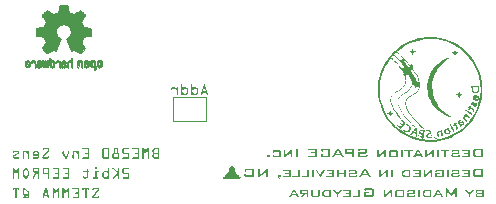
<source format=gbr>
%TF.GenerationSoftware,KiCad,Pcbnew,9.0.3*%
%TF.CreationDate,2025-08-05T15:22:30-04:00*%
%TF.ProjectId,weather-featherwing,77656174-6865-4722-9d66-656174686572,1.4.0*%
%TF.SameCoordinates,Original*%
%TF.FileFunction,Legend,Bot*%
%TF.FilePolarity,Positive*%
%FSLAX46Y46*%
G04 Gerber Fmt 4.6, Leading zero omitted, Abs format (unit mm)*
G04 Created by KiCad (PCBNEW 9.0.3) date 2025-08-05 15:22:30*
%MOMM*%
%LPD*%
G01*
G04 APERTURE LIST*
%ADD10C,0.200000*%
%ADD11C,0.125000*%
%ADD12C,0.120000*%
%ADD13C,0.010000*%
%ADD14C,0.000000*%
G04 APERTURE END LIST*
D10*
G36*
X159962413Y-112548000D02*
G01*
X159540667Y-112548000D01*
X159436179Y-112544293D01*
X159361209Y-112534688D01*
X159294973Y-112516609D01*
X159243973Y-112491885D01*
X159197225Y-112457113D01*
X159158206Y-112414874D01*
X159126370Y-112364390D01*
X159103482Y-112308978D01*
X159089479Y-112248529D01*
X159084665Y-112182063D01*
X159084889Y-112178826D01*
X159258322Y-112178826D01*
X159263591Y-112240810D01*
X159278046Y-112289484D01*
X159300465Y-112327636D01*
X159330801Y-112357246D01*
X159367371Y-112378297D01*
X159417920Y-112395255D01*
X159486267Y-112406855D01*
X159576876Y-112411224D01*
X159794252Y-112411224D01*
X159794252Y-111954001D01*
X159496214Y-111954001D01*
X159436991Y-111958149D01*
X159388907Y-111969621D01*
X159349935Y-111987397D01*
X159318467Y-112011093D01*
X159293204Y-112041341D01*
X159274530Y-112078354D01*
X159262606Y-112123556D01*
X159258322Y-112178826D01*
X159084889Y-112178826D01*
X159089420Y-112113441D01*
X159102945Y-112054041D01*
X159124518Y-112002407D01*
X159153960Y-111957368D01*
X159191644Y-111918097D01*
X159247139Y-111879423D01*
X159314860Y-111850418D01*
X159397304Y-111831757D01*
X159497558Y-111825041D01*
X159962413Y-111825041D01*
X159962413Y-112548000D01*
G37*
G36*
X158829004Y-112548000D02*
G01*
X158829004Y-111957909D01*
X158193973Y-111957909D01*
X158193973Y-112063422D01*
X158683435Y-112063422D01*
X158683435Y-112192382D01*
X158398343Y-112192382D01*
X158398343Y-112293987D01*
X158683435Y-112293987D01*
X158683435Y-112438579D01*
X158186462Y-112438579D01*
X158186462Y-112548000D01*
X158829004Y-112548000D01*
G37*
G36*
X157431202Y-112063422D02*
G01*
X157838599Y-112063422D01*
X157838599Y-112188474D01*
X157453062Y-112188474D01*
X157392477Y-112192648D01*
X157353907Y-112203015D01*
X157330696Y-112217295D01*
X157314787Y-112238963D01*
X157303651Y-112273627D01*
X157299250Y-112326715D01*
X157299250Y-112408903D01*
X157303720Y-112461960D01*
X157315070Y-112496825D01*
X157331368Y-112518812D01*
X157354988Y-112533354D01*
X157393473Y-112543816D01*
X157453062Y-112548000D01*
X157837256Y-112548000D01*
X157898260Y-112543796D01*
X157937454Y-112533314D01*
X157961331Y-112518812D01*
X157977833Y-112496790D01*
X157989303Y-112461919D01*
X157993816Y-112408903D01*
X157993816Y-112392356D01*
X157865283Y-112368237D01*
X157865283Y-112438579D01*
X157429859Y-112438579D01*
X157429859Y-112301803D01*
X157813320Y-112301803D01*
X157873822Y-112297563D01*
X157912708Y-112286981D01*
X157936419Y-112272310D01*
X157952753Y-112250156D01*
X157964087Y-112215354D01*
X157968536Y-112162767D01*
X157968536Y-112096394D01*
X157964098Y-112044236D01*
X157952774Y-112009604D01*
X157936419Y-111987462D01*
X157912702Y-111972759D01*
X157873816Y-111962157D01*
X157813320Y-111957909D01*
X157461977Y-111957909D01*
X157402300Y-111961943D01*
X157363396Y-111972058D01*
X157339245Y-111986119D01*
X157322055Y-112007394D01*
X157310519Y-112039216D01*
X157306089Y-112085587D01*
X157306089Y-112099753D01*
X157431202Y-112125948D01*
X157431202Y-112063422D01*
G37*
G36*
X156697252Y-112063422D02*
G01*
X156697252Y-112548000D01*
X156841478Y-112548000D01*
X156841478Y-112063422D01*
X157127181Y-112063422D01*
X157127181Y-111957909D01*
X156410817Y-111957909D01*
X156410817Y-112063422D01*
X156697252Y-112063422D01*
G37*
G36*
X156224398Y-112548000D02*
G01*
X156224398Y-111957909D01*
X156080845Y-111957909D01*
X156080845Y-112548000D01*
X156224398Y-112548000D01*
G37*
G36*
X155817001Y-112548000D02*
G01*
X155817001Y-111957909D01*
X155717900Y-111957909D01*
X155215431Y-112349735D01*
X155215431Y-111957909D01*
X155084883Y-111957909D01*
X155084883Y-112548000D01*
X155184718Y-112548000D01*
X155685782Y-112150067D01*
X155685782Y-112548000D01*
X155817001Y-112548000D01*
G37*
G36*
X154910738Y-112548000D02*
G01*
X154766513Y-112548000D01*
X154692019Y-112419039D01*
X154300314Y-112419039D01*
X154225759Y-112548000D01*
X154063765Y-112548000D01*
X154207919Y-112309618D01*
X154359055Y-112309618D01*
X154630469Y-112309618D01*
X154497174Y-112064521D01*
X154359055Y-112309618D01*
X154207919Y-112309618D01*
X154420604Y-111957909D01*
X154559395Y-111957909D01*
X154910738Y-112548000D01*
G37*
G36*
X153602207Y-112063422D02*
G01*
X153602207Y-112548000D01*
X153746433Y-112548000D01*
X153746433Y-112063422D01*
X154032136Y-112063422D01*
X154032136Y-111957909D01*
X153315771Y-111957909D01*
X153315771Y-112063422D01*
X153602207Y-112063422D01*
G37*
G36*
X153167455Y-112548000D02*
G01*
X153167455Y-111957909D01*
X153023901Y-111957909D01*
X153023901Y-112548000D01*
X153167455Y-112548000D01*
G37*
G36*
X152681107Y-111962168D02*
G01*
X152719686Y-111972761D01*
X152742961Y-111987401D01*
X152758890Y-112009509D01*
X152770020Y-112044557D01*
X152774407Y-112097860D01*
X152774407Y-112408170D01*
X152770013Y-112461602D01*
X152758879Y-112496651D01*
X152742961Y-112518690D01*
X152719703Y-112533232D01*
X152681127Y-112543764D01*
X152620595Y-112548000D01*
X152162640Y-112548000D01*
X152102586Y-112543782D01*
X152064066Y-112533263D01*
X152040640Y-112518690D01*
X152024519Y-112496616D01*
X152013265Y-112461561D01*
X152011030Y-112434671D01*
X152153053Y-112434671D01*
X152630182Y-112434671D01*
X152630182Y-112067330D01*
X152153053Y-112067330D01*
X152153053Y-112434671D01*
X152011030Y-112434671D01*
X152008828Y-112408170D01*
X152008828Y-112097860D01*
X152013179Y-112044523D01*
X152024208Y-112009480D01*
X152039969Y-111987401D01*
X152063039Y-111972795D01*
X152101649Y-111962187D01*
X152162640Y-111957909D01*
X152620595Y-111957909D01*
X152681107Y-111962168D01*
G37*
G36*
X151759639Y-112548000D02*
G01*
X151759639Y-111957909D01*
X151660538Y-111957909D01*
X151158069Y-112349735D01*
X151158069Y-111957909D01*
X151027521Y-111957909D01*
X151027521Y-112548000D01*
X151127355Y-112548000D01*
X151628420Y-112150067D01*
X151628420Y-112548000D01*
X151759639Y-112548000D01*
G37*
G36*
X149543074Y-111950093D02*
G01*
X150016173Y-111950093D01*
X150016173Y-112106408D01*
X149565667Y-112106408D01*
X149495331Y-112111595D01*
X149450081Y-112124568D01*
X149422418Y-112142678D01*
X149403580Y-112169709D01*
X149390378Y-112212489D01*
X149385171Y-112277439D01*
X149385171Y-112376175D01*
X149390382Y-112441468D01*
X149403588Y-112484458D01*
X149422418Y-112511607D01*
X149450093Y-112529785D01*
X149495345Y-112542798D01*
X149565667Y-112548000D01*
X150012020Y-112548000D01*
X150082343Y-112542798D01*
X150127594Y-112529785D01*
X150155269Y-112511607D01*
X150174099Y-112484458D01*
X150187305Y-112441468D01*
X150192516Y-112376175D01*
X150192516Y-112356208D01*
X150044199Y-112325250D01*
X150044199Y-112411224D01*
X149533549Y-112411224D01*
X149533549Y-112247092D01*
X149983994Y-112247092D01*
X150053838Y-112241886D01*
X150098779Y-112228857D01*
X150126265Y-112210639D01*
X150144893Y-112183525D01*
X150157979Y-112140540D01*
X150163146Y-112075206D01*
X150163146Y-111994545D01*
X150157988Y-111930153D01*
X150144914Y-111887767D01*
X150126265Y-111861005D01*
X150098826Y-111843053D01*
X150053893Y-111830187D01*
X149983994Y-111825041D01*
X149573849Y-111825041D01*
X149506265Y-111829916D01*
X149461635Y-111842238D01*
X149433409Y-111859601D01*
X149413489Y-111885541D01*
X149399977Y-111924722D01*
X149394758Y-111982211D01*
X149394758Y-111997293D01*
X149543074Y-112032159D01*
X149543074Y-111950093D01*
G37*
G36*
X149036942Y-112548000D02*
G01*
X148871528Y-112548000D01*
X148871528Y-112266632D01*
X148419008Y-112266632D01*
X148362286Y-112262169D01*
X148322101Y-112250503D01*
X148294260Y-112233354D01*
X148273792Y-112208451D01*
X148260545Y-112173934D01*
X148255609Y-112126558D01*
X148255609Y-112006879D01*
X148417603Y-112006879D01*
X148417603Y-112084121D01*
X148422130Y-112112782D01*
X148433662Y-112128940D01*
X148453656Y-112137738D01*
X148493502Y-112141579D01*
X148871528Y-112141579D01*
X148871528Y-111950093D01*
X148493502Y-111950093D01*
X148453663Y-111953951D01*
X148433662Y-111962794D01*
X148422102Y-111978860D01*
X148417603Y-112006879D01*
X148255609Y-112006879D01*
X148255609Y-111965114D01*
X148260559Y-111917491D01*
X148273818Y-111882961D01*
X148294260Y-111858197D01*
X148322091Y-111841114D01*
X148362274Y-111829489D01*
X148419008Y-111825041D01*
X149036942Y-111825041D01*
X149036942Y-112548000D01*
G37*
G36*
X148173666Y-112548000D02*
G01*
X148006176Y-112548000D01*
X147922095Y-112387776D01*
X147464079Y-112387776D01*
X147377251Y-112548000D01*
X147188573Y-112548000D01*
X147354292Y-112258816D01*
X147533810Y-112258816D01*
X147850288Y-112258816D01*
X147689637Y-111965053D01*
X147533810Y-112258816D01*
X147354292Y-112258816D01*
X147602870Y-111825041D01*
X147764864Y-111825041D01*
X148173666Y-112548000D01*
G37*
G36*
X146400463Y-111954001D02*
G01*
X146853716Y-111954001D01*
X146853716Y-112411224D01*
X146400463Y-112411224D01*
X146400463Y-112254908D01*
X146232301Y-112290018D01*
X146232301Y-112376114D01*
X146237534Y-112441923D01*
X146250758Y-112484967D01*
X146269548Y-112511913D01*
X146297167Y-112529966D01*
X146342026Y-112542858D01*
X146411392Y-112548000D01*
X146842725Y-112548000D01*
X146912611Y-112542839D01*
X146957546Y-112529931D01*
X146984997Y-112511913D01*
X147003586Y-112485002D01*
X147016689Y-112441963D01*
X147021877Y-112376114D01*
X147021877Y-111995705D01*
X147016714Y-111930843D01*
X147003634Y-111888169D01*
X146984997Y-111861250D01*
X146957534Y-111843165D01*
X146912597Y-111830217D01*
X146842725Y-111825041D01*
X146411392Y-111825041D01*
X146342039Y-111830197D01*
X146297178Y-111843130D01*
X146269548Y-111861250D01*
X146250709Y-111888204D01*
X146237508Y-111930883D01*
X146232301Y-111995705D01*
X146232301Y-112064093D01*
X146400463Y-112090777D01*
X146400463Y-111954001D01*
G37*
G36*
X145898910Y-112548000D02*
G01*
X145898910Y-111825041D01*
X145159281Y-111825041D01*
X145159281Y-111946185D01*
X145730749Y-111946185D01*
X145730749Y-112110316D01*
X145397174Y-112110316D01*
X145397174Y-112231461D01*
X145730749Y-112231461D01*
X145730749Y-112411224D01*
X145152443Y-112411224D01*
X145152443Y-112548000D01*
X145898910Y-112548000D01*
G37*
G36*
X144301562Y-112548000D02*
G01*
X144301562Y-111825041D01*
X144133400Y-111825041D01*
X144133400Y-112548000D01*
X144301562Y-112548000D01*
G37*
G36*
X143816862Y-112548000D02*
G01*
X143816862Y-111957909D01*
X143717760Y-111957909D01*
X143215292Y-112349735D01*
X143215292Y-111957909D01*
X143084744Y-111957909D01*
X143084744Y-112548000D01*
X143184578Y-112548000D01*
X143685642Y-112150067D01*
X143685642Y-112548000D01*
X143816862Y-112548000D01*
G37*
G36*
X142301518Y-112067330D02*
G01*
X142690475Y-112067330D01*
X142690475Y-112434671D01*
X142301518Y-112434671D01*
X142301518Y-112309618D01*
X142155888Y-112338867D01*
X142155888Y-112408170D01*
X142160348Y-112461050D01*
X142171706Y-112496047D01*
X142188067Y-112518324D01*
X142211759Y-112533091D01*
X142250621Y-112543735D01*
X142311105Y-112548000D01*
X142680888Y-112548000D01*
X142740464Y-112543801D01*
X142778950Y-112533298D01*
X142802582Y-112518690D01*
X142818873Y-112496586D01*
X142830227Y-112461527D01*
X142834700Y-112408170D01*
X142834700Y-112098104D01*
X142830276Y-112044749D01*
X142819046Y-112009638D01*
X142802949Y-111987462D01*
X142779463Y-111972755D01*
X142740915Y-111962156D01*
X142680888Y-111957909D01*
X142311105Y-111957909D01*
X142250086Y-111962178D01*
X142211177Y-111972797D01*
X142187701Y-111987462D01*
X142171570Y-112009644D01*
X142160319Y-112044756D01*
X142155888Y-112098104D01*
X142155888Y-112155562D01*
X142301518Y-112176750D01*
X142301518Y-112067330D01*
G37*
G36*
X141769862Y-112333066D02*
G01*
X141744583Y-112333066D01*
X141728251Y-112335953D01*
X141718632Y-112343568D01*
X141713444Y-112356709D01*
X141711122Y-112383929D01*
X141711122Y-112496464D01*
X141713741Y-112525841D01*
X141719365Y-112538535D01*
X141732187Y-112544796D01*
X141769923Y-112548000D01*
X141894976Y-112548000D01*
X141911328Y-112545040D01*
X141920988Y-112537192D01*
X141926189Y-112523738D01*
X141928498Y-112496464D01*
X141928498Y-112383929D01*
X141925906Y-112355150D01*
X141920316Y-112342591D01*
X141907434Y-112336286D01*
X141869697Y-112333066D01*
X141769862Y-112333066D01*
G37*
G36*
X159962413Y-114228000D02*
G01*
X159540667Y-114228000D01*
X159436179Y-114224293D01*
X159361209Y-114214688D01*
X159294973Y-114196609D01*
X159243973Y-114171885D01*
X159197225Y-114137113D01*
X159158206Y-114094874D01*
X159126370Y-114044390D01*
X159103482Y-113988978D01*
X159089479Y-113928529D01*
X159084665Y-113862063D01*
X159084889Y-113858826D01*
X159258322Y-113858826D01*
X159263591Y-113920810D01*
X159278046Y-113969484D01*
X159300465Y-114007636D01*
X159330801Y-114037246D01*
X159367371Y-114058297D01*
X159417920Y-114075255D01*
X159486267Y-114086855D01*
X159576876Y-114091224D01*
X159794252Y-114091224D01*
X159794252Y-113634001D01*
X159496214Y-113634001D01*
X159436991Y-113638149D01*
X159388907Y-113649621D01*
X159349935Y-113667397D01*
X159318467Y-113691093D01*
X159293204Y-113721341D01*
X159274530Y-113758354D01*
X159262606Y-113803556D01*
X159258322Y-113858826D01*
X159084889Y-113858826D01*
X159089420Y-113793441D01*
X159102945Y-113734041D01*
X159124518Y-113682407D01*
X159153960Y-113637368D01*
X159191644Y-113598097D01*
X159247139Y-113559423D01*
X159314860Y-113530418D01*
X159397304Y-113511757D01*
X159497558Y-113505041D01*
X159962413Y-113505041D01*
X159962413Y-114228000D01*
G37*
G36*
X158829004Y-114228000D02*
G01*
X158829004Y-113637909D01*
X158193973Y-113637909D01*
X158193973Y-113743422D01*
X158683435Y-113743422D01*
X158683435Y-113872382D01*
X158398343Y-113872382D01*
X158398343Y-113973987D01*
X158683435Y-113973987D01*
X158683435Y-114118579D01*
X158186462Y-114118579D01*
X158186462Y-114228000D01*
X158829004Y-114228000D01*
G37*
G36*
X157431202Y-113743422D02*
G01*
X157838599Y-113743422D01*
X157838599Y-113868474D01*
X157453062Y-113868474D01*
X157392477Y-113872648D01*
X157353907Y-113883015D01*
X157330696Y-113897295D01*
X157314787Y-113918963D01*
X157303651Y-113953627D01*
X157299250Y-114006715D01*
X157299250Y-114088903D01*
X157303720Y-114141960D01*
X157315070Y-114176825D01*
X157331368Y-114198812D01*
X157354988Y-114213354D01*
X157393473Y-114223816D01*
X157453062Y-114228000D01*
X157837256Y-114228000D01*
X157898260Y-114223796D01*
X157937454Y-114213314D01*
X157961331Y-114198812D01*
X157977833Y-114176790D01*
X157989303Y-114141919D01*
X157993816Y-114088903D01*
X157993816Y-114072356D01*
X157865283Y-114048237D01*
X157865283Y-114118579D01*
X157429859Y-114118579D01*
X157429859Y-113981803D01*
X157813320Y-113981803D01*
X157873822Y-113977563D01*
X157912708Y-113966981D01*
X157936419Y-113952310D01*
X157952753Y-113930156D01*
X157964087Y-113895354D01*
X157968536Y-113842767D01*
X157968536Y-113776394D01*
X157964098Y-113724236D01*
X157952774Y-113689604D01*
X157936419Y-113667462D01*
X157912702Y-113652759D01*
X157873816Y-113642157D01*
X157813320Y-113637909D01*
X157461977Y-113637909D01*
X157402300Y-113641943D01*
X157363396Y-113652058D01*
X157339245Y-113666119D01*
X157322055Y-113687394D01*
X157310519Y-113719216D01*
X157306089Y-113765587D01*
X157306089Y-113779753D01*
X157431202Y-113805948D01*
X157431202Y-113743422D01*
G37*
G36*
X157049939Y-114228000D02*
G01*
X157049939Y-113637909D01*
X156906385Y-113637909D01*
X156906385Y-114228000D01*
X157049939Y-114228000D01*
G37*
G36*
X156062160Y-113747330D02*
G01*
X156512666Y-113747330D01*
X156512666Y-114114671D01*
X156062160Y-114114671D01*
X156062160Y-113989618D01*
X156297366Y-113989618D01*
X156297366Y-113884106D01*
X155920682Y-113884106D01*
X155920682Y-114088170D01*
X155925119Y-114141561D01*
X155936374Y-114176616D01*
X155952495Y-114198690D01*
X155975921Y-114213263D01*
X156014440Y-114223782D01*
X156074494Y-114228000D01*
X156503079Y-114228000D01*
X156563133Y-114223783D01*
X156601677Y-114213266D01*
X156625140Y-114198690D01*
X156641227Y-114176621D01*
X156652462Y-114141568D01*
X156656891Y-114088170D01*
X156656891Y-113777555D01*
X156652470Y-113724414D01*
X156641242Y-113689438D01*
X156625140Y-113667340D01*
X156601666Y-113652699D01*
X156563119Y-113642141D01*
X156503079Y-113637909D01*
X156074494Y-113637909D01*
X156014866Y-113642046D01*
X155976386Y-113652385D01*
X155952800Y-113666729D01*
X155936328Y-113688354D01*
X155925062Y-113721543D01*
X155920682Y-113770838D01*
X155920682Y-113786347D01*
X156062160Y-113809856D01*
X156062160Y-113747330D01*
G37*
G36*
X155674363Y-114228000D02*
G01*
X155674363Y-113637909D01*
X155575262Y-113637909D01*
X155072793Y-114029735D01*
X155072793Y-113637909D01*
X154942245Y-113637909D01*
X154942245Y-114228000D01*
X155042080Y-114228000D01*
X155543144Y-113830067D01*
X155543144Y-114228000D01*
X155674363Y-114228000D01*
G37*
G36*
X154677853Y-114228000D02*
G01*
X154677853Y-113637909D01*
X154042821Y-113637909D01*
X154042821Y-113743422D01*
X154532284Y-113743422D01*
X154532284Y-113872382D01*
X154247191Y-113872382D01*
X154247191Y-113973987D01*
X154532284Y-113973987D01*
X154532284Y-114118579D01*
X154035311Y-114118579D01*
X154035311Y-114228000D01*
X154677853Y-114228000D01*
G37*
G36*
X153826911Y-114228000D02*
G01*
X153464637Y-114228000D01*
X153363782Y-114222372D01*
X153283465Y-114207022D01*
X153220030Y-114183778D01*
X153170386Y-114153750D01*
X153128650Y-114113093D01*
X153098565Y-114063743D01*
X153079672Y-114003908D01*
X153072933Y-113930939D01*
X153073514Y-113924528D01*
X153221249Y-113924528D01*
X153225701Y-113976987D01*
X153237878Y-114017904D01*
X153256706Y-114049725D01*
X153282127Y-114074188D01*
X153325567Y-114096366D01*
X153393560Y-114112281D01*
X153495412Y-114118579D01*
X153681342Y-114118579D01*
X153681342Y-113743422D01*
X153427024Y-113743422D01*
X153358574Y-113749250D01*
X153308310Y-113764776D01*
X153271869Y-113788179D01*
X153244813Y-113821347D01*
X153227577Y-113865615D01*
X153221249Y-113924528D01*
X153073514Y-113924528D01*
X153079215Y-113861654D01*
X153096955Y-113803759D01*
X153125372Y-113755029D01*
X153164890Y-113713929D01*
X153212295Y-113682496D01*
X153270459Y-113658773D01*
X153341589Y-113643442D01*
X153428367Y-113637909D01*
X153826911Y-113637909D01*
X153826911Y-114228000D01*
G37*
G36*
X152314559Y-114228000D02*
G01*
X152314559Y-113637909D01*
X152171005Y-113637909D01*
X152171005Y-114228000D01*
X152314559Y-114228000D01*
G37*
G36*
X151907162Y-114228000D02*
G01*
X151907162Y-113637909D01*
X151808060Y-113637909D01*
X151305592Y-114029735D01*
X151305592Y-113637909D01*
X151175044Y-113637909D01*
X151175044Y-114228000D01*
X151274878Y-114228000D01*
X151775942Y-113830067D01*
X151775942Y-114228000D01*
X151907162Y-114228000D01*
G37*
G36*
X150454894Y-114228000D02*
G01*
X150287404Y-114228000D01*
X150203324Y-114067776D01*
X149745307Y-114067776D01*
X149658479Y-114228000D01*
X149469801Y-114228000D01*
X149635520Y-113938816D01*
X149815039Y-113938816D01*
X150131516Y-113938816D01*
X149970866Y-113645053D01*
X149815039Y-113938816D01*
X149635520Y-113938816D01*
X149884098Y-113505041D01*
X150046092Y-113505041D01*
X150454894Y-114228000D01*
G37*
G36*
X148743973Y-113743422D02*
G01*
X149151370Y-113743422D01*
X149151370Y-113868474D01*
X148765832Y-113868474D01*
X148705247Y-113872648D01*
X148666678Y-113883015D01*
X148643467Y-113897295D01*
X148627558Y-113918963D01*
X148616422Y-113953627D01*
X148612020Y-114006715D01*
X148612020Y-114088903D01*
X148616491Y-114141960D01*
X148627841Y-114176825D01*
X148644138Y-114198812D01*
X148667759Y-114213354D01*
X148706243Y-114223816D01*
X148765832Y-114228000D01*
X149150026Y-114228000D01*
X149211031Y-114223796D01*
X149250224Y-114213314D01*
X149274102Y-114198812D01*
X149290604Y-114176790D01*
X149302073Y-114141919D01*
X149306586Y-114088903D01*
X149306586Y-114072356D01*
X149178053Y-114048237D01*
X149178053Y-114118579D01*
X148742629Y-114118579D01*
X148742629Y-113981803D01*
X149126091Y-113981803D01*
X149186593Y-113977563D01*
X149225478Y-113966981D01*
X149249189Y-113952310D01*
X149265523Y-113930156D01*
X149276857Y-113895354D01*
X149281307Y-113842767D01*
X149281307Y-113776394D01*
X149276869Y-113724236D01*
X149265544Y-113689604D01*
X149249189Y-113667462D01*
X149225472Y-113652759D01*
X149186586Y-113642157D01*
X149126091Y-113637909D01*
X148774747Y-113637909D01*
X148715070Y-113641943D01*
X148676167Y-113652058D01*
X148652015Y-113666119D01*
X148634825Y-113687394D01*
X148623289Y-113719216D01*
X148618859Y-113765587D01*
X148618859Y-113779753D01*
X148743973Y-113805948D01*
X148743973Y-113743422D01*
G37*
G36*
X148362710Y-114228000D02*
G01*
X148362710Y-113637909D01*
X148217141Y-113637909D01*
X148217141Y-113864566D01*
X147766635Y-113864566D01*
X147766635Y-113637909D01*
X147622409Y-113637909D01*
X147622409Y-114228000D01*
X147766635Y-114228000D01*
X147766635Y-113981803D01*
X148217141Y-113981803D01*
X148217141Y-114228000D01*
X148362710Y-114228000D01*
G37*
G36*
X147358383Y-114228000D02*
G01*
X147358383Y-113637909D01*
X146723352Y-113637909D01*
X146723352Y-113743422D01*
X147212814Y-113743422D01*
X147212814Y-113872382D01*
X146927722Y-113872382D01*
X146927722Y-113973987D01*
X147212814Y-113973987D01*
X147212814Y-114118579D01*
X146715841Y-114118579D01*
X146715841Y-114228000D01*
X147358383Y-114228000D01*
G37*
G36*
X146230653Y-114228000D02*
G01*
X146588835Y-113637909D01*
X146425436Y-113637909D01*
X146174538Y-114065822D01*
X145938050Y-113637909D01*
X145788329Y-113637909D01*
X146131490Y-114228000D01*
X146230653Y-114228000D01*
G37*
G36*
X145623282Y-114228000D02*
G01*
X145623282Y-113637909D01*
X145479728Y-113637909D01*
X145479728Y-114228000D01*
X145623282Y-114228000D01*
G37*
G36*
X145215885Y-114228000D02*
G01*
X145215885Y-113637909D01*
X145070316Y-113637909D01*
X145070316Y-114118579D01*
X144606132Y-114118579D01*
X144606132Y-114228000D01*
X145215885Y-114228000D01*
G37*
G36*
X144444077Y-114228000D02*
G01*
X144444077Y-113637909D01*
X144298509Y-113637909D01*
X144298509Y-114118579D01*
X143834325Y-114118579D01*
X143834325Y-114228000D01*
X144444077Y-114228000D01*
G37*
G36*
X143672270Y-114228000D02*
G01*
X143672270Y-113637909D01*
X143037239Y-113637909D01*
X143037239Y-113743422D01*
X143526701Y-113743422D01*
X143526701Y-113872382D01*
X143241609Y-113872382D01*
X143241609Y-113973987D01*
X143526701Y-113973987D01*
X143526701Y-114118579D01*
X143029728Y-114118579D01*
X143029728Y-114228000D01*
X143672270Y-114228000D01*
G37*
G36*
X142671668Y-114013066D02*
G01*
X142648404Y-114013066D01*
X142631434Y-114015983D01*
X142621720Y-114023568D01*
X142616532Y-114036709D01*
X142614210Y-114063929D01*
X142614210Y-114208277D01*
X142752940Y-114415578D01*
X142835677Y-114415578D01*
X142716731Y-114201560D01*
X142796720Y-114201560D01*
X142813073Y-114198601D01*
X142822732Y-114190752D01*
X142827934Y-114177299D01*
X142830243Y-114150025D01*
X142830243Y-114063929D01*
X142827717Y-114034568D01*
X142822366Y-114022225D01*
X142809915Y-114016179D01*
X142772785Y-114013066D01*
X142671668Y-114013066D01*
G37*
G36*
X141765771Y-114228000D02*
G01*
X141765771Y-113505041D01*
X141650916Y-113505041D01*
X141142341Y-113931183D01*
X141096546Y-113971178D01*
X141060276Y-114009830D01*
X141065771Y-113923673D01*
X141067115Y-113884655D01*
X141067115Y-113505041D01*
X140916050Y-113505041D01*
X140916050Y-114228000D01*
X141030906Y-114228000D01*
X141561340Y-113781340D01*
X141594862Y-113750566D01*
X141621485Y-113722539D01*
X141616356Y-113785859D01*
X141614646Y-113837455D01*
X141614646Y-114228000D01*
X141765771Y-114228000D01*
G37*
G36*
X139941705Y-113634001D02*
G01*
X140394958Y-113634001D01*
X140394958Y-114091224D01*
X139941705Y-114091224D01*
X139941705Y-113934908D01*
X139773543Y-113970018D01*
X139773543Y-114056114D01*
X139778776Y-114121923D01*
X139792000Y-114164967D01*
X139810790Y-114191913D01*
X139838409Y-114209966D01*
X139883268Y-114222858D01*
X139952635Y-114228000D01*
X140383967Y-114228000D01*
X140453853Y-114222839D01*
X140498788Y-114209931D01*
X140526239Y-114191913D01*
X140544828Y-114165002D01*
X140557931Y-114121963D01*
X140563120Y-114056114D01*
X140563120Y-113675705D01*
X140557957Y-113610843D01*
X140544876Y-113568169D01*
X140526239Y-113541250D01*
X140498776Y-113523165D01*
X140453839Y-113510217D01*
X140383967Y-113505041D01*
X139952635Y-113505041D01*
X139883281Y-113510197D01*
X139838421Y-113523130D01*
X139810790Y-113541250D01*
X139791951Y-113568204D01*
X139778750Y-113610883D01*
X139773543Y-113675705D01*
X139773543Y-113744093D01*
X139941705Y-113770777D01*
X139941705Y-113634001D01*
G37*
G36*
X160015047Y-115908000D02*
G01*
X159522898Y-115908000D01*
X159461544Y-115904154D01*
X159416770Y-115894047D01*
X159384779Y-115879301D01*
X159359359Y-115856967D01*
X159344286Y-115828864D01*
X159338983Y-115793083D01*
X159338983Y-115718467D01*
X159341064Y-115706377D01*
X159479117Y-115706377D01*
X159479117Y-115750768D01*
X159483249Y-115776472D01*
X159493833Y-115791068D01*
X159512191Y-115798991D01*
X159549520Y-115802487D01*
X159872898Y-115802487D01*
X159872898Y-115653987D01*
X159549520Y-115653987D01*
X159512230Y-115657585D01*
X159493833Y-115665772D01*
X159483237Y-115680618D01*
X159479117Y-115706377D01*
X159341064Y-115706377D01*
X159346091Y-115677162D01*
X159366705Y-115644400D01*
X159398811Y-115620841D01*
X159444252Y-115606848D01*
X159399361Y-115592955D01*
X159369086Y-115571921D01*
X159349737Y-115542711D01*
X159343074Y-115505487D01*
X159343074Y-115457494D01*
X159484613Y-115457494D01*
X159484613Y-115513730D01*
X159488349Y-115534375D01*
X159498290Y-115546703D01*
X159515231Y-115553346D01*
X159549520Y-115556290D01*
X159872898Y-115556290D01*
X159872898Y-115415606D01*
X159549520Y-115415606D01*
X159514607Y-115418488D01*
X159497924Y-115424887D01*
X159488279Y-115436879D01*
X159484613Y-115457494D01*
X159343074Y-115457494D01*
X159343074Y-115434107D01*
X159347275Y-115394467D01*
X159358530Y-115365787D01*
X159375925Y-115345264D01*
X159399520Y-115331242D01*
X159434026Y-115321614D01*
X159483209Y-115317909D01*
X160015047Y-115317909D01*
X160015047Y-115908000D01*
G37*
G36*
X158910276Y-115908000D02*
G01*
X158910276Y-115642935D01*
X159233653Y-115317909D01*
X159038809Y-115317909D01*
X158827600Y-115537972D01*
X158613643Y-115317909D01*
X158444077Y-115317909D01*
X158766050Y-115640187D01*
X158766050Y-115908000D01*
X158910276Y-115908000D01*
G37*
G36*
X157750000Y-115908000D02*
G01*
X157750000Y-115185041D01*
X157613957Y-115185041D01*
X157273543Y-115622724D01*
X156940640Y-115185041D01*
X156805941Y-115185041D01*
X156805941Y-115908000D01*
X156961767Y-115908000D01*
X156961767Y-115461768D01*
X156960058Y-115428917D01*
X156955661Y-115384343D01*
X156979597Y-115430566D01*
X156998038Y-115460363D01*
X157269452Y-115822026D01*
X157302914Y-115822026D01*
X157575000Y-115459020D01*
X157600646Y-115420308D01*
X157618048Y-115385015D01*
X157614995Y-115426108D01*
X157613957Y-115461768D01*
X157613957Y-115908000D01*
X157750000Y-115908000D01*
G37*
G36*
X156596014Y-115908000D02*
G01*
X156451788Y-115908000D01*
X156377294Y-115779039D01*
X155985590Y-115779039D01*
X155911035Y-115908000D01*
X155749041Y-115908000D01*
X155893195Y-115669618D01*
X156044330Y-115669618D01*
X156315745Y-115669618D01*
X156182450Y-115424521D01*
X156044330Y-115669618D01*
X155893195Y-115669618D01*
X156105879Y-115317909D01*
X156244670Y-115317909D01*
X156596014Y-115908000D01*
G37*
G36*
X155602068Y-115908000D02*
G01*
X155239794Y-115908000D01*
X155138939Y-115902372D01*
X155058622Y-115887022D01*
X154995187Y-115863778D01*
X154945543Y-115833750D01*
X154903807Y-115793093D01*
X154873722Y-115743743D01*
X154854829Y-115683908D01*
X154848090Y-115610939D01*
X154848671Y-115604528D01*
X154996406Y-115604528D01*
X155000859Y-115656987D01*
X155013035Y-115697904D01*
X155031863Y-115729725D01*
X155057284Y-115754188D01*
X155100724Y-115776366D01*
X155168717Y-115792281D01*
X155270569Y-115798579D01*
X155456499Y-115798579D01*
X155456499Y-115423422D01*
X155202181Y-115423422D01*
X155133731Y-115429250D01*
X155083467Y-115444776D01*
X155047026Y-115468179D01*
X155019970Y-115501347D01*
X155002734Y-115545615D01*
X154996406Y-115604528D01*
X154848671Y-115604528D01*
X154854372Y-115541654D01*
X154872112Y-115483759D01*
X154900529Y-115435029D01*
X154940047Y-115393929D01*
X154987452Y-115362496D01*
X155045616Y-115338773D01*
X155116746Y-115323442D01*
X155203524Y-115317909D01*
X155602068Y-115317909D01*
X155602068Y-115908000D01*
G37*
G36*
X154630958Y-115908000D02*
G01*
X154630958Y-115317909D01*
X154487404Y-115317909D01*
X154487404Y-115908000D01*
X154630958Y-115908000D01*
G37*
G36*
X153676701Y-115423422D02*
G01*
X154084098Y-115423422D01*
X154084098Y-115548474D01*
X153698561Y-115548474D01*
X153637976Y-115552648D01*
X153599406Y-115563015D01*
X153576195Y-115577295D01*
X153560286Y-115598963D01*
X153549150Y-115633627D01*
X153544749Y-115686715D01*
X153544749Y-115768903D01*
X153549219Y-115821960D01*
X153560569Y-115856825D01*
X153576867Y-115878812D01*
X153600487Y-115893354D01*
X153638972Y-115903816D01*
X153698561Y-115908000D01*
X154082755Y-115908000D01*
X154143759Y-115903796D01*
X154182953Y-115893314D01*
X154206830Y-115878812D01*
X154223332Y-115856790D01*
X154234802Y-115821919D01*
X154239315Y-115768903D01*
X154239315Y-115752356D01*
X154110782Y-115728237D01*
X154110782Y-115798579D01*
X153675358Y-115798579D01*
X153675358Y-115661803D01*
X154058819Y-115661803D01*
X154119321Y-115657563D01*
X154158207Y-115646981D01*
X154181918Y-115632310D01*
X154198252Y-115610156D01*
X154209586Y-115575354D01*
X154214035Y-115522767D01*
X154214035Y-115456394D01*
X154209597Y-115404236D01*
X154198273Y-115369604D01*
X154181918Y-115347462D01*
X154158201Y-115332759D01*
X154119315Y-115322157D01*
X154058819Y-115317909D01*
X153707476Y-115317909D01*
X153647799Y-115321943D01*
X153608895Y-115332058D01*
X153584744Y-115346119D01*
X153567554Y-115367394D01*
X153556018Y-115399216D01*
X153551588Y-115445587D01*
X153551588Y-115459753D01*
X153676701Y-115485948D01*
X153676701Y-115423422D01*
G37*
G36*
X153216487Y-115322168D02*
G01*
X153255066Y-115332761D01*
X153278341Y-115347401D01*
X153294271Y-115369509D01*
X153305400Y-115404557D01*
X153309787Y-115457860D01*
X153309787Y-115768170D01*
X153305394Y-115821602D01*
X153294259Y-115856651D01*
X153278341Y-115878690D01*
X153255084Y-115893232D01*
X153216507Y-115903764D01*
X153155975Y-115908000D01*
X152698020Y-115908000D01*
X152637966Y-115903782D01*
X152599447Y-115893263D01*
X152576021Y-115878690D01*
X152559900Y-115856616D01*
X152548645Y-115821561D01*
X152546410Y-115794671D01*
X152688434Y-115794671D01*
X153165562Y-115794671D01*
X153165562Y-115427330D01*
X152688434Y-115427330D01*
X152688434Y-115794671D01*
X152546410Y-115794671D01*
X152544208Y-115768170D01*
X152544208Y-115457860D01*
X152548559Y-115404523D01*
X152559589Y-115369480D01*
X152575349Y-115347401D01*
X152598419Y-115332795D01*
X152637030Y-115322187D01*
X152698020Y-115317909D01*
X153155975Y-115317909D01*
X153216487Y-115322168D01*
G37*
G36*
X152295019Y-115908000D02*
G01*
X152295019Y-115317909D01*
X152195918Y-115317909D01*
X151693449Y-115709735D01*
X151693449Y-115317909D01*
X151562901Y-115317909D01*
X151562901Y-115908000D01*
X151662736Y-115908000D01*
X152163800Y-115510067D01*
X152163800Y-115908000D01*
X152295019Y-115908000D01*
G37*
G36*
X150026553Y-115314001D02*
G01*
X150551553Y-115314001D01*
X150551553Y-115771224D01*
X150026553Y-115771224D01*
X150026553Y-115611000D01*
X150301326Y-115611000D01*
X150301326Y-115489856D01*
X149863154Y-115489856D01*
X149863154Y-115736480D01*
X149868348Y-115802151D01*
X149881468Y-115845098D01*
X149900096Y-115871974D01*
X149927504Y-115889958D01*
X149972396Y-115902845D01*
X150042245Y-115908000D01*
X150540562Y-115908000D01*
X150610454Y-115902846D01*
X150655388Y-115889959D01*
X150682833Y-115871974D01*
X150701428Y-115845104D01*
X150714528Y-115802158D01*
X150719714Y-115736480D01*
X150719714Y-115356438D01*
X150714549Y-115291276D01*
X150701464Y-115248408D01*
X150682833Y-115221372D01*
X150655359Y-115203221D01*
X150610420Y-115190232D01*
X150540562Y-115185041D01*
X150042245Y-115185041D01*
X149973308Y-115190111D01*
X149928514Y-115202846D01*
X149900768Y-115220700D01*
X149881574Y-115247263D01*
X149868327Y-115288290D01*
X149863154Y-115349477D01*
X149863154Y-115366147D01*
X150026553Y-115396066D01*
X150026553Y-115314001D01*
G37*
G36*
X149560476Y-115908000D02*
G01*
X149560476Y-115317909D01*
X149414908Y-115317909D01*
X149414908Y-115798579D01*
X148950724Y-115798579D01*
X148950724Y-115908000D01*
X149560476Y-115908000D01*
G37*
G36*
X148788669Y-115908000D02*
G01*
X148788669Y-115317909D01*
X148153638Y-115317909D01*
X148153638Y-115423422D01*
X148643100Y-115423422D01*
X148643100Y-115552382D01*
X148358008Y-115552382D01*
X148358008Y-115653987D01*
X148643100Y-115653987D01*
X148643100Y-115798579D01*
X148146127Y-115798579D01*
X148146127Y-115908000D01*
X148788669Y-115908000D01*
G37*
G36*
X147714184Y-115908000D02*
G01*
X147714184Y-115642935D01*
X148037561Y-115317909D01*
X147842717Y-115317909D01*
X147631508Y-115537972D01*
X147417551Y-115317909D01*
X147247985Y-115317909D01*
X147569958Y-115640187D01*
X147569958Y-115908000D01*
X147714184Y-115908000D01*
G37*
G36*
X147108278Y-115908000D02*
G01*
X146746005Y-115908000D01*
X146645150Y-115902372D01*
X146564832Y-115887022D01*
X146501398Y-115863778D01*
X146451754Y-115833750D01*
X146410018Y-115793093D01*
X146379932Y-115743743D01*
X146361039Y-115683908D01*
X146354301Y-115610939D01*
X146354882Y-115604528D01*
X146502617Y-115604528D01*
X146507069Y-115656987D01*
X146519246Y-115697904D01*
X146538074Y-115729725D01*
X146563495Y-115754188D01*
X146606935Y-115776366D01*
X146674927Y-115792281D01*
X146776780Y-115798579D01*
X146962710Y-115798579D01*
X146962710Y-115423422D01*
X146708392Y-115423422D01*
X146639941Y-115429250D01*
X146589678Y-115444776D01*
X146553236Y-115468179D01*
X146526181Y-115501347D01*
X146508945Y-115545615D01*
X146502617Y-115604528D01*
X146354882Y-115604528D01*
X146360583Y-115541654D01*
X146378323Y-115483759D01*
X146406739Y-115435029D01*
X146446258Y-115393929D01*
X146493663Y-115362496D01*
X146551827Y-115338773D01*
X146622957Y-115323442D01*
X146709735Y-115317909D01*
X147108278Y-115317909D01*
X147108278Y-115908000D01*
G37*
G36*
X145993615Y-115317909D02*
G01*
X145993615Y-115798579D01*
X145581455Y-115798579D01*
X145581455Y-115317909D01*
X145435825Y-115317909D01*
X145435825Y-115769209D01*
X145440314Y-115821626D01*
X145451765Y-115856383D01*
X145468310Y-115878568D01*
X145492161Y-115893216D01*
X145531147Y-115903773D01*
X145591652Y-115908000D01*
X145983357Y-115908000D01*
X146043430Y-115903806D01*
X146081972Y-115893351D01*
X146105417Y-115878874D01*
X146121515Y-115856961D01*
X146132743Y-115822178D01*
X146137169Y-115769209D01*
X146137169Y-115317909D01*
X145993615Y-115317909D01*
G37*
G36*
X145172898Y-115908000D02*
G01*
X145030749Y-115908000D01*
X145030749Y-115685250D01*
X144894705Y-115685250D01*
X144646555Y-115908000D01*
X144439437Y-115908000D01*
X144721049Y-115685250D01*
X144639716Y-115685250D01*
X144591396Y-115681662D01*
X144557280Y-115672317D01*
X144533775Y-115658689D01*
X144516338Y-115638601D01*
X144505107Y-115610622D01*
X144500925Y-115572043D01*
X144500925Y-115467385D01*
X144635625Y-115467385D01*
X144635625Y-115535773D01*
X144639506Y-115558955D01*
X144649669Y-115572715D01*
X144667012Y-115580332D01*
X144701265Y-115583645D01*
X145030749Y-115583645D01*
X145030749Y-115419514D01*
X144701265Y-115419514D01*
X144667012Y-115422827D01*
X144649669Y-115430444D01*
X144639506Y-115444204D01*
X144635625Y-115467385D01*
X144500925Y-115467385D01*
X144500925Y-115432520D01*
X144505115Y-115393474D01*
X144516357Y-115365183D01*
X144533775Y-115344898D01*
X144557317Y-115331034D01*
X144591436Y-115321548D01*
X144639716Y-115317909D01*
X145172898Y-115317909D01*
X145172898Y-115908000D01*
G37*
G36*
X144378987Y-115908000D02*
G01*
X144234761Y-115908000D01*
X144160267Y-115779039D01*
X143768563Y-115779039D01*
X143694008Y-115908000D01*
X143532013Y-115908000D01*
X143676167Y-115669618D01*
X143827303Y-115669618D01*
X144098718Y-115669618D01*
X143965422Y-115424521D01*
X143827303Y-115669618D01*
X143676167Y-115669618D01*
X143888852Y-115317909D01*
X144027643Y-115317909D01*
X144378987Y-115908000D01*
G37*
D11*
G36*
X132552534Y-112675000D02*
G01*
X132201435Y-112675000D01*
X132155322Y-112670677D01*
X132113481Y-112658028D01*
X132074988Y-112637025D01*
X132039196Y-112606978D01*
X132009483Y-112570873D01*
X131988699Y-112532135D01*
X131976182Y-112490125D01*
X131971907Y-112443946D01*
X131971907Y-112395891D01*
X132089388Y-112395891D01*
X132089388Y-112443518D01*
X132093201Y-112473367D01*
X132104435Y-112499931D01*
X132123582Y-112524118D01*
X132147986Y-112542976D01*
X132174544Y-112554024D01*
X132204121Y-112557763D01*
X132436396Y-112557763D01*
X132436396Y-112280303D01*
X132204121Y-112280303D01*
X132174135Y-112284101D01*
X132147469Y-112295283D01*
X132123216Y-112314314D01*
X132104315Y-112338678D01*
X132093179Y-112365564D01*
X132089388Y-112395891D01*
X131971907Y-112395891D01*
X131971907Y-112393387D01*
X131976795Y-112344941D01*
X131991205Y-112300462D01*
X132015393Y-112258950D01*
X132050431Y-112219731D01*
X132015494Y-112181324D01*
X131991303Y-112140230D01*
X131976835Y-112095742D01*
X131971907Y-112046807D01*
X131971907Y-111998447D01*
X131971986Y-111997592D01*
X132089388Y-111997592D01*
X132089388Y-112044609D01*
X132093205Y-112074581D01*
X132104443Y-112101224D01*
X132123582Y-112125453D01*
X132147990Y-112144348D01*
X132174548Y-112155414D01*
X132204121Y-112159159D01*
X132437739Y-112159159D01*
X132437739Y-111881699D01*
X132204121Y-111881699D01*
X132174101Y-111885506D01*
X132147437Y-111896709D01*
X132123216Y-111915771D01*
X132104323Y-111940176D01*
X132093183Y-111967142D01*
X132089388Y-111997592D01*
X131971986Y-111997592D01*
X131976195Y-111952133D01*
X131988730Y-111910152D01*
X132009515Y-111871585D01*
X132039196Y-111835781D01*
X132074952Y-111806029D01*
X132113433Y-111785209D01*
X132155289Y-111772660D01*
X132201435Y-111768370D01*
X132552534Y-111768370D01*
X132552534Y-112675000D01*
G37*
G36*
X131473835Y-112125575D02*
G01*
X131473835Y-112096388D01*
X131592659Y-111924685D01*
X131592659Y-112617602D01*
X131596854Y-112639767D01*
X131609390Y-112658269D01*
X131627891Y-112670804D01*
X131650056Y-112675000D01*
X131672197Y-112670738D01*
X131690723Y-112657964D01*
X131703306Y-112639270D01*
X131707453Y-112617725D01*
X131707453Y-111768370D01*
X131559198Y-111768370D01*
X131417781Y-111973900D01*
X131272274Y-111768370D01*
X131126827Y-111768370D01*
X131126827Y-112617725D01*
X131131165Y-112639784D01*
X131144229Y-112658330D01*
X131163283Y-112670839D01*
X131185567Y-112675000D01*
X131207132Y-112670757D01*
X131225868Y-112657841D01*
X131238684Y-112639048D01*
X131242903Y-112617358D01*
X131242903Y-111924685D01*
X131359041Y-112093640D01*
X131359041Y-112125575D01*
X131363268Y-112147019D01*
X131376138Y-112165631D01*
X131394859Y-112178403D01*
X131416438Y-112182606D01*
X131438584Y-112178358D01*
X131457104Y-112165631D01*
X131469687Y-112147047D01*
X131473835Y-112125575D01*
G37*
G36*
X130339083Y-111885607D02*
G01*
X130744892Y-111885607D01*
X130744892Y-112163066D01*
X130570014Y-112163066D01*
X130548417Y-112167340D01*
X130529714Y-112180347D01*
X130516854Y-112199213D01*
X130512617Y-112221013D01*
X130516833Y-112244008D01*
X130529348Y-112263084D01*
X130547888Y-112276002D01*
X130570014Y-112280303D01*
X130744892Y-112280303D01*
X130744892Y-112561671D01*
X130337739Y-112561671D01*
X130316086Y-112565786D01*
X130297439Y-112578218D01*
X130284611Y-112596504D01*
X130280342Y-112618335D01*
X130284688Y-112640148D01*
X130297806Y-112658513D01*
X130316837Y-112670882D01*
X130339083Y-112675000D01*
X130859625Y-112675000D01*
X130859625Y-111768370D01*
X130339083Y-111768370D01*
X130316921Y-111772726D01*
X130297806Y-111785956D01*
X130284678Y-111805247D01*
X130280342Y-111827660D01*
X130284656Y-111849443D01*
X130297806Y-111868387D01*
X130316893Y-111881330D01*
X130339083Y-111885607D01*
G37*
G36*
X129494064Y-112675000D02*
G01*
X130015950Y-112675000D01*
X130015950Y-112279082D01*
X130012156Y-112248630D01*
X130001017Y-112221642D01*
X129982122Y-112197199D01*
X129957858Y-112178099D01*
X129931174Y-112166878D01*
X129901155Y-112163066D01*
X129552743Y-112163066D01*
X129552743Y-111881699D01*
X129962644Y-111881699D01*
X129985353Y-111877518D01*
X130003676Y-111865212D01*
X130015933Y-111846934D01*
X130020041Y-111825034D01*
X130015931Y-111803146D01*
X130003676Y-111784918D01*
X129985348Y-111772565D01*
X129962644Y-111768370D01*
X129552804Y-111768370D01*
X129522320Y-111772176D01*
X129495313Y-111783355D01*
X129470861Y-111802320D01*
X129451731Y-111826629D01*
X129440488Y-111853393D01*
X129436667Y-111883531D01*
X129436667Y-112163799D01*
X129440523Y-112194826D01*
X129451802Y-112222040D01*
X129470861Y-112246414D01*
X129495309Y-112265342D01*
X129522316Y-112276502D01*
X129552804Y-112280303D01*
X129901155Y-112280303D01*
X129901155Y-112561671D01*
X129494064Y-112561671D01*
X129472410Y-112565786D01*
X129453764Y-112578218D01*
X129440935Y-112596504D01*
X129436667Y-112618335D01*
X129440933Y-112640177D01*
X129453764Y-112658513D01*
X129472405Y-112670898D01*
X129494064Y-112675000D01*
G37*
G36*
X129022712Y-111772605D02*
G01*
X129041054Y-111785101D01*
X129053304Y-111803515D01*
X129057418Y-111825645D01*
X129057418Y-112163066D01*
X129087909Y-112166866D01*
X129114937Y-112178025D01*
X129139423Y-112196955D01*
X129158523Y-112221258D01*
X129169744Y-112247983D01*
X129173556Y-112278044D01*
X129173556Y-112558679D01*
X129169865Y-112587449D01*
X129158818Y-112614097D01*
X129139728Y-112639401D01*
X129115333Y-112659310D01*
X129088226Y-112671013D01*
X129057418Y-112675000D01*
X128709006Y-112675000D01*
X128679445Y-112671237D01*
X128652888Y-112660116D01*
X128628467Y-112641111D01*
X128609331Y-112616804D01*
X128598091Y-112590079D01*
X128594482Y-112561671D01*
X128709067Y-112561671D01*
X129057418Y-112561671D01*
X129057418Y-112276395D01*
X128709067Y-112276395D01*
X128709067Y-112561671D01*
X128594482Y-112561671D01*
X128594273Y-112560022D01*
X128594273Y-112278044D01*
X128598145Y-112247083D01*
X128609432Y-112220168D01*
X128628467Y-112196284D01*
X128652842Y-112177686D01*
X128679422Y-112166767D01*
X128709067Y-112163066D01*
X128823800Y-112163066D01*
X128942685Y-112163066D01*
X128942685Y-111881699D01*
X128823800Y-111881699D01*
X128823800Y-112163066D01*
X128709067Y-112163066D01*
X128709067Y-111825645D01*
X128713261Y-111803543D01*
X128725798Y-111785101D01*
X128744299Y-111772565D01*
X128766464Y-111768370D01*
X129000021Y-111768370D01*
X129022712Y-111772605D01*
G37*
G36*
X128245191Y-111772019D02*
G01*
X128270857Y-111782788D01*
X128294343Y-111801160D01*
X128312715Y-111824606D01*
X128323483Y-111850231D01*
X128327132Y-111878890D01*
X128327132Y-112564480D01*
X128323521Y-112593656D01*
X128312933Y-112619412D01*
X128295014Y-112642637D01*
X128271947Y-112660656D01*
X128246085Y-112671340D01*
X128216490Y-112675000D01*
X127859835Y-112675000D01*
X127830674Y-112671364D01*
X127804919Y-112660703D01*
X127781677Y-112642637D01*
X127763538Y-112619386D01*
X127752839Y-112593632D01*
X127749193Y-112564480D01*
X127749193Y-112561671D01*
X127862582Y-112561671D01*
X128212338Y-112561671D01*
X128212338Y-111885607D01*
X127862582Y-111885607D01*
X127862582Y-112561671D01*
X127749193Y-112561671D01*
X127749193Y-111878890D01*
X127752813Y-111850211D01*
X127763488Y-111824585D01*
X127781677Y-111801160D01*
X127804923Y-111782764D01*
X127830246Y-111772008D01*
X127858491Y-111768370D01*
X128216490Y-111768370D01*
X128245191Y-111772019D01*
G37*
G36*
X126113682Y-111885607D02*
G01*
X126519491Y-111885607D01*
X126519491Y-112163066D01*
X126344613Y-112163066D01*
X126323016Y-112167340D01*
X126304313Y-112180347D01*
X126291453Y-112199213D01*
X126287216Y-112221013D01*
X126291431Y-112244008D01*
X126303947Y-112263084D01*
X126322487Y-112276002D01*
X126344613Y-112280303D01*
X126519491Y-112280303D01*
X126519491Y-112561671D01*
X126112338Y-112561671D01*
X126090685Y-112565786D01*
X126072038Y-112578218D01*
X126059210Y-112596504D01*
X126054941Y-112618335D01*
X126059287Y-112640148D01*
X126072405Y-112658513D01*
X126091436Y-112670882D01*
X126113682Y-112675000D01*
X126634224Y-112675000D01*
X126634224Y-111768370D01*
X126113682Y-111768370D01*
X126091520Y-111772726D01*
X126072405Y-111785956D01*
X126059276Y-111805247D01*
X126054941Y-111827660D01*
X126059255Y-111849443D01*
X126072405Y-111868387D01*
X126091492Y-111881330D01*
X126113682Y-111885607D01*
G37*
G36*
X125517973Y-112148290D02*
G01*
X125674411Y-112252948D01*
X125674411Y-112617908D01*
X125678636Y-112639362D01*
X125691508Y-112658025D01*
X125710179Y-112670795D01*
X125731747Y-112675000D01*
X125753373Y-112670781D01*
X125772108Y-112657964D01*
X125784925Y-112639229D01*
X125789144Y-112617602D01*
X125789144Y-112073307D01*
X125784970Y-112051027D01*
X125772413Y-112031969D01*
X125753859Y-112018908D01*
X125731747Y-112014567D01*
X125710226Y-112018902D01*
X125691508Y-112032152D01*
X125678666Y-112051357D01*
X125674411Y-112073735D01*
X125674411Y-112112264D01*
X125569875Y-112048272D01*
X125533565Y-112029652D01*
X125494201Y-112018409D01*
X125450990Y-112014567D01*
X125397745Y-112014567D01*
X125354143Y-112019982D01*
X125315182Y-112035932D01*
X125279592Y-112063049D01*
X125251536Y-112097940D01*
X125234141Y-112137345D01*
X125226958Y-112182606D01*
X125211265Y-112617602D01*
X125214950Y-112639225D01*
X125227630Y-112657964D01*
X125246450Y-112670752D01*
X125268601Y-112675000D01*
X125289774Y-112671170D01*
X125308291Y-112659612D01*
X125321062Y-112641763D01*
X125325998Y-112617480D01*
X125343095Y-112188162D01*
X125348157Y-112160860D01*
X125359803Y-112142999D01*
X125378182Y-112132011D01*
X125405927Y-112127896D01*
X125461981Y-112127896D01*
X125487733Y-112132558D01*
X125517973Y-112148290D01*
G37*
G36*
X124366185Y-112071964D02*
G01*
X124366185Y-112181324D01*
X124564938Y-112634577D01*
X124580280Y-112658424D01*
X124596881Y-112670976D01*
X124615496Y-112675000D01*
X124689257Y-112675000D01*
X124713471Y-112670453D01*
X124732641Y-112657114D01*
X124747998Y-112633234D01*
X124945468Y-112182728D01*
X124945468Y-112071964D01*
X124941276Y-112049852D01*
X124928737Y-112031359D01*
X124910231Y-112018775D01*
X124888071Y-112014567D01*
X124865901Y-112018749D01*
X124847405Y-112031236D01*
X124834867Y-112049620D01*
X124830674Y-112071659D01*
X124830674Y-112159281D01*
X124655796Y-112553855D01*
X124482261Y-112158670D01*
X124482261Y-112071964D01*
X124478000Y-112049823D01*
X124465226Y-112031297D01*
X124446327Y-112018780D01*
X124423521Y-112014567D01*
X124401409Y-112018759D01*
X124382916Y-112031297D01*
X124370380Y-112049799D01*
X124366185Y-112071964D01*
G37*
G36*
X123124088Y-111768370D02*
G01*
X122825623Y-111768370D01*
X122790878Y-111773161D01*
X122756704Y-111787910D01*
X122722125Y-111814166D01*
X122694748Y-111847190D01*
X122678721Y-111883689D01*
X122673277Y-111924991D01*
X122677633Y-111947565D01*
X122690679Y-111966390D01*
X122709367Y-111979222D01*
X122729269Y-111983304D01*
X122755494Y-111979518D01*
X122769570Y-111970176D01*
X122779179Y-111953824D01*
X122790391Y-111921327D01*
X122800089Y-111900958D01*
X122814353Y-111889589D01*
X122834477Y-111885607D01*
X123117921Y-111885607D01*
X123134080Y-111889298D01*
X123138437Y-111898307D01*
X123129584Y-111917297D01*
X122703990Y-112462508D01*
X122680732Y-112504068D01*
X122673277Y-112546894D01*
X122677385Y-112579330D01*
X122689589Y-112608866D01*
X122710524Y-112636409D01*
X122737162Y-112658415D01*
X122764537Y-112670891D01*
X122793505Y-112675000D01*
X123102961Y-112675000D01*
X123142055Y-112669902D01*
X123177306Y-112654786D01*
X123209878Y-112628838D01*
X123235781Y-112595929D01*
X123250478Y-112562431D01*
X123255308Y-112527355D01*
X123251097Y-112498252D01*
X123240012Y-112479548D01*
X123222225Y-112468204D01*
X123195163Y-112463974D01*
X123173677Y-112468107D01*
X123155595Y-112480521D01*
X123143228Y-112498557D01*
X123139170Y-112519234D01*
X123135980Y-112535991D01*
X123126530Y-112549581D01*
X123112454Y-112558579D01*
X123094779Y-112561671D01*
X122809198Y-112561671D01*
X122794996Y-112557782D01*
X122790758Y-112547322D01*
X122799611Y-112529553D01*
X123224533Y-111984708D01*
X123247202Y-111943667D01*
X123254575Y-111900017D01*
X123250323Y-111866096D01*
X123237765Y-111835628D01*
X123216351Y-111807632D01*
X123188832Y-111785669D01*
X123158434Y-111772761D01*
X123124088Y-111768370D01*
G37*
G36*
X122233326Y-112018782D02*
G01*
X122267894Y-112031374D01*
X122300929Y-112052913D01*
X122348739Y-112090526D01*
X122372477Y-112115251D01*
X122392825Y-112150122D01*
X122406565Y-112186967D01*
X122410227Y-112210999D01*
X122410227Y-112474476D01*
X122406491Y-112503500D01*
X122394168Y-112537491D01*
X122375621Y-112568623D01*
X122354235Y-112590797D01*
X122303005Y-112635982D01*
X122284610Y-112648488D01*
X122254156Y-112662360D01*
X122221121Y-112671970D01*
X122190958Y-112675000D01*
X121888341Y-112675000D01*
X121867279Y-112670865D01*
X121848408Y-112658147D01*
X121835248Y-112639624D01*
X121830944Y-112618335D01*
X121835213Y-112596504D01*
X121848041Y-112578218D01*
X121866688Y-112565786D01*
X121888341Y-112561671D01*
X122183448Y-112561671D01*
X122207530Y-112556826D01*
X122235349Y-112540422D01*
X122268811Y-112512334D01*
X122287938Y-112489255D01*
X122294090Y-112462386D01*
X122294090Y-112428803D01*
X121888341Y-112428803D01*
X121866735Y-112424556D01*
X121848041Y-112411645D01*
X121835175Y-112392796D01*
X121830944Y-112371100D01*
X121830944Y-112231638D01*
X121830951Y-112231577D01*
X121944334Y-112231577D01*
X121944334Y-112311566D01*
X122292685Y-112311566D01*
X122292685Y-112222723D01*
X122287102Y-112198031D01*
X122270154Y-112178271D01*
X122236693Y-112150244D01*
X122213413Y-112136333D01*
X122188149Y-112131803D01*
X122044046Y-112131803D01*
X122023738Y-112136426D01*
X121997640Y-112152991D01*
X121964118Y-112182362D01*
X121949553Y-112202548D01*
X121944334Y-112231577D01*
X121830951Y-112231577D01*
X121836710Y-112178204D01*
X121852500Y-112137555D01*
X121877412Y-112106646D01*
X121920459Y-112065430D01*
X121958652Y-112036289D01*
X121996535Y-112019899D01*
X122035192Y-112014567D01*
X122196393Y-112014567D01*
X122233326Y-112018782D01*
G37*
G36*
X121292572Y-112148290D02*
G01*
X121449010Y-112252948D01*
X121449010Y-112617908D01*
X121453235Y-112639362D01*
X121466107Y-112658025D01*
X121484777Y-112670795D01*
X121506346Y-112675000D01*
X121527972Y-112670781D01*
X121546707Y-112657964D01*
X121559524Y-112639229D01*
X121563743Y-112617602D01*
X121563743Y-112073307D01*
X121559569Y-112051027D01*
X121547012Y-112031969D01*
X121528458Y-112018908D01*
X121506346Y-112014567D01*
X121484824Y-112018902D01*
X121466107Y-112032152D01*
X121453265Y-112051357D01*
X121449010Y-112073735D01*
X121449010Y-112112264D01*
X121344474Y-112048272D01*
X121308164Y-112029652D01*
X121268800Y-112018409D01*
X121225588Y-112014567D01*
X121172343Y-112014567D01*
X121128741Y-112019982D01*
X121089781Y-112035932D01*
X121054191Y-112063049D01*
X121026135Y-112097940D01*
X121008739Y-112137345D01*
X121001557Y-112182606D01*
X120985864Y-112617602D01*
X120989548Y-112639225D01*
X121002228Y-112657964D01*
X121021048Y-112670752D01*
X121043200Y-112675000D01*
X121064373Y-112671170D01*
X121082890Y-112659612D01*
X121095661Y-112641763D01*
X121100597Y-112617480D01*
X121117694Y-112188162D01*
X121122755Y-112160860D01*
X121134402Y-112142999D01*
X121152781Y-112132011D01*
X121180526Y-112127896D01*
X121236579Y-112127896D01*
X121262332Y-112132558D01*
X121292572Y-112148290D01*
G37*
G36*
X120558134Y-112014567D02*
G01*
X120295145Y-112014567D01*
X120255406Y-112018704D01*
X120219502Y-112030840D01*
X120186518Y-112051142D01*
X120158176Y-112077877D01*
X120143724Y-112101286D01*
X120139379Y-112122644D01*
X120143797Y-112145157D01*
X120156843Y-112163005D01*
X120175432Y-112174878D01*
X120195372Y-112178698D01*
X120220809Y-112172705D01*
X120245259Y-112153297D01*
X120269322Y-112133712D01*
X120292398Y-112127896D01*
X120551967Y-112127896D01*
X120574355Y-112131927D01*
X120586100Y-112142233D01*
X120590252Y-112159769D01*
X120584312Y-112178940D01*
X120564973Y-112193719D01*
X120259608Y-112331350D01*
X120217661Y-112357846D01*
X120183465Y-112397418D01*
X120161202Y-112445279D01*
X120153729Y-112498412D01*
X120159621Y-112545487D01*
X120176855Y-112586734D01*
X120205997Y-112623647D01*
X120243267Y-112652697D01*
X120282381Y-112669426D01*
X120324515Y-112675000D01*
X120556790Y-112675000D01*
X120595769Y-112671012D01*
X120632777Y-112659087D01*
X120668532Y-112638790D01*
X120699859Y-112611964D01*
X120715463Y-112588952D01*
X120720067Y-112568326D01*
X120715955Y-112547202D01*
X120703336Y-112528332D01*
X120684394Y-112515346D01*
X120659922Y-112510868D01*
X120638828Y-112516414D01*
X120613149Y-112536270D01*
X120594997Y-112549889D01*
X120571511Y-112558528D01*
X120541098Y-112561671D01*
X120327202Y-112561671D01*
X120304073Y-112556767D01*
X120284887Y-112541887D01*
X120272046Y-112520574D01*
X120267790Y-112496397D01*
X120272061Y-112472411D01*
X120284398Y-112453864D01*
X120306075Y-112439427D01*
X120614126Y-112300331D01*
X120653829Y-112275740D01*
X120682514Y-112242934D01*
X120700619Y-112204341D01*
X120706389Y-112166364D01*
X120701611Y-112127015D01*
X120687550Y-112091830D01*
X120663708Y-112059691D01*
X120632875Y-112034541D01*
X120598128Y-112019665D01*
X120558134Y-112014567D01*
G37*
G36*
X129494064Y-114355000D02*
G01*
X130015950Y-114355000D01*
X130015950Y-113959082D01*
X130012157Y-113928630D01*
X130001017Y-113901642D01*
X129982123Y-113877199D01*
X129957859Y-113858099D01*
X129931174Y-113846878D01*
X129901156Y-113843066D01*
X129552744Y-113843066D01*
X129552744Y-113561699D01*
X129962644Y-113561699D01*
X129985354Y-113557518D01*
X130003677Y-113545212D01*
X130015934Y-113526934D01*
X130020041Y-113505034D01*
X130015932Y-113483146D01*
X130003677Y-113464918D01*
X129985349Y-113452565D01*
X129962644Y-113448370D01*
X129552805Y-113448370D01*
X129522321Y-113452176D01*
X129495314Y-113463355D01*
X129470861Y-113482320D01*
X129451732Y-113506629D01*
X129440488Y-113533393D01*
X129436667Y-113563531D01*
X129436667Y-113843799D01*
X129440524Y-113874826D01*
X129451802Y-113902040D01*
X129470861Y-113926414D01*
X129495310Y-113945342D01*
X129522317Y-113956502D01*
X129552805Y-113960303D01*
X129901156Y-113960303D01*
X129901156Y-114241671D01*
X129494064Y-114241671D01*
X129472411Y-114245786D01*
X129453764Y-114258218D01*
X129440936Y-114276504D01*
X129436667Y-114298335D01*
X129440934Y-114320177D01*
X129453764Y-114338513D01*
X129472406Y-114350898D01*
X129494064Y-114355000D01*
G37*
G36*
X129170870Y-114297725D02*
G01*
X129170870Y-113507049D01*
X129166658Y-113484307D01*
X129154139Y-113465467D01*
X129135609Y-113452645D01*
X129113473Y-113448370D01*
X129091308Y-113452565D01*
X129072807Y-113465101D01*
X129060270Y-113483543D01*
X129056076Y-113505645D01*
X129056076Y-113776449D01*
X128688551Y-113463391D01*
X128668145Y-113451759D01*
X128645504Y-113448370D01*
X128623523Y-113452759D01*
X128605265Y-113465956D01*
X128592896Y-113484947D01*
X128588839Y-113506378D01*
X128593420Y-113527961D01*
X128607280Y-113545701D01*
X129023958Y-113899731D01*
X128607280Y-114258463D01*
X128594473Y-114274793D01*
X128590183Y-114295343D01*
X128594263Y-114316705D01*
X128606913Y-114336498D01*
X128625650Y-114350391D01*
X128648251Y-114355000D01*
X128670151Y-114351119D01*
X128689895Y-114339307D01*
X129056076Y-114024234D01*
X129056076Y-114297725D01*
X129060268Y-114319837D01*
X129072807Y-114338330D01*
X129091303Y-114350818D01*
X129113473Y-114355000D01*
X129135075Y-114350863D01*
X129153773Y-114338330D01*
X129166598Y-114319808D01*
X129170870Y-114297725D01*
G37*
G36*
X128285891Y-113452523D02*
G01*
X128304602Y-113465101D01*
X128317377Y-113483567D01*
X128321638Y-113505645D01*
X128321638Y-114297725D01*
X128317445Y-114319837D01*
X128304907Y-114338330D01*
X128286410Y-114350818D01*
X128264241Y-114355000D01*
X128242100Y-114350887D01*
X128223635Y-114338635D01*
X128211086Y-114320514D01*
X128206905Y-114298885D01*
X128206905Y-114276842D01*
X128147086Y-114323309D01*
X128095753Y-114347629D01*
X128050467Y-114355000D01*
X127952098Y-114355000D01*
X127926528Y-114351757D01*
X127891953Y-114340345D01*
X127859198Y-114323887D01*
X127837304Y-114307189D01*
X127787417Y-114260050D01*
X127771632Y-114240546D01*
X127756032Y-114208881D01*
X127745626Y-114174144D01*
X127742355Y-114142569D01*
X127742355Y-113910355D01*
X127742843Y-113905532D01*
X127858492Y-113905532D01*
X127858492Y-114146050D01*
X127863220Y-114168551D01*
X127876932Y-114184762D01*
X127922728Y-114225551D01*
X127938330Y-114234672D01*
X127956861Y-114237763D01*
X128050467Y-114237763D01*
X128071254Y-114233467D01*
X128092110Y-114219628D01*
X128184373Y-114143241D01*
X128201295Y-114121865D01*
X128206905Y-114095553D01*
X128206905Y-113964822D01*
X128201552Y-113932537D01*
X128187121Y-113911516D01*
X128083928Y-113824626D01*
X128066556Y-113815332D01*
X128040209Y-113811803D01*
X127960952Y-113811803D01*
X127938938Y-113815650D01*
X127918637Y-113827435D01*
X127876932Y-113862056D01*
X127863329Y-113879878D01*
X127858492Y-113905532D01*
X127742843Y-113905532D01*
X127745932Y-113875030D01*
X127757070Y-113837998D01*
X127774367Y-113804377D01*
X127794256Y-113781334D01*
X127848906Y-113734195D01*
X127880772Y-113711995D01*
X127914856Y-113698962D01*
X127952098Y-113694567D01*
X128057306Y-113694567D01*
X128090181Y-113698646D01*
X128122930Y-113711191D01*
X128156346Y-113733340D01*
X128206905Y-113772725D01*
X128206905Y-113505279D01*
X128211097Y-113483303D01*
X128223635Y-113464979D01*
X128242119Y-113452536D01*
X128264241Y-113448370D01*
X128285891Y-113452523D01*
G37*
G36*
X127249778Y-113397568D02*
G01*
X127189694Y-113397568D01*
X127167520Y-113401736D01*
X127149028Y-113414176D01*
X127136488Y-113432551D01*
X127132297Y-113454537D01*
X127132297Y-113503386D01*
X127136466Y-113525487D01*
X127149028Y-113544419D01*
X127167572Y-113557384D01*
X127189694Y-113561699D01*
X127251121Y-113561699D01*
X127273791Y-113557273D01*
X127292459Y-113544052D01*
X127304958Y-113525106D01*
X127308518Y-113504729D01*
X127307175Y-113454537D01*
X127302984Y-113432551D01*
X127290444Y-113414176D01*
X127271952Y-113401736D01*
X127249778Y-113397568D01*
G37*
G36*
X127016160Y-114355000D02*
G01*
X127365915Y-114355000D01*
X127388099Y-114350858D01*
X127406582Y-114338513D01*
X127419125Y-114320206D01*
X127423312Y-114298335D01*
X127419166Y-114276990D01*
X127406582Y-114258524D01*
X127388071Y-114245893D01*
X127365915Y-114241671D01*
X127248435Y-114241671D01*
X127248435Y-113811803D01*
X127364511Y-113811803D01*
X127386638Y-113807502D01*
X127405177Y-113794584D01*
X127417753Y-113775696D01*
X127421908Y-113753857D01*
X127417732Y-113731388D01*
X127405177Y-113712152D01*
X127386609Y-113698947D01*
X127364511Y-113694567D01*
X127189694Y-113694567D01*
X127167592Y-113698934D01*
X127149028Y-113712091D01*
X127136474Y-113731217D01*
X127132297Y-113753613D01*
X127132297Y-114241671D01*
X127017503Y-114241671D01*
X126995262Y-114245802D01*
X126976226Y-114258218D01*
X126963110Y-114276533D01*
X126958763Y-114298335D01*
X126963029Y-114320177D01*
X126975860Y-114338513D01*
X126994501Y-114350898D01*
X127016160Y-114355000D01*
G37*
G36*
X126231224Y-114355000D02*
G01*
X126345957Y-114355000D01*
X126391269Y-114349320D01*
X126431585Y-114332606D01*
X126468262Y-114304197D01*
X126496897Y-114267748D01*
X126513754Y-114227486D01*
X126519492Y-114182015D01*
X126519492Y-113807896D01*
X126578232Y-113807896D01*
X126600440Y-113803821D01*
X126618899Y-113791714D01*
X126631400Y-113773616D01*
X126635629Y-113751231D01*
X126631440Y-113729371D01*
X126618899Y-113711114D01*
X126600411Y-113698722D01*
X126578232Y-113694567D01*
X126518087Y-113694567D01*
X126518087Y-113552967D01*
X126513893Y-113530729D01*
X126501357Y-113512117D01*
X126482846Y-113499486D01*
X126460690Y-113495265D01*
X126439655Y-113499478D01*
X126420757Y-113512484D01*
X126407653Y-113531306D01*
X126403354Y-113552967D01*
X126403354Y-113694567D01*
X126172484Y-113694567D01*
X126150854Y-113698748D01*
X126132184Y-113711420D01*
X126119312Y-113729914D01*
X126115087Y-113751231D01*
X126119353Y-113773073D01*
X126132184Y-113791409D01*
X126150826Y-113803794D01*
X126172484Y-113807896D01*
X126404698Y-113807896D01*
X126404698Y-114183724D01*
X126400397Y-114205512D01*
X126387295Y-114224452D01*
X126368158Y-114237396D01*
X126345957Y-114241671D01*
X126233911Y-114241671D01*
X126206913Y-114236295D01*
X126187173Y-114220777D01*
X126173094Y-114192822D01*
X126159146Y-114164611D01*
X126140231Y-114149220D01*
X126115026Y-114143974D01*
X126091858Y-114148207D01*
X126073749Y-114160521D01*
X126061789Y-114178911D01*
X126057690Y-114201981D01*
X126062584Y-114234383D01*
X126078081Y-114268053D01*
X126106538Y-114304136D01*
X126141854Y-114332247D01*
X126182837Y-114349136D01*
X126231224Y-114355000D01*
G37*
G36*
X124423522Y-113565607D02*
G01*
X124829331Y-113565607D01*
X124829331Y-113843066D01*
X124654453Y-113843066D01*
X124632856Y-113847340D01*
X124614153Y-113860347D01*
X124601293Y-113879213D01*
X124597056Y-113901013D01*
X124601272Y-113924008D01*
X124613787Y-113943084D01*
X124632327Y-113956002D01*
X124654453Y-113960303D01*
X124829331Y-113960303D01*
X124829331Y-114241671D01*
X124422178Y-114241671D01*
X124400525Y-114245786D01*
X124381878Y-114258218D01*
X124369050Y-114276504D01*
X124364781Y-114298335D01*
X124369127Y-114320148D01*
X124382245Y-114338513D01*
X124401276Y-114350882D01*
X124423522Y-114355000D01*
X124944064Y-114355000D01*
X124944064Y-113448370D01*
X124423522Y-113448370D01*
X124401360Y-113452726D01*
X124382245Y-113465956D01*
X124369117Y-113485247D01*
X124364781Y-113507660D01*
X124369095Y-113529443D01*
X124382245Y-113548387D01*
X124401332Y-113561330D01*
X124423522Y-113565607D01*
G37*
G36*
X123578442Y-113565607D02*
G01*
X123984251Y-113565607D01*
X123984251Y-113843066D01*
X123809373Y-113843066D01*
X123787776Y-113847340D01*
X123769073Y-113860347D01*
X123756213Y-113879213D01*
X123751976Y-113901013D01*
X123756191Y-113924008D01*
X123768707Y-113943084D01*
X123787247Y-113956002D01*
X123809373Y-113960303D01*
X123984251Y-113960303D01*
X123984251Y-114241671D01*
X123577098Y-114241671D01*
X123555445Y-114245786D01*
X123536798Y-114258218D01*
X123523970Y-114276504D01*
X123519701Y-114298335D01*
X123524047Y-114320148D01*
X123537165Y-114338513D01*
X123556196Y-114350882D01*
X123578442Y-114355000D01*
X124098984Y-114355000D01*
X124098984Y-113448370D01*
X123578442Y-113448370D01*
X123556280Y-113452726D01*
X123537165Y-113465956D01*
X123524036Y-113485247D01*
X123519701Y-113507660D01*
X123524015Y-113529443D01*
X123537165Y-113548387D01*
X123556252Y-113561330D01*
X123578442Y-113565607D01*
G37*
G36*
X123253904Y-114297725D02*
G01*
X123249645Y-114319813D01*
X123236868Y-114338330D01*
X123217974Y-114350800D01*
X123195163Y-114355000D01*
X123172999Y-114350804D01*
X123154497Y-114338269D01*
X123141962Y-114319708D01*
X123137766Y-114297480D01*
X123137766Y-114007198D01*
X122846751Y-114007198D01*
X122801474Y-114001546D01*
X122761409Y-113984956D01*
X122725179Y-113956823D01*
X122696929Y-113920698D01*
X122680287Y-113880776D01*
X122674621Y-113835678D01*
X122674621Y-113622698D01*
X122789415Y-113622698D01*
X122789415Y-113836777D01*
X122793686Y-113858798D01*
X122806512Y-113877260D01*
X122825163Y-113889741D01*
X122846812Y-113893869D01*
X123137766Y-113893869D01*
X123137766Y-113565607D01*
X122846812Y-113565607D01*
X122825168Y-113569748D01*
X122806512Y-113582276D01*
X122793688Y-113600688D01*
X122789415Y-113622698D01*
X122674621Y-113622698D01*
X122674621Y-113621233D01*
X122680308Y-113576137D01*
X122697052Y-113535983D01*
X122725546Y-113499417D01*
X122761998Y-113470833D01*
X122801951Y-113454060D01*
X122846751Y-113448370D01*
X123253904Y-113448370D01*
X123253904Y-114297725D01*
G37*
G36*
X122407480Y-114297725D02*
G01*
X122403288Y-114319837D01*
X122390750Y-114338330D01*
X122372253Y-114350818D01*
X122350083Y-114355000D01*
X122327856Y-114350829D01*
X122308806Y-114338269D01*
X122295698Y-114319651D01*
X122291343Y-114297480D01*
X122291343Y-113858698D01*
X122208667Y-113858698D01*
X121938839Y-114324347D01*
X121924889Y-114341709D01*
X121907936Y-114351653D01*
X121886938Y-114355000D01*
X121865804Y-114350902D01*
X121846638Y-114338269D01*
X121833253Y-114319789D01*
X121828869Y-114298335D01*
X121831491Y-114280915D01*
X121839799Y-114262737D01*
X122074760Y-113858698D01*
X122001671Y-113858698D01*
X121956410Y-113853023D01*
X121916346Y-113836358D01*
X121880099Y-113808079D01*
X121851870Y-113771792D01*
X121835217Y-113731609D01*
X121829541Y-113686140D01*
X121829541Y-113622393D01*
X121944335Y-113622393D01*
X121944335Y-113688583D01*
X121948525Y-113710506D01*
X121961065Y-113728822D01*
X121979553Y-113741214D01*
X122001732Y-113745369D01*
X122292686Y-113745369D01*
X122292686Y-113565607D01*
X122001732Y-113565607D01*
X121979553Y-113569762D01*
X121961065Y-113582154D01*
X121948525Y-113600470D01*
X121944335Y-113622393D01*
X121829541Y-113622393D01*
X121829541Y-113620928D01*
X121835227Y-113575916D01*
X121851970Y-113535844D01*
X121880465Y-113499356D01*
X121916914Y-113470809D01*
X121956867Y-113454055D01*
X122001671Y-113448370D01*
X122407480Y-113448370D01*
X122407480Y-114297725D01*
G37*
G36*
X121320220Y-113453824D02*
G01*
X121356944Y-113469343D01*
X121387518Y-113494937D01*
X121412801Y-113532267D01*
X121539869Y-113789455D01*
X121558645Y-113842370D01*
X121565148Y-113903394D01*
X121558627Y-113964324D01*
X121539869Y-114016662D01*
X121412801Y-114271102D01*
X121390088Y-114303913D01*
X121357847Y-114331125D01*
X121319209Y-114348960D01*
X121275476Y-114355000D01*
X121229678Y-114349458D01*
X121192855Y-114333824D01*
X121162911Y-114308244D01*
X121138883Y-114271102D01*
X121012487Y-114016662D01*
X120992534Y-113961780D01*
X120985865Y-113903394D01*
X120986017Y-113902051D01*
X121101941Y-113902051D01*
X121106091Y-113937289D01*
X121119038Y-113973920D01*
X121242014Y-114219078D01*
X121256532Y-114236257D01*
X121275476Y-114241671D01*
X121296905Y-114235975D01*
X121310341Y-114219078D01*
X121432585Y-113973920D01*
X121444914Y-113938781D01*
X121449010Y-113902051D01*
X121445037Y-113867357D01*
X121432585Y-113830793D01*
X121313761Y-113588382D01*
X121296819Y-113568006D01*
X121275476Y-113561699D01*
X121254554Y-113568055D01*
X121239267Y-113588382D01*
X121119038Y-113830793D01*
X121106215Y-113865401D01*
X121101941Y-113902051D01*
X120986017Y-113902051D01*
X120992590Y-113843900D01*
X121012487Y-113789455D01*
X121138883Y-113532267D01*
X121163216Y-113495068D01*
X121193289Y-113469485D01*
X121230032Y-113453886D01*
X121275476Y-113448370D01*
X121320220Y-113453824D01*
G37*
G36*
X120487793Y-113805575D02*
G01*
X120487793Y-113776388D01*
X120606617Y-113604685D01*
X120606617Y-114297602D01*
X120610812Y-114319767D01*
X120623347Y-114338269D01*
X120641849Y-114350804D01*
X120664014Y-114355000D01*
X120686155Y-114350738D01*
X120704680Y-114337964D01*
X120717264Y-114319270D01*
X120721411Y-114297725D01*
X120721411Y-113448370D01*
X120573155Y-113448370D01*
X120431739Y-113653900D01*
X120286231Y-113448370D01*
X120140785Y-113448370D01*
X120140785Y-114297725D01*
X120145123Y-114319784D01*
X120158187Y-114338330D01*
X120177240Y-114350839D01*
X120199525Y-114355000D01*
X120221090Y-114350757D01*
X120239825Y-114337841D01*
X120252641Y-114319048D01*
X120256861Y-114297358D01*
X120256861Y-113604685D01*
X120372998Y-113773640D01*
X120372998Y-113805575D01*
X120377225Y-113827019D01*
X120390095Y-113845631D01*
X120408817Y-113858403D01*
X120430396Y-113862606D01*
X120452541Y-113858358D01*
X120471062Y-113845631D01*
X120483644Y-113827047D01*
X120487793Y-113805575D01*
G37*
G36*
X127349490Y-115128370D02*
G01*
X127051025Y-115128370D01*
X127016279Y-115133161D01*
X126982106Y-115147910D01*
X126947527Y-115174166D01*
X126920150Y-115207190D01*
X126904122Y-115243689D01*
X126898679Y-115284991D01*
X126903034Y-115307565D01*
X126916081Y-115326390D01*
X126934768Y-115339222D01*
X126954671Y-115343304D01*
X126980896Y-115339518D01*
X126994971Y-115330176D01*
X127004581Y-115313824D01*
X127015793Y-115281327D01*
X127025490Y-115260958D01*
X127039755Y-115249589D01*
X127059879Y-115245607D01*
X127343323Y-115245607D01*
X127359482Y-115249298D01*
X127363839Y-115258307D01*
X127354985Y-115277297D01*
X126929392Y-115822508D01*
X126906134Y-115864068D01*
X126898679Y-115906894D01*
X126902786Y-115939330D01*
X126914991Y-115968866D01*
X126935926Y-115996409D01*
X126962564Y-116018415D01*
X126989938Y-116030891D01*
X127018907Y-116035000D01*
X127328363Y-116035000D01*
X127367456Y-116029902D01*
X127402708Y-116014786D01*
X127435280Y-115988838D01*
X127461182Y-115955929D01*
X127475879Y-115922431D01*
X127480709Y-115887355D01*
X127476499Y-115858252D01*
X127465413Y-115839548D01*
X127447627Y-115828204D01*
X127420564Y-115823974D01*
X127399079Y-115828107D01*
X127380997Y-115840521D01*
X127368630Y-115858557D01*
X127364572Y-115879234D01*
X127361381Y-115895991D01*
X127351932Y-115909581D01*
X127337855Y-115918579D01*
X127320181Y-115921671D01*
X127034600Y-115921671D01*
X127020398Y-115917782D01*
X127016159Y-115907322D01*
X127025013Y-115889553D01*
X127449935Y-115344708D01*
X127472604Y-115303667D01*
X127479977Y-115260017D01*
X127475725Y-115226096D01*
X127463166Y-115195628D01*
X127441753Y-115167632D01*
X127414234Y-115145669D01*
X127383836Y-115132761D01*
X127349490Y-115128370D01*
G37*
G36*
X126635629Y-115282426D02*
G01*
X126635629Y-115128370D01*
X126056346Y-115128370D01*
X126056346Y-115282793D01*
X126060610Y-115304582D01*
X126073443Y-115322909D01*
X126092076Y-115335297D01*
X126113682Y-115339396D01*
X126135953Y-115335196D01*
X126155020Y-115322543D01*
X126168135Y-115304034D01*
X126172422Y-115282793D01*
X126172422Y-115241699D01*
X126288560Y-115241699D01*
X126288560Y-115977480D01*
X126292836Y-115999680D01*
X126305657Y-116018269D01*
X126324317Y-116030845D01*
X126345957Y-116035000D01*
X126368763Y-116030786D01*
X126387661Y-116018269D01*
X126400435Y-115999684D01*
X126404697Y-115977480D01*
X126404697Y-115241699D01*
X126520835Y-115241699D01*
X126520835Y-115281999D01*
X126525030Y-115304164D01*
X126537566Y-115322665D01*
X126556067Y-115335201D01*
X126578232Y-115339396D01*
X126600406Y-115335227D01*
X126618898Y-115322787D01*
X126631443Y-115304370D01*
X126635629Y-115282426D01*
G37*
G36*
X125268602Y-115245607D02*
G01*
X125674411Y-115245607D01*
X125674411Y-115523066D01*
X125499533Y-115523066D01*
X125477936Y-115527340D01*
X125459233Y-115540347D01*
X125446373Y-115559213D01*
X125442136Y-115581013D01*
X125446352Y-115604008D01*
X125458867Y-115623084D01*
X125477407Y-115636002D01*
X125499533Y-115640303D01*
X125674411Y-115640303D01*
X125674411Y-115921671D01*
X125267258Y-115921671D01*
X125245605Y-115925786D01*
X125226958Y-115938218D01*
X125214130Y-115956504D01*
X125209861Y-115978335D01*
X125214207Y-116000148D01*
X125227325Y-116018513D01*
X125246356Y-116030882D01*
X125268602Y-116035000D01*
X125789144Y-116035000D01*
X125789144Y-115128370D01*
X125268602Y-115128370D01*
X125246440Y-115132726D01*
X125227325Y-115145956D01*
X125214197Y-115165247D01*
X125209861Y-115187660D01*
X125214175Y-115209443D01*
X125227325Y-115228387D01*
X125246412Y-115241330D01*
X125268602Y-115245607D01*
G37*
G36*
X124713194Y-115485575D02*
G01*
X124713194Y-115456388D01*
X124832018Y-115284685D01*
X124832018Y-115977602D01*
X124836213Y-115999767D01*
X124848748Y-116018269D01*
X124867250Y-116030804D01*
X124889415Y-116035000D01*
X124911556Y-116030738D01*
X124930081Y-116017964D01*
X124942665Y-115999270D01*
X124946812Y-115977725D01*
X124946812Y-115128370D01*
X124798556Y-115128370D01*
X124657140Y-115333900D01*
X124511632Y-115128370D01*
X124366186Y-115128370D01*
X124366186Y-115977725D01*
X124370524Y-115999784D01*
X124383588Y-116018330D01*
X124402641Y-116030839D01*
X124424926Y-116035000D01*
X124446491Y-116030757D01*
X124465226Y-116017841D01*
X124478042Y-115999048D01*
X124482262Y-115977358D01*
X124482262Y-115284685D01*
X124598399Y-115453640D01*
X124598399Y-115485575D01*
X124602626Y-115507019D01*
X124615496Y-115525631D01*
X124634218Y-115538403D01*
X124655797Y-115542606D01*
X124677942Y-115538358D01*
X124696463Y-115525631D01*
X124709045Y-115507047D01*
X124713194Y-115485575D01*
G37*
G36*
X123868113Y-115485575D02*
G01*
X123868113Y-115456388D01*
X123986937Y-115284685D01*
X123986937Y-115977602D01*
X123991133Y-115999767D01*
X124003668Y-116018269D01*
X124022170Y-116030804D01*
X124044335Y-116035000D01*
X124066475Y-116030738D01*
X124085001Y-116017964D01*
X124097585Y-115999270D01*
X124101732Y-115977725D01*
X124101732Y-115128370D01*
X123953476Y-115128370D01*
X123812060Y-115333900D01*
X123666552Y-115128370D01*
X123521105Y-115128370D01*
X123521105Y-115977725D01*
X123525443Y-115999784D01*
X123538508Y-116018330D01*
X123557561Y-116030839D01*
X123579846Y-116035000D01*
X123601410Y-116030757D01*
X123620146Y-116017841D01*
X123632962Y-115999048D01*
X123637182Y-115977358D01*
X123637182Y-115284685D01*
X123753319Y-115453640D01*
X123753319Y-115485575D01*
X123757546Y-115507019D01*
X123770416Y-115525631D01*
X123789137Y-115538403D01*
X123810716Y-115542606D01*
X123832862Y-115538358D01*
X123851383Y-115525631D01*
X123863965Y-115507047D01*
X123868113Y-115485575D01*
G37*
G36*
X122986781Y-115133304D02*
G01*
X123005343Y-115147329D01*
X123018209Y-115172151D01*
X123250484Y-115955132D01*
X123253904Y-115976259D01*
X123249771Y-115999093D01*
X123237539Y-116017964D01*
X123219079Y-116030667D01*
X123195835Y-116035000D01*
X123178831Y-116032536D01*
X123163106Y-116025108D01*
X123150783Y-116014282D01*
X123146009Y-116004286D01*
X123095451Y-115839605D01*
X122833806Y-115839605D01*
X122787339Y-115993356D01*
X122775363Y-116016670D01*
X122756951Y-116030145D01*
X122730003Y-116035000D01*
X122710263Y-116030924D01*
X122692450Y-116018269D01*
X122680153Y-115999791D01*
X122676025Y-115977602D01*
X122678773Y-115960566D01*
X122747276Y-115722369D01*
X122867267Y-115722369D01*
X123060585Y-115722369D01*
X122962217Y-115394106D01*
X122867267Y-115722369D01*
X122747276Y-115722369D01*
X122907567Y-115165006D01*
X122918299Y-115144701D01*
X122935315Y-115132745D01*
X122960812Y-115128370D01*
X122986781Y-115133304D01*
G37*
G36*
X121160545Y-115132593D02*
G01*
X121193950Y-115145637D01*
X121228337Y-115168792D01*
X121472885Y-115380429D01*
X121521131Y-115429851D01*
X121546707Y-115471592D01*
X121560247Y-115517396D01*
X121565148Y-115574724D01*
X121565148Y-115894071D01*
X121560560Y-115931449D01*
X121547141Y-115964324D01*
X121524481Y-115993845D01*
X121495233Y-116016697D01*
X121462069Y-116030313D01*
X121423731Y-116035000D01*
X121390074Y-116030535D01*
X121355545Y-116016593D01*
X121319195Y-115991524D01*
X121240610Y-115926006D01*
X121198966Y-116035000D01*
X121041857Y-116035000D01*
X121019673Y-116030858D01*
X121001191Y-116018513D01*
X120988647Y-116000206D01*
X120984460Y-115978335D01*
X120988649Y-115956475D01*
X121001191Y-115938218D01*
X121019678Y-115925826D01*
X121041857Y-115921671D01*
X121119038Y-115921671D01*
X121148408Y-115846871D01*
X121071227Y-115781720D01*
X121032774Y-115742487D01*
X121006557Y-115701283D01*
X120991086Y-115657424D01*
X120985865Y-115609834D01*
X120985865Y-115274061D01*
X121101941Y-115274061D01*
X121101941Y-115609284D01*
X121106990Y-115641818D01*
X121121786Y-115669246D01*
X121146128Y-115695434D01*
X121191456Y-115734398D01*
X121220826Y-115657278D01*
X121232364Y-115639273D01*
X121249470Y-115628535D01*
X121274132Y-115624672D01*
X121295730Y-115628821D01*
X121314432Y-115641402D01*
X121327340Y-115659541D01*
X121331468Y-115679321D01*
X121323286Y-115713576D01*
X121285734Y-115814509D01*
X121401871Y-115913367D01*
X121412588Y-115919951D01*
X121423059Y-115921671D01*
X121437880Y-115917966D01*
X121446799Y-115907255D01*
X121450353Y-115886378D01*
X121450353Y-115588951D01*
X121447329Y-115545582D01*
X121439790Y-115517693D01*
X121425025Y-115493414D01*
X121397047Y-115464692D01*
X121152499Y-115254644D01*
X121141308Y-115247990D01*
X121127892Y-115245607D01*
X121113387Y-115248817D01*
X121105104Y-115257661D01*
X121101941Y-115274061D01*
X120985865Y-115274061D01*
X120985865Y-115259284D01*
X120990244Y-115229125D01*
X121003737Y-115199671D01*
X121027874Y-115170013D01*
X121057931Y-115146678D01*
X121090708Y-115133002D01*
X121127281Y-115128370D01*
X121160545Y-115132593D01*
G37*
G36*
X120720067Y-115282426D02*
G01*
X120720067Y-115128370D01*
X120140784Y-115128370D01*
X120140784Y-115282793D01*
X120145048Y-115304582D01*
X120157881Y-115322909D01*
X120176515Y-115335297D01*
X120198120Y-115339396D01*
X120220391Y-115335196D01*
X120239458Y-115322543D01*
X120252573Y-115304034D01*
X120256861Y-115282793D01*
X120256861Y-115241699D01*
X120372998Y-115241699D01*
X120372998Y-115977480D01*
X120377274Y-115999680D01*
X120390095Y-116018269D01*
X120408756Y-116030845D01*
X120430395Y-116035000D01*
X120453201Y-116030786D01*
X120472100Y-116018269D01*
X120484873Y-115999684D01*
X120489136Y-115977480D01*
X120489136Y-115241699D01*
X120605273Y-115241699D01*
X120605273Y-115281999D01*
X120609468Y-115304164D01*
X120622004Y-115322665D01*
X120640505Y-115335201D01*
X120662670Y-115339396D01*
X120684845Y-115335227D01*
X120703337Y-115322787D01*
X120715881Y-115304370D01*
X120720067Y-115282426D01*
G37*
D12*
G36*
X136409620Y-106370304D02*
G01*
X136428183Y-106384329D01*
X136441049Y-106409151D01*
X136673323Y-107192132D01*
X136676743Y-107213259D01*
X136672611Y-107236093D01*
X136660379Y-107254964D01*
X136641918Y-107267667D01*
X136618674Y-107272000D01*
X136601670Y-107269536D01*
X136585946Y-107262108D01*
X136573622Y-107251282D01*
X136568849Y-107241286D01*
X136518290Y-107076605D01*
X136256645Y-107076605D01*
X136210178Y-107230356D01*
X136198203Y-107253670D01*
X136179790Y-107267145D01*
X136152842Y-107272000D01*
X136133102Y-107267924D01*
X136115290Y-107255269D01*
X136102993Y-107236791D01*
X136098864Y-107214602D01*
X136101612Y-107197566D01*
X136170115Y-106959369D01*
X136290106Y-106959369D01*
X136483425Y-106959369D01*
X136385056Y-106631106D01*
X136290106Y-106959369D01*
X136170115Y-106959369D01*
X136330407Y-106402006D01*
X136341138Y-106381701D01*
X136358155Y-106369745D01*
X136383651Y-106365370D01*
X136409620Y-106370304D01*
G37*
G36*
X135335350Y-106369541D02*
G01*
X135353496Y-106382101D01*
X135365748Y-106400565D01*
X135369860Y-106422706D01*
X135369860Y-106693632D01*
X135409489Y-106659866D01*
X135448481Y-106632634D01*
X135489119Y-106616836D01*
X135532465Y-106611567D01*
X135615080Y-106611567D01*
X135659007Y-106616507D01*
X135698249Y-106630979D01*
X135733966Y-106655286D01*
X135781104Y-106695586D01*
X135800760Y-106717358D01*
X135819389Y-106750602D01*
X135831691Y-106787842D01*
X135835754Y-106826012D01*
X135835754Y-107059569D01*
X135832284Y-107091952D01*
X135821099Y-107128568D01*
X135804797Y-107162075D01*
X135789958Y-107181141D01*
X135742148Y-107221441D01*
X135700921Y-107250699D01*
X135662140Y-107266856D01*
X135624667Y-107272000D01*
X135526970Y-107272000D01*
X135492948Y-107267703D01*
X135456132Y-107254009D01*
X135415433Y-107229002D01*
X135369860Y-107189934D01*
X135369860Y-107215030D01*
X135365750Y-107237045D01*
X135353496Y-107255391D01*
X135335163Y-107267791D01*
X135312463Y-107272000D01*
X135290872Y-107267861D01*
X135272224Y-107255330D01*
X135259400Y-107236808D01*
X135255127Y-107214725D01*
X135255127Y-106887744D01*
X135369860Y-106887744D01*
X135369860Y-107012064D01*
X135375477Y-107038895D01*
X135392392Y-107060790D01*
X135483250Y-107134124D01*
X135508484Y-107150363D01*
X135526970Y-107154763D01*
X135620576Y-107154763D01*
X135639465Y-107151028D01*
X135658128Y-107139131D01*
X135695741Y-107107197D01*
X135712954Y-107086395D01*
X135718273Y-107064393D01*
X135718273Y-106822532D01*
X135713450Y-106798310D01*
X135699161Y-106779056D01*
X135662280Y-106747122D01*
X135640326Y-106733285D01*
X135616485Y-106728803D01*
X135536556Y-106728803D01*
X135508229Y-106733318D01*
X135487341Y-106745961D01*
X135393796Y-106826134D01*
X135376321Y-106850294D01*
X135369860Y-106887744D01*
X135255127Y-106887744D01*
X135255127Y-106422645D01*
X135259467Y-106400596D01*
X135272530Y-106382101D01*
X135291588Y-106369544D01*
X135313868Y-106365370D01*
X135335350Y-106369541D01*
G37*
G36*
X134490270Y-106369541D02*
G01*
X134508416Y-106382101D01*
X134520668Y-106400565D01*
X134524780Y-106422706D01*
X134524780Y-106693632D01*
X134564409Y-106659866D01*
X134603400Y-106632634D01*
X134644039Y-106616836D01*
X134687385Y-106611567D01*
X134770000Y-106611567D01*
X134813927Y-106616507D01*
X134853169Y-106630979D01*
X134888885Y-106655286D01*
X134936024Y-106695586D01*
X134955680Y-106717358D01*
X134974309Y-106750602D01*
X134986611Y-106787842D01*
X134990673Y-106826012D01*
X134990673Y-107059569D01*
X134987204Y-107091952D01*
X134976019Y-107128568D01*
X134959717Y-107162075D01*
X134944878Y-107181141D01*
X134897067Y-107221441D01*
X134855840Y-107250699D01*
X134817059Y-107266856D01*
X134779587Y-107272000D01*
X134681889Y-107272000D01*
X134647868Y-107267703D01*
X134611052Y-107254009D01*
X134570353Y-107229002D01*
X134524780Y-107189934D01*
X134524780Y-107215030D01*
X134520670Y-107237045D01*
X134508416Y-107255391D01*
X134490083Y-107267791D01*
X134467383Y-107272000D01*
X134445791Y-107267861D01*
X134427144Y-107255330D01*
X134414319Y-107236808D01*
X134410047Y-107214725D01*
X134410047Y-106887744D01*
X134524780Y-106887744D01*
X134524780Y-107012064D01*
X134530396Y-107038895D01*
X134547312Y-107060790D01*
X134638170Y-107134124D01*
X134663404Y-107150363D01*
X134681889Y-107154763D01*
X134775496Y-107154763D01*
X134794385Y-107151028D01*
X134813048Y-107139131D01*
X134850661Y-107107197D01*
X134867874Y-107086395D01*
X134873193Y-107064393D01*
X134873193Y-106822532D01*
X134868370Y-106798310D01*
X134854081Y-106779056D01*
X134817200Y-106747122D01*
X134795246Y-106733285D01*
X134771404Y-106728803D01*
X134691476Y-106728803D01*
X134663148Y-106733318D01*
X134642261Y-106745961D01*
X134548716Y-106826134D01*
X134531241Y-106850294D01*
X134524780Y-106887744D01*
X134410047Y-106887744D01*
X134410047Y-106422645D01*
X134414387Y-106400596D01*
X134427449Y-106382101D01*
X134446508Y-106369544D01*
X134468788Y-106365370D01*
X134490270Y-106369541D01*
G37*
G36*
X134141502Y-107214602D02*
G01*
X134141502Y-106670307D01*
X134137329Y-106648027D01*
X134124772Y-106628969D01*
X134106217Y-106615908D01*
X134084105Y-106611567D01*
X134062007Y-106615799D01*
X134043500Y-106628481D01*
X134030977Y-106647135D01*
X134026769Y-106669636D01*
X134026769Y-106740527D01*
X133933163Y-106660721D01*
X133892465Y-106632119D01*
X133855063Y-106616490D01*
X133819773Y-106611567D01*
X133735754Y-106611567D01*
X133690493Y-106617242D01*
X133650429Y-106633907D01*
X133614182Y-106662186D01*
X133585942Y-106698430D01*
X133569294Y-106738514D01*
X133563624Y-106783819D01*
X133563624Y-106814594D01*
X133567837Y-106837399D01*
X133580354Y-106856298D01*
X133598876Y-106869123D01*
X133620960Y-106873395D01*
X133643110Y-106869160D01*
X133661626Y-106856481D01*
X133674156Y-106837794D01*
X133678357Y-106815387D01*
X133678357Y-106782903D01*
X133682557Y-106760497D01*
X133695087Y-106741809D01*
X133713603Y-106729131D01*
X133735754Y-106724896D01*
X133810187Y-106724896D01*
X133833761Y-106730464D01*
X133863493Y-106750358D01*
X134026769Y-106892935D01*
X134026769Y-107214419D01*
X134031045Y-107236618D01*
X134043866Y-107255208D01*
X134062523Y-107267834D01*
X134084105Y-107272000D01*
X134106270Y-107267804D01*
X134124772Y-107255269D01*
X134137307Y-107236767D01*
X134141502Y-107214602D01*
G37*
D13*
%TO.C,REF\u002A\u002A*%
X121932829Y-104351097D02*
X121992753Y-104373355D01*
X122017673Y-104390080D01*
X122042910Y-104414043D01*
X122060912Y-104444526D01*
X122072858Y-104486023D01*
X122079930Y-104543032D01*
X122083308Y-104620047D01*
X122084171Y-104721565D01*
X122084002Y-104774027D01*
X122083153Y-104845715D01*
X122081711Y-104902925D01*
X122079814Y-104940809D01*
X122077597Y-104954514D01*
X122063172Y-104949981D01*
X122034054Y-104937670D01*
X122033181Y-104937272D01*
X122018060Y-104929356D01*
X122007891Y-104918495D01*
X122001691Y-104899471D01*
X121998478Y-104867069D01*
X121997270Y-104816071D01*
X121997086Y-104741261D01*
X121996714Y-104693804D01*
X121992750Y-104604615D01*
X121983673Y-104539287D01*
X121968524Y-104494393D01*
X121946345Y-104466507D01*
X121916175Y-104452203D01*
X121911990Y-104451206D01*
X121855480Y-104450427D01*
X121811410Y-104475744D01*
X121780972Y-104526502D01*
X121775544Y-104541175D01*
X121763171Y-104573649D01*
X121756905Y-104588572D01*
X121744036Y-104586516D01*
X121715933Y-104575357D01*
X121689721Y-104556927D01*
X121677771Y-104522098D01*
X121681336Y-104497151D01*
X121703235Y-104446547D01*
X121738644Y-104399128D01*
X121780052Y-104366334D01*
X121797400Y-104358752D01*
X121863089Y-104346076D01*
X121932829Y-104351097D01*
G36*
X121932829Y-104351097D02*
G01*
X121992753Y-104373355D01*
X122017673Y-104390080D01*
X122042910Y-104414043D01*
X122060912Y-104444526D01*
X122072858Y-104486023D01*
X122079930Y-104543032D01*
X122083308Y-104620047D01*
X122084171Y-104721565D01*
X122084002Y-104774027D01*
X122083153Y-104845715D01*
X122081711Y-104902925D01*
X122079814Y-104940809D01*
X122077597Y-104954514D01*
X122063172Y-104949981D01*
X122034054Y-104937670D01*
X122033181Y-104937272D01*
X122018060Y-104929356D01*
X122007891Y-104918495D01*
X122001691Y-104899471D01*
X121998478Y-104867069D01*
X121997270Y-104816071D01*
X121997086Y-104741261D01*
X121996714Y-104693804D01*
X121992750Y-104604615D01*
X121983673Y-104539287D01*
X121968524Y-104494393D01*
X121946345Y-104466507D01*
X121916175Y-104452203D01*
X121911990Y-104451206D01*
X121855480Y-104450427D01*
X121811410Y-104475744D01*
X121780972Y-104526502D01*
X121775544Y-104541175D01*
X121763171Y-104573649D01*
X121756905Y-104588572D01*
X121744036Y-104586516D01*
X121715933Y-104575357D01*
X121689721Y-104556927D01*
X121677771Y-104522098D01*
X121681336Y-104497151D01*
X121703235Y-104446547D01*
X121738644Y-104399128D01*
X121780052Y-104366334D01*
X121797400Y-104358752D01*
X121863089Y-104346076D01*
X121932829Y-104351097D01*
G37*
X125881020Y-104317822D02*
X125948810Y-104349680D01*
X126004366Y-104404770D01*
X126015881Y-104422016D01*
X126025432Y-104441562D01*
X126032206Y-104466198D01*
X126036819Y-104500711D01*
X126039888Y-104549889D01*
X126042029Y-104618519D01*
X126043859Y-104711389D01*
X126048404Y-104969007D01*
X126010225Y-104954491D01*
X125975268Y-104941156D01*
X125949097Y-104928323D01*
X125932013Y-104911780D01*
X125922086Y-104886465D01*
X125917386Y-104847316D01*
X125915982Y-104789268D01*
X125915943Y-104707261D01*
X125915744Y-104641895D01*
X125914559Y-104579173D01*
X125911729Y-104536334D01*
X125906609Y-104508220D01*
X125898553Y-104489675D01*
X125886914Y-104475543D01*
X125858303Y-104455600D01*
X125810239Y-104448083D01*
X125762688Y-104467079D01*
X125759550Y-104469511D01*
X125749769Y-104480748D01*
X125742553Y-104498770D01*
X125737299Y-104528026D01*
X125733402Y-104572962D01*
X125730256Y-104638028D01*
X125727257Y-104727670D01*
X125720000Y-104967697D01*
X125658314Y-104940044D01*
X125596629Y-104912391D01*
X125596629Y-104693246D01*
X125596884Y-104633711D01*
X125599086Y-104550892D01*
X125604661Y-104489227D01*
X125614941Y-104443748D01*
X125631258Y-104409484D01*
X125654943Y-104381466D01*
X125687328Y-104354723D01*
X125733907Y-104327780D01*
X125807287Y-104310191D01*
X125881020Y-104317822D01*
G36*
X125881020Y-104317822D02*
G01*
X125948810Y-104349680D01*
X126004366Y-104404770D01*
X126015881Y-104422016D01*
X126025432Y-104441562D01*
X126032206Y-104466198D01*
X126036819Y-104500711D01*
X126039888Y-104549889D01*
X126042029Y-104618519D01*
X126043859Y-104711389D01*
X126048404Y-104969007D01*
X126010225Y-104954491D01*
X125975268Y-104941156D01*
X125949097Y-104928323D01*
X125932013Y-104911780D01*
X125922086Y-104886465D01*
X125917386Y-104847316D01*
X125915982Y-104789268D01*
X125915943Y-104707261D01*
X125915744Y-104641895D01*
X125914559Y-104579173D01*
X125911729Y-104536334D01*
X125906609Y-104508220D01*
X125898553Y-104489675D01*
X125886914Y-104475543D01*
X125858303Y-104455600D01*
X125810239Y-104448083D01*
X125762688Y-104467079D01*
X125759550Y-104469511D01*
X125749769Y-104480748D01*
X125742553Y-104498770D01*
X125737299Y-104528026D01*
X125733402Y-104572962D01*
X125730256Y-104638028D01*
X125727257Y-104727670D01*
X125720000Y-104967697D01*
X125658314Y-104940044D01*
X125596629Y-104912391D01*
X125596629Y-104693246D01*
X125596884Y-104633711D01*
X125599086Y-104550892D01*
X125604661Y-104489227D01*
X125614941Y-104443748D01*
X125631258Y-104409484D01*
X125654943Y-104381466D01*
X125687328Y-104354723D01*
X125733907Y-104327780D01*
X125807287Y-104310191D01*
X125881020Y-104317822D01*
G37*
X124057691Y-104366467D02*
X124062273Y-104369003D01*
X124099704Y-104398057D01*
X124133170Y-104435410D01*
X124139007Y-104443852D01*
X124150165Y-104463553D01*
X124158136Y-104486935D01*
X124163618Y-104519067D01*
X124167307Y-104565019D01*
X124169899Y-104629859D01*
X124172092Y-104718657D01*
X124172402Y-104733669D01*
X124173400Y-104830999D01*
X124171994Y-104899934D01*
X124168164Y-104940948D01*
X124161889Y-104954514D01*
X124142898Y-104950452D01*
X124110638Y-104938144D01*
X124103041Y-104934545D01*
X124091176Y-104926398D01*
X124082994Y-104913004D01*
X124077643Y-104889608D01*
X124074269Y-104851455D01*
X124072019Y-104793790D01*
X124070040Y-104711857D01*
X124069498Y-104687907D01*
X124067403Y-104612266D01*
X124064683Y-104559328D01*
X124060515Y-104524075D01*
X124054079Y-104501487D01*
X124044550Y-104486544D01*
X124031106Y-104474227D01*
X123991305Y-104452634D01*
X123942341Y-104448476D01*
X123898529Y-104464999D01*
X123867008Y-104499210D01*
X123854914Y-104548114D01*
X123854578Y-104561407D01*
X123847972Y-104585472D01*
X123828470Y-104589144D01*
X123790283Y-104574813D01*
X123781438Y-104570217D01*
X123757534Y-104543186D01*
X123757061Y-104502994D01*
X123779836Y-104447409D01*
X123800727Y-104417117D01*
X123854142Y-104374084D01*
X123920074Y-104349755D01*
X123990574Y-104346443D01*
X124057691Y-104366467D01*
G36*
X124057691Y-104366467D02*
G01*
X124062273Y-104369003D01*
X124099704Y-104398057D01*
X124133170Y-104435410D01*
X124139007Y-104443852D01*
X124150165Y-104463553D01*
X124158136Y-104486935D01*
X124163618Y-104519067D01*
X124167307Y-104565019D01*
X124169899Y-104629859D01*
X124172092Y-104718657D01*
X124172402Y-104733669D01*
X124173400Y-104830999D01*
X124171994Y-104899934D01*
X124168164Y-104940948D01*
X124161889Y-104954514D01*
X124142898Y-104950452D01*
X124110638Y-104938144D01*
X124103041Y-104934545D01*
X124091176Y-104926398D01*
X124082994Y-104913004D01*
X124077643Y-104889608D01*
X124074269Y-104851455D01*
X124072019Y-104793790D01*
X124070040Y-104711857D01*
X124069498Y-104687907D01*
X124067403Y-104612266D01*
X124064683Y-104559328D01*
X124060515Y-104524075D01*
X124054079Y-104501487D01*
X124044550Y-104486544D01*
X124031106Y-104474227D01*
X123991305Y-104452634D01*
X123942341Y-104448476D01*
X123898529Y-104464999D01*
X123867008Y-104499210D01*
X123854914Y-104548114D01*
X123854578Y-104561407D01*
X123847972Y-104585472D01*
X123828470Y-104589144D01*
X123790283Y-104574813D01*
X123781438Y-104570217D01*
X123757534Y-104543186D01*
X123757061Y-104502994D01*
X123779836Y-104447409D01*
X123800727Y-104417117D01*
X123854142Y-104374084D01*
X123920074Y-104349755D01*
X123990574Y-104346443D01*
X124057691Y-104366467D01*
G37*
X123103941Y-104349282D02*
X123135774Y-104361758D01*
X123172743Y-104378602D01*
X123172743Y-104865196D01*
X123126812Y-104911127D01*
X123116320Y-104921427D01*
X123087255Y-104944320D01*
X123057943Y-104951735D01*
X123014326Y-104948321D01*
X122996568Y-104946114D01*
X122950767Y-104941445D01*
X122918743Y-104939585D01*
X122909244Y-104939869D01*
X122870274Y-104942948D01*
X122823160Y-104948321D01*
X122808085Y-104950168D01*
X122770110Y-104950893D01*
X122742325Y-104939429D01*
X122710674Y-104911127D01*
X122664743Y-104865196D01*
X122664743Y-104605055D01*
X122665101Y-104528180D01*
X122666216Y-104454886D01*
X122667952Y-104396850D01*
X122670167Y-104358663D01*
X122672721Y-104344914D01*
X122673256Y-104344951D01*
X122691808Y-104351793D01*
X122723153Y-104366868D01*
X122765608Y-104388822D01*
X122769604Y-104617240D01*
X122773600Y-104845657D01*
X122860686Y-104845657D01*
X122864657Y-104595286D01*
X122865916Y-104527227D01*
X122867718Y-104454482D01*
X122869671Y-104396730D01*
X122871612Y-104358648D01*
X122873377Y-104344914D01*
X122873885Y-104344962D01*
X122891482Y-104350015D01*
X122923834Y-104360849D01*
X122969543Y-104376783D01*
X122969765Y-104596706D01*
X122969988Y-104634909D01*
X122971531Y-104709146D01*
X122974292Y-104771145D01*
X122977977Y-104815308D01*
X122982292Y-104836041D01*
X122997732Y-104847131D01*
X123029241Y-104850556D01*
X123063886Y-104845657D01*
X123067857Y-104595286D01*
X123069278Y-104531663D01*
X123072225Y-104456356D01*
X123076079Y-104397286D01*
X123080542Y-104358718D01*
X123085317Y-104344914D01*
X123103941Y-104349282D01*
G36*
X123103941Y-104349282D02*
G01*
X123135774Y-104361758D01*
X123172743Y-104378602D01*
X123172743Y-104865196D01*
X123126812Y-104911127D01*
X123116320Y-104921427D01*
X123087255Y-104944320D01*
X123057943Y-104951735D01*
X123014326Y-104948321D01*
X122996568Y-104946114D01*
X122950767Y-104941445D01*
X122918743Y-104939585D01*
X122909244Y-104939869D01*
X122870274Y-104942948D01*
X122823160Y-104948321D01*
X122808085Y-104950168D01*
X122770110Y-104950893D01*
X122742325Y-104939429D01*
X122710674Y-104911127D01*
X122664743Y-104865196D01*
X122664743Y-104605055D01*
X122665101Y-104528180D01*
X122666216Y-104454886D01*
X122667952Y-104396850D01*
X122670167Y-104358663D01*
X122672721Y-104344914D01*
X122673256Y-104344951D01*
X122691808Y-104351793D01*
X122723153Y-104366868D01*
X122765608Y-104388822D01*
X122769604Y-104617240D01*
X122773600Y-104845657D01*
X122860686Y-104845657D01*
X122864657Y-104595286D01*
X122865916Y-104527227D01*
X122867718Y-104454482D01*
X122869671Y-104396730D01*
X122871612Y-104358648D01*
X122873377Y-104344914D01*
X122873885Y-104344962D01*
X122891482Y-104350015D01*
X122923834Y-104360849D01*
X122969543Y-104376783D01*
X122969765Y-104596706D01*
X122969988Y-104634909D01*
X122971531Y-104709146D01*
X122974292Y-104771145D01*
X122977977Y-104815308D01*
X122982292Y-104836041D01*
X122997732Y-104847131D01*
X123029241Y-104850556D01*
X123063886Y-104845657D01*
X123067857Y-104595286D01*
X123069278Y-104531663D01*
X123072225Y-104456356D01*
X123076079Y-104397286D01*
X123080542Y-104358718D01*
X123085317Y-104344914D01*
X123103941Y-104349282D01*
G37*
X125128543Y-104149444D02*
X125175714Y-104169342D01*
X125175714Y-104566509D01*
X125175519Y-104669498D01*
X125174998Y-104762141D01*
X125174199Y-104840700D01*
X125173172Y-104901439D01*
X125171963Y-104940623D01*
X125170623Y-104954514D01*
X125170099Y-104954468D01*
X125152287Y-104949420D01*
X125119823Y-104938580D01*
X125074114Y-104922646D01*
X125074114Y-104718173D01*
X125073824Y-104637832D01*
X125072474Y-104579562D01*
X125069369Y-104539909D01*
X125063812Y-104513618D01*
X125055107Y-104495436D01*
X125042556Y-104480107D01*
X125033999Y-104471955D01*
X124987728Y-104449375D01*
X124936728Y-104451375D01*
X124889993Y-104478073D01*
X124883189Y-104484698D01*
X124872293Y-104498456D01*
X124864836Y-104516642D01*
X124860169Y-104544177D01*
X124857642Y-104585981D01*
X124856602Y-104646973D01*
X124856400Y-104732073D01*
X124856303Y-104775234D01*
X124855674Y-104846224D01*
X124854556Y-104903076D01*
X124853063Y-104940828D01*
X124851309Y-104954514D01*
X124850785Y-104954468D01*
X124832973Y-104949420D01*
X124800509Y-104938580D01*
X124754800Y-104922646D01*
X124754823Y-104717237D01*
X124754857Y-104698951D01*
X124756778Y-104603626D01*
X124762678Y-104531543D01*
X124774001Y-104477813D01*
X124792187Y-104437549D01*
X124818679Y-104405861D01*
X124854918Y-104377861D01*
X124890263Y-104360333D01*
X124946773Y-104346785D01*
X125002356Y-104346015D01*
X125045086Y-104359195D01*
X125048298Y-104361015D01*
X125058205Y-104360820D01*
X125064975Y-104345572D01*
X125069861Y-104310613D01*
X125074114Y-104251289D01*
X125081371Y-104129547D01*
X125128543Y-104149444D01*
G36*
X125128543Y-104149444D02*
G01*
X125175714Y-104169342D01*
X125175714Y-104566509D01*
X125175519Y-104669498D01*
X125174998Y-104762141D01*
X125174199Y-104840700D01*
X125173172Y-104901439D01*
X125171963Y-104940623D01*
X125170623Y-104954514D01*
X125170099Y-104954468D01*
X125152287Y-104949420D01*
X125119823Y-104938580D01*
X125074114Y-104922646D01*
X125074114Y-104718173D01*
X125073824Y-104637832D01*
X125072474Y-104579562D01*
X125069369Y-104539909D01*
X125063812Y-104513618D01*
X125055107Y-104495436D01*
X125042556Y-104480107D01*
X125033999Y-104471955D01*
X124987728Y-104449375D01*
X124936728Y-104451375D01*
X124889993Y-104478073D01*
X124883189Y-104484698D01*
X124872293Y-104498456D01*
X124864836Y-104516642D01*
X124860169Y-104544177D01*
X124857642Y-104585981D01*
X124856602Y-104646973D01*
X124856400Y-104732073D01*
X124856303Y-104775234D01*
X124855674Y-104846224D01*
X124854556Y-104903076D01*
X124853063Y-104940828D01*
X124851309Y-104954514D01*
X124850785Y-104954468D01*
X124832973Y-104949420D01*
X124800509Y-104938580D01*
X124754800Y-104922646D01*
X124754823Y-104717237D01*
X124754857Y-104698951D01*
X124756778Y-104603626D01*
X124762678Y-104531543D01*
X124774001Y-104477813D01*
X124792187Y-104437549D01*
X124818679Y-104405861D01*
X124854918Y-104377861D01*
X124890263Y-104360333D01*
X124946773Y-104346785D01*
X125002356Y-104346015D01*
X125045086Y-104359195D01*
X125048298Y-104361015D01*
X125058205Y-104360820D01*
X125064975Y-104345572D01*
X125069861Y-104310613D01*
X125074114Y-104251289D01*
X125081371Y-104129547D01*
X125128543Y-104149444D01*
G37*
X127715714Y-104635200D02*
X127715701Y-104650935D01*
X127714914Y-104721119D01*
X127712210Y-104770022D01*
X127706606Y-104804178D01*
X127697119Y-104830124D01*
X127682768Y-104854397D01*
X127679237Y-104859433D01*
X127641878Y-104899143D01*
X127599311Y-104929092D01*
X127577452Y-104938810D01*
X127498908Y-104955020D01*
X127421231Y-104944535D01*
X127349645Y-104908707D01*
X127289374Y-104848887D01*
X127284286Y-104840873D01*
X127267730Y-104794342D01*
X127256573Y-104729552D01*
X127251160Y-104654727D01*
X127251768Y-104585513D01*
X127398248Y-104585513D01*
X127399402Y-104681399D01*
X127399866Y-104687569D01*
X127406629Y-104740478D01*
X127418671Y-104774029D01*
X127439005Y-104797016D01*
X127473097Y-104818548D01*
X127506814Y-104819680D01*
X127541543Y-104794857D01*
X127547584Y-104788325D01*
X127559417Y-104768779D01*
X127566404Y-104740386D01*
X127569727Y-104696430D01*
X127570571Y-104630192D01*
X127569125Y-104568150D01*
X127561907Y-104509042D01*
X127547006Y-104471686D01*
X127522636Y-104452152D01*
X127487008Y-104446514D01*
X127473440Y-104447635D01*
X127435430Y-104468194D01*
X127410312Y-104514299D01*
X127398248Y-104585513D01*
X127251768Y-104585513D01*
X127251833Y-104578096D01*
X127258937Y-104507882D01*
X127272815Y-104452312D01*
X127290649Y-104415301D01*
X127340855Y-104357733D01*
X127408885Y-104321962D01*
X127492158Y-104309665D01*
X127514398Y-104310331D01*
X127579891Y-104323947D01*
X127633687Y-104358249D01*
X127683057Y-104417338D01*
X127685995Y-104421722D01*
X127699287Y-104445299D01*
X127707932Y-104471949D01*
X127712904Y-104508159D01*
X127715174Y-104560413D01*
X127715678Y-104630192D01*
X127715714Y-104635200D01*
G36*
X127715714Y-104635200D02*
G01*
X127715701Y-104650935D01*
X127714914Y-104721119D01*
X127712210Y-104770022D01*
X127706606Y-104804178D01*
X127697119Y-104830124D01*
X127682768Y-104854397D01*
X127679237Y-104859433D01*
X127641878Y-104899143D01*
X127599311Y-104929092D01*
X127577452Y-104938810D01*
X127498908Y-104955020D01*
X127421231Y-104944535D01*
X127349645Y-104908707D01*
X127289374Y-104848887D01*
X127284286Y-104840873D01*
X127267730Y-104794342D01*
X127256573Y-104729552D01*
X127251160Y-104654727D01*
X127251768Y-104585513D01*
X127398248Y-104585513D01*
X127399402Y-104681399D01*
X127399866Y-104687569D01*
X127406629Y-104740478D01*
X127418671Y-104774029D01*
X127439005Y-104797016D01*
X127473097Y-104818548D01*
X127506814Y-104819680D01*
X127541543Y-104794857D01*
X127547584Y-104788325D01*
X127559417Y-104768779D01*
X127566404Y-104740386D01*
X127569727Y-104696430D01*
X127570571Y-104630192D01*
X127569125Y-104568150D01*
X127561907Y-104509042D01*
X127547006Y-104471686D01*
X127522636Y-104452152D01*
X127487008Y-104446514D01*
X127473440Y-104447635D01*
X127435430Y-104468194D01*
X127410312Y-104514299D01*
X127398248Y-104585513D01*
X127251768Y-104585513D01*
X127251833Y-104578096D01*
X127258937Y-104507882D01*
X127272815Y-104452312D01*
X127290649Y-104415301D01*
X127340855Y-104357733D01*
X127408885Y-104321962D01*
X127492158Y-104309665D01*
X127514398Y-104310331D01*
X127579891Y-104323947D01*
X127633687Y-104358249D01*
X127683057Y-104417338D01*
X127685995Y-104421722D01*
X127699287Y-104445299D01*
X127707932Y-104471949D01*
X127712904Y-104508159D01*
X127715174Y-104560413D01*
X127715678Y-104630192D01*
X127715714Y-104635200D01*
G37*
X121590590Y-104652622D02*
X121590307Y-104691305D01*
X121586762Y-104767521D01*
X121577483Y-104823294D01*
X121560375Y-104864613D01*
X121533344Y-104897467D01*
X121494292Y-104927846D01*
X121469445Y-104941660D01*
X121429615Y-104950965D01*
X121373665Y-104950230D01*
X121342385Y-104947283D01*
X121304653Y-104938283D01*
X121274494Y-104918720D01*
X121239408Y-104882267D01*
X121234720Y-104876943D01*
X121203177Y-104835969D01*
X121188128Y-104800283D01*
X121184286Y-104757966D01*
X121184286Y-104695779D01*
X121227742Y-104712182D01*
X121259424Y-104731356D01*
X121286962Y-104776347D01*
X121292711Y-104790752D01*
X121324855Y-104831546D01*
X121368611Y-104852081D01*
X121416254Y-104850235D01*
X121460057Y-104823886D01*
X121475111Y-104807455D01*
X121488763Y-104782667D01*
X121484493Y-104760144D01*
X121459916Y-104736964D01*
X121412651Y-104710202D01*
X121340314Y-104676934D01*
X121191543Y-104611816D01*
X121187595Y-104547308D01*
X121189079Y-104506220D01*
X121286010Y-104506220D01*
X121293368Y-104531657D01*
X121326848Y-104558814D01*
X121387614Y-104589714D01*
X121397669Y-104594190D01*
X121445751Y-104615017D01*
X121481726Y-104629665D01*
X121498444Y-104635200D01*
X121500977Y-104631126D01*
X121501993Y-104606247D01*
X121498369Y-104566257D01*
X121489242Y-104527152D01*
X121460773Y-104477884D01*
X121419678Y-104450122D01*
X121370590Y-104446364D01*
X121318144Y-104469109D01*
X121303609Y-104480481D01*
X121286010Y-104506220D01*
X121189079Y-104506220D01*
X121189338Y-104499064D01*
X121211281Y-104438096D01*
X121238979Y-104404497D01*
X121296405Y-104366966D01*
X121364527Y-104348006D01*
X121434947Y-104349507D01*
X121499267Y-104373355D01*
X121513426Y-104382513D01*
X121545904Y-104410849D01*
X121568116Y-104446695D01*
X121581804Y-104495384D01*
X121588715Y-104562249D01*
X121589628Y-104606247D01*
X121590590Y-104652622D01*
G36*
X121590590Y-104652622D02*
G01*
X121590307Y-104691305D01*
X121586762Y-104767521D01*
X121577483Y-104823294D01*
X121560375Y-104864613D01*
X121533344Y-104897467D01*
X121494292Y-104927846D01*
X121469445Y-104941660D01*
X121429615Y-104950965D01*
X121373665Y-104950230D01*
X121342385Y-104947283D01*
X121304653Y-104938283D01*
X121274494Y-104918720D01*
X121239408Y-104882267D01*
X121234720Y-104876943D01*
X121203177Y-104835969D01*
X121188128Y-104800283D01*
X121184286Y-104757966D01*
X121184286Y-104695779D01*
X121227742Y-104712182D01*
X121259424Y-104731356D01*
X121286962Y-104776347D01*
X121292711Y-104790752D01*
X121324855Y-104831546D01*
X121368611Y-104852081D01*
X121416254Y-104850235D01*
X121460057Y-104823886D01*
X121475111Y-104807455D01*
X121488763Y-104782667D01*
X121484493Y-104760144D01*
X121459916Y-104736964D01*
X121412651Y-104710202D01*
X121340314Y-104676934D01*
X121191543Y-104611816D01*
X121187595Y-104547308D01*
X121189079Y-104506220D01*
X121286010Y-104506220D01*
X121293368Y-104531657D01*
X121326848Y-104558814D01*
X121387614Y-104589714D01*
X121397669Y-104594190D01*
X121445751Y-104615017D01*
X121481726Y-104629665D01*
X121498444Y-104635200D01*
X121500977Y-104631126D01*
X121501993Y-104606247D01*
X121498369Y-104566257D01*
X121489242Y-104527152D01*
X121460773Y-104477884D01*
X121419678Y-104450122D01*
X121370590Y-104446364D01*
X121318144Y-104469109D01*
X121303609Y-104480481D01*
X121286010Y-104506220D01*
X121189079Y-104506220D01*
X121189338Y-104499064D01*
X121211281Y-104438096D01*
X121238979Y-104404497D01*
X121296405Y-104366966D01*
X121364527Y-104348006D01*
X121434947Y-104349507D01*
X121499267Y-104373355D01*
X121513426Y-104382513D01*
X121545904Y-104410849D01*
X121568116Y-104446695D01*
X121581804Y-104495384D01*
X121588715Y-104562249D01*
X121589628Y-104606247D01*
X121590590Y-104652622D01*
G37*
X123680698Y-104649714D02*
X123679537Y-104706313D01*
X123671345Y-104783462D01*
X123653519Y-104841276D01*
X123623975Y-104885422D01*
X123580625Y-104921568D01*
X123539332Y-104942463D01*
X123469987Y-104954090D01*
X123400736Y-104941377D01*
X123338145Y-104905945D01*
X123288779Y-104849418D01*
X123282818Y-104838995D01*
X123274945Y-104820733D01*
X123269106Y-104797429D01*
X123264999Y-104765085D01*
X123262325Y-104719704D01*
X123260781Y-104657287D01*
X123260734Y-104651748D01*
X123361429Y-104651748D01*
X123361772Y-104704577D01*
X123363942Y-104752362D01*
X123369307Y-104783209D01*
X123379217Y-104803935D01*
X123395021Y-104821356D01*
X123398724Y-104824705D01*
X123446299Y-104849419D01*
X123496635Y-104846890D01*
X123543517Y-104817288D01*
X123557477Y-104801953D01*
X123569160Y-104781622D01*
X123575686Y-104753514D01*
X123578524Y-104710550D01*
X123579143Y-104645647D01*
X123578837Y-104596122D01*
X123576722Y-104547782D01*
X123571390Y-104516587D01*
X123561460Y-104495647D01*
X123545550Y-104478073D01*
X123536204Y-104470159D01*
X123487776Y-104448843D01*
X123437040Y-104452198D01*
X123392987Y-104480107D01*
X123383504Y-104491173D01*
X123371939Y-104512009D01*
X123365252Y-104541106D01*
X123362173Y-104585381D01*
X123361429Y-104651748D01*
X123260734Y-104651748D01*
X123260067Y-104573837D01*
X123259883Y-104465358D01*
X123259829Y-104128601D01*
X123307000Y-104148362D01*
X123319472Y-104153770D01*
X123339324Y-104165985D01*
X123350687Y-104184482D01*
X123356933Y-104216829D01*
X123361429Y-104270593D01*
X123365535Y-104318866D01*
X123370963Y-104350557D01*
X123378739Y-104362383D01*
X123390457Y-104359212D01*
X123420318Y-104348067D01*
X123473684Y-104345304D01*
X123531093Y-104355625D01*
X123580625Y-104377861D01*
X123607876Y-104398443D01*
X123642865Y-104438600D01*
X123665274Y-104490086D01*
X123677190Y-104558568D01*
X123680542Y-104645647D01*
X123680698Y-104649714D01*
G36*
X123680698Y-104649714D02*
G01*
X123679537Y-104706313D01*
X123671345Y-104783462D01*
X123653519Y-104841276D01*
X123623975Y-104885422D01*
X123580625Y-104921568D01*
X123539332Y-104942463D01*
X123469987Y-104954090D01*
X123400736Y-104941377D01*
X123338145Y-104905945D01*
X123288779Y-104849418D01*
X123282818Y-104838995D01*
X123274945Y-104820733D01*
X123269106Y-104797429D01*
X123264999Y-104765085D01*
X123262325Y-104719704D01*
X123260781Y-104657287D01*
X123260734Y-104651748D01*
X123361429Y-104651748D01*
X123361772Y-104704577D01*
X123363942Y-104752362D01*
X123369307Y-104783209D01*
X123379217Y-104803935D01*
X123395021Y-104821356D01*
X123398724Y-104824705D01*
X123446299Y-104849419D01*
X123496635Y-104846890D01*
X123543517Y-104817288D01*
X123557477Y-104801953D01*
X123569160Y-104781622D01*
X123575686Y-104753514D01*
X123578524Y-104710550D01*
X123579143Y-104645647D01*
X123578837Y-104596122D01*
X123576722Y-104547782D01*
X123571390Y-104516587D01*
X123561460Y-104495647D01*
X123545550Y-104478073D01*
X123536204Y-104470159D01*
X123487776Y-104448843D01*
X123437040Y-104452198D01*
X123392987Y-104480107D01*
X123383504Y-104491173D01*
X123371939Y-104512009D01*
X123365252Y-104541106D01*
X123362173Y-104585381D01*
X123361429Y-104651748D01*
X123260734Y-104651748D01*
X123260067Y-104573837D01*
X123259883Y-104465358D01*
X123259829Y-104128601D01*
X123307000Y-104148362D01*
X123319472Y-104153770D01*
X123339324Y-104165985D01*
X123350687Y-104184482D01*
X123356933Y-104216829D01*
X123361429Y-104270593D01*
X123365535Y-104318866D01*
X123370963Y-104350557D01*
X123378739Y-104362383D01*
X123390457Y-104359212D01*
X123420318Y-104348067D01*
X123473684Y-104345304D01*
X123531093Y-104355625D01*
X123580625Y-104377861D01*
X123607876Y-104398443D01*
X123642865Y-104438600D01*
X123665274Y-104490086D01*
X123677190Y-104558568D01*
X123680542Y-104645647D01*
X123680698Y-104649714D01*
G37*
X126612299Y-104594055D02*
X126607684Y-104704078D01*
X126605078Y-104727387D01*
X126585660Y-104810352D01*
X126550573Y-104873448D01*
X126497212Y-104921808D01*
X126494196Y-104923804D01*
X126426362Y-104952185D01*
X126355535Y-104954711D01*
X126287289Y-104933097D01*
X126227196Y-104889062D01*
X126180829Y-104824322D01*
X126180050Y-104822761D01*
X126164643Y-104782558D01*
X126153357Y-104736866D01*
X126147370Y-104693972D01*
X126147861Y-104662160D01*
X126156007Y-104649714D01*
X126163244Y-104650471D01*
X126197851Y-104664235D01*
X126237078Y-104689546D01*
X126270448Y-104718845D01*
X126287483Y-104744572D01*
X126305192Y-104779471D01*
X126341485Y-104811212D01*
X126383630Y-104823886D01*
X126399077Y-104820221D01*
X126429569Y-104801774D01*
X126456128Y-104776166D01*
X126467486Y-104752934D01*
X126467482Y-104752848D01*
X126454596Y-104742179D01*
X126420241Y-104722933D01*
X126369593Y-104697813D01*
X126307829Y-104669524D01*
X126307489Y-104669374D01*
X126240388Y-104639498D01*
X126195411Y-104617973D01*
X126168145Y-104601437D01*
X126154178Y-104586531D01*
X126149097Y-104569893D01*
X126148490Y-104548162D01*
X126152712Y-104507013D01*
X126296000Y-104507013D01*
X126310791Y-104519949D01*
X126347644Y-104539333D01*
X126348725Y-104539881D01*
X126392205Y-104560587D01*
X126431102Y-104577105D01*
X126455778Y-104584093D01*
X126465676Y-104574753D01*
X126467486Y-104542748D01*
X126459966Y-104502915D01*
X126433897Y-104466717D01*
X126396154Y-104447950D01*
X126354077Y-104449845D01*
X126315005Y-104475632D01*
X126299647Y-104493451D01*
X126296000Y-104507013D01*
X126152712Y-104507013D01*
X126153833Y-104496086D01*
X126180251Y-104425335D01*
X126224473Y-104369735D01*
X126281697Y-104331239D01*
X126347120Y-104311797D01*
X126415937Y-104313359D01*
X126483347Y-104337878D01*
X126544544Y-104387302D01*
X126578450Y-104436212D01*
X126602806Y-104506027D01*
X126606767Y-104542748D01*
X126612299Y-104594055D01*
G36*
X126612299Y-104594055D02*
G01*
X126607684Y-104704078D01*
X126605078Y-104727387D01*
X126585660Y-104810352D01*
X126550573Y-104873448D01*
X126497212Y-104921808D01*
X126494196Y-104923804D01*
X126426362Y-104952185D01*
X126355535Y-104954711D01*
X126287289Y-104933097D01*
X126227196Y-104889062D01*
X126180829Y-104824322D01*
X126180050Y-104822761D01*
X126164643Y-104782558D01*
X126153357Y-104736866D01*
X126147370Y-104693972D01*
X126147861Y-104662160D01*
X126156007Y-104649714D01*
X126163244Y-104650471D01*
X126197851Y-104664235D01*
X126237078Y-104689546D01*
X126270448Y-104718845D01*
X126287483Y-104744572D01*
X126305192Y-104779471D01*
X126341485Y-104811212D01*
X126383630Y-104823886D01*
X126399077Y-104820221D01*
X126429569Y-104801774D01*
X126456128Y-104776166D01*
X126467486Y-104752934D01*
X126467482Y-104752848D01*
X126454596Y-104742179D01*
X126420241Y-104722933D01*
X126369593Y-104697813D01*
X126307829Y-104669524D01*
X126307489Y-104669374D01*
X126240388Y-104639498D01*
X126195411Y-104617973D01*
X126168145Y-104601437D01*
X126154178Y-104586531D01*
X126149097Y-104569893D01*
X126148490Y-104548162D01*
X126152712Y-104507013D01*
X126296000Y-104507013D01*
X126310791Y-104519949D01*
X126347644Y-104539333D01*
X126348725Y-104539881D01*
X126392205Y-104560587D01*
X126431102Y-104577105D01*
X126455778Y-104584093D01*
X126465676Y-104574753D01*
X126467486Y-104542748D01*
X126459966Y-104502915D01*
X126433897Y-104466717D01*
X126396154Y-104447950D01*
X126354077Y-104449845D01*
X126315005Y-104475632D01*
X126299647Y-104493451D01*
X126296000Y-104507013D01*
X126152712Y-104507013D01*
X126153833Y-104496086D01*
X126180251Y-104425335D01*
X126224473Y-104369735D01*
X126281697Y-104331239D01*
X126347120Y-104311797D01*
X126415937Y-104313359D01*
X126483347Y-104337878D01*
X126544544Y-104387302D01*
X126578450Y-104436212D01*
X126602806Y-104506027D01*
X126606767Y-104542748D01*
X126612299Y-104594055D01*
G37*
X124539483Y-104360569D02*
X124589376Y-104389661D01*
X124611325Y-104412327D01*
X124653504Y-104480082D01*
X124667714Y-104553950D01*
X124667714Y-104604770D01*
X124620999Y-104585128D01*
X124588692Y-104565308D01*
X124563231Y-104524160D01*
X124560616Y-104515675D01*
X124532478Y-104472451D01*
X124490067Y-104449103D01*
X124441370Y-104448100D01*
X124394373Y-104471914D01*
X124387357Y-104478056D01*
X124363893Y-104504745D01*
X124360019Y-104528014D01*
X124377768Y-104550862D01*
X124419179Y-104576287D01*
X124486286Y-104607288D01*
X124490824Y-104609252D01*
X124565322Y-104643990D01*
X124616203Y-104674763D01*
X124647525Y-104705488D01*
X124663343Y-104740082D01*
X124667714Y-104782462D01*
X124661986Y-104829446D01*
X124633062Y-104889585D01*
X124582178Y-104932788D01*
X124545374Y-104945759D01*
X124493434Y-104952856D01*
X124442999Y-104951340D01*
X124406983Y-104940632D01*
X124403158Y-104937966D01*
X124392998Y-104919337D01*
X124400048Y-104886505D01*
X124412297Y-104860735D01*
X124431939Y-104850006D01*
X124469191Y-104850539D01*
X124520908Y-104847462D01*
X124554701Y-104826212D01*
X124566114Y-104786877D01*
X124566104Y-104785747D01*
X124559187Y-104762913D01*
X124535659Y-104741963D01*
X124489914Y-104717815D01*
X124427704Y-104688741D01*
X124386499Y-104672925D01*
X124362712Y-104673944D01*
X124351597Y-104694837D01*
X124348408Y-104738641D01*
X124348400Y-104808393D01*
X124348044Y-104851452D01*
X124346413Y-104904626D01*
X124343761Y-104941022D01*
X124340422Y-104954514D01*
X124339530Y-104954423D01*
X124320237Y-104947110D01*
X124288284Y-104931678D01*
X124244124Y-104908842D01*
X124249371Y-104703078D01*
X124249736Y-104689432D01*
X124253904Y-104593651D01*
X124261268Y-104521462D01*
X124273330Y-104468058D01*
X124291593Y-104428633D01*
X124317560Y-104398380D01*
X124352733Y-104372493D01*
X124353384Y-104372087D01*
X124410256Y-104350968D01*
X124476033Y-104347400D01*
X124539483Y-104360569D01*
G36*
X124539483Y-104360569D02*
G01*
X124589376Y-104389661D01*
X124611325Y-104412327D01*
X124653504Y-104480082D01*
X124667714Y-104553950D01*
X124667714Y-104604770D01*
X124620999Y-104585128D01*
X124588692Y-104565308D01*
X124563231Y-104524160D01*
X124560616Y-104515675D01*
X124532478Y-104472451D01*
X124490067Y-104449103D01*
X124441370Y-104448100D01*
X124394373Y-104471914D01*
X124387357Y-104478056D01*
X124363893Y-104504745D01*
X124360019Y-104528014D01*
X124377768Y-104550862D01*
X124419179Y-104576287D01*
X124486286Y-104607288D01*
X124490824Y-104609252D01*
X124565322Y-104643990D01*
X124616203Y-104674763D01*
X124647525Y-104705488D01*
X124663343Y-104740082D01*
X124667714Y-104782462D01*
X124661986Y-104829446D01*
X124633062Y-104889585D01*
X124582178Y-104932788D01*
X124545374Y-104945759D01*
X124493434Y-104952856D01*
X124442999Y-104951340D01*
X124406983Y-104940632D01*
X124403158Y-104937966D01*
X124392998Y-104919337D01*
X124400048Y-104886505D01*
X124412297Y-104860735D01*
X124431939Y-104850006D01*
X124469191Y-104850539D01*
X124520908Y-104847462D01*
X124554701Y-104826212D01*
X124566114Y-104786877D01*
X124566104Y-104785747D01*
X124559187Y-104762913D01*
X124535659Y-104741963D01*
X124489914Y-104717815D01*
X124427704Y-104688741D01*
X124386499Y-104672925D01*
X124362712Y-104673944D01*
X124351597Y-104694837D01*
X124348408Y-104738641D01*
X124348400Y-104808393D01*
X124348044Y-104851452D01*
X124346413Y-104904626D01*
X124343761Y-104941022D01*
X124340422Y-104954514D01*
X124339530Y-104954423D01*
X124320237Y-104947110D01*
X124288284Y-104931678D01*
X124244124Y-104908842D01*
X124249371Y-104703078D01*
X124249736Y-104689432D01*
X124253904Y-104593651D01*
X124261268Y-104521462D01*
X124273330Y-104468058D01*
X124291593Y-104428633D01*
X124317560Y-104398380D01*
X124352733Y-104372493D01*
X124353384Y-104372087D01*
X124410256Y-104350968D01*
X124476033Y-104347400D01*
X124539483Y-104360569D01*
G37*
X122417495Y-104346220D02*
X122448599Y-104354121D01*
X122477559Y-104373817D01*
X122514831Y-104410484D01*
X122538801Y-104436378D01*
X122563770Y-104469997D01*
X122575031Y-104501506D01*
X122577657Y-104541485D01*
X122577657Y-104606917D01*
X122533035Y-104583842D01*
X122497673Y-104555724D01*
X122473451Y-104517848D01*
X122469291Y-104507551D01*
X122437594Y-104467637D01*
X122393554Y-104447624D01*
X122345531Y-104449572D01*
X122301886Y-104475543D01*
X122283420Y-104496635D01*
X122272663Y-104523619D01*
X122284178Y-104547634D01*
X122319981Y-104571791D01*
X122382090Y-104599199D01*
X122391515Y-104602985D01*
X122448058Y-104627759D01*
X122496580Y-104652189D01*
X122527451Y-104671486D01*
X122558371Y-104705953D01*
X122578927Y-104760957D01*
X122576744Y-104819983D01*
X122552424Y-104875845D01*
X122506568Y-104921355D01*
X122469438Y-104940727D01*
X122397711Y-104954292D01*
X122357852Y-104952462D01*
X122320953Y-104942568D01*
X122306797Y-104921806D01*
X122312091Y-104887613D01*
X122313631Y-104883092D01*
X122325842Y-104859116D01*
X122346174Y-104850042D01*
X122384908Y-104850649D01*
X122412257Y-104851474D01*
X122444257Y-104844392D01*
X122466182Y-104823219D01*
X122478670Y-104797152D01*
X122480062Y-104769845D01*
X122479998Y-104769685D01*
X122463807Y-104754930D01*
X122429155Y-104733457D01*
X122384321Y-104709458D01*
X122337582Y-104687125D01*
X122297217Y-104670652D01*
X122271504Y-104664229D01*
X122267679Y-104670518D01*
X122262864Y-104700115D01*
X122259566Y-104748447D01*
X122258343Y-104809372D01*
X122258058Y-104851542D01*
X122256718Y-104904653D01*
X122254528Y-104941025D01*
X122251769Y-104954514D01*
X122237344Y-104949981D01*
X122208226Y-104937670D01*
X122171257Y-104920826D01*
X122171257Y-104704721D01*
X122171493Y-104649327D01*
X122173729Y-104565207D01*
X122179423Y-104502800D01*
X122189903Y-104457358D01*
X122206497Y-104424133D01*
X122230531Y-104398378D01*
X122263333Y-104375344D01*
X122305124Y-104356335D01*
X122382287Y-104344914D01*
X122417495Y-104346220D01*
G36*
X122417495Y-104346220D02*
G01*
X122448599Y-104354121D01*
X122477559Y-104373817D01*
X122514831Y-104410484D01*
X122538801Y-104436378D01*
X122563770Y-104469997D01*
X122575031Y-104501506D01*
X122577657Y-104541485D01*
X122577657Y-104606917D01*
X122533035Y-104583842D01*
X122497673Y-104555724D01*
X122473451Y-104517848D01*
X122469291Y-104507551D01*
X122437594Y-104467637D01*
X122393554Y-104447624D01*
X122345531Y-104449572D01*
X122301886Y-104475543D01*
X122283420Y-104496635D01*
X122272663Y-104523619D01*
X122284178Y-104547634D01*
X122319981Y-104571791D01*
X122382090Y-104599199D01*
X122391515Y-104602985D01*
X122448058Y-104627759D01*
X122496580Y-104652189D01*
X122527451Y-104671486D01*
X122558371Y-104705953D01*
X122578927Y-104760957D01*
X122576744Y-104819983D01*
X122552424Y-104875845D01*
X122506568Y-104921355D01*
X122469438Y-104940727D01*
X122397711Y-104954292D01*
X122357852Y-104952462D01*
X122320953Y-104942568D01*
X122306797Y-104921806D01*
X122312091Y-104887613D01*
X122313631Y-104883092D01*
X122325842Y-104859116D01*
X122346174Y-104850042D01*
X122384908Y-104850649D01*
X122412257Y-104851474D01*
X122444257Y-104844392D01*
X122466182Y-104823219D01*
X122478670Y-104797152D01*
X122480062Y-104769845D01*
X122479998Y-104769685D01*
X122463807Y-104754930D01*
X122429155Y-104733457D01*
X122384321Y-104709458D01*
X122337582Y-104687125D01*
X122297217Y-104670652D01*
X122271504Y-104664229D01*
X122267679Y-104670518D01*
X122262864Y-104700115D01*
X122259566Y-104748447D01*
X122258343Y-104809372D01*
X122258058Y-104851542D01*
X122256718Y-104904653D01*
X122254528Y-104941025D01*
X122251769Y-104954514D01*
X122237344Y-104949981D01*
X122208226Y-104937670D01*
X122171257Y-104920826D01*
X122171257Y-104704721D01*
X122171493Y-104649327D01*
X122173729Y-104565207D01*
X122179423Y-104502800D01*
X122189903Y-104457358D01*
X122206497Y-104424133D01*
X122230531Y-104398378D01*
X122263333Y-104375344D01*
X122305124Y-104356335D01*
X122382287Y-104344914D01*
X122417495Y-104346220D01*
G37*
X127159815Y-104701524D02*
X127161252Y-104813000D01*
X127161651Y-104845339D01*
X127162929Y-104953455D01*
X127163185Y-105036186D01*
X127161634Y-105096426D01*
X127157490Y-105137073D01*
X127149964Y-105161023D01*
X127138271Y-105171171D01*
X127121624Y-105170414D01*
X127099236Y-105161648D01*
X127070321Y-105147769D01*
X127064142Y-105144808D01*
X127038413Y-105130311D01*
X127024976Y-105113065D01*
X127019834Y-105084308D01*
X127018990Y-105035283D01*
X127018952Y-104947257D01*
X126928276Y-104947257D01*
X126872498Y-104944815D01*
X126828640Y-104934908D01*
X126792218Y-104914886D01*
X126789503Y-104912929D01*
X126752546Y-104879869D01*
X126726826Y-104839931D01*
X126710606Y-104787657D01*
X126702148Y-104717588D01*
X126700083Y-104638430D01*
X126844857Y-104638430D01*
X126844882Y-104651697D01*
X126846261Y-104711584D01*
X126850687Y-104750732D01*
X126859461Y-104776153D01*
X126873886Y-104794857D01*
X126874784Y-104795750D01*
X126910237Y-104819952D01*
X126944596Y-104817567D01*
X126983403Y-104788260D01*
X126992895Y-104778244D01*
X127006876Y-104757708D01*
X127014760Y-104730997D01*
X127018245Y-104690499D01*
X127019029Y-104628603D01*
X127018350Y-104591130D01*
X127010983Y-104522980D01*
X126994168Y-104478330D01*
X126966234Y-104453926D01*
X126925509Y-104446514D01*
X126908350Y-104448094D01*
X126878660Y-104463766D01*
X126859031Y-104498691D01*
X126848188Y-104555901D01*
X126844857Y-104638430D01*
X126700083Y-104638430D01*
X126699714Y-104624267D01*
X126700253Y-104556169D01*
X126702707Y-104504587D01*
X126708158Y-104468816D01*
X126717686Y-104442015D01*
X126732371Y-104417338D01*
X126745852Y-104398480D01*
X126794799Y-104347568D01*
X126850256Y-104319918D01*
X126919928Y-104311165D01*
X126999664Y-104319890D01*
X127068595Y-104351185D01*
X127123113Y-104406381D01*
X127127223Y-104412224D01*
X127136808Y-104427753D01*
X127144151Y-104445498D01*
X127149612Y-104469290D01*
X127153550Y-104502958D01*
X127156323Y-104550333D01*
X127158292Y-104615245D01*
X127158528Y-104628603D01*
X127159815Y-104701524D01*
G36*
X127159815Y-104701524D02*
G01*
X127161252Y-104813000D01*
X127161651Y-104845339D01*
X127162929Y-104953455D01*
X127163185Y-105036186D01*
X127161634Y-105096426D01*
X127157490Y-105137073D01*
X127149964Y-105161023D01*
X127138271Y-105171171D01*
X127121624Y-105170414D01*
X127099236Y-105161648D01*
X127070321Y-105147769D01*
X127064142Y-105144808D01*
X127038413Y-105130311D01*
X127024976Y-105113065D01*
X127019834Y-105084308D01*
X127018990Y-105035283D01*
X127018952Y-104947257D01*
X126928276Y-104947257D01*
X126872498Y-104944815D01*
X126828640Y-104934908D01*
X126792218Y-104914886D01*
X126789503Y-104912929D01*
X126752546Y-104879869D01*
X126726826Y-104839931D01*
X126710606Y-104787657D01*
X126702148Y-104717588D01*
X126700083Y-104638430D01*
X126844857Y-104638430D01*
X126844882Y-104651697D01*
X126846261Y-104711584D01*
X126850687Y-104750732D01*
X126859461Y-104776153D01*
X126873886Y-104794857D01*
X126874784Y-104795750D01*
X126910237Y-104819952D01*
X126944596Y-104817567D01*
X126983403Y-104788260D01*
X126992895Y-104778244D01*
X127006876Y-104757708D01*
X127014760Y-104730997D01*
X127018245Y-104690499D01*
X127019029Y-104628603D01*
X127018350Y-104591130D01*
X127010983Y-104522980D01*
X126994168Y-104478330D01*
X126966234Y-104453926D01*
X126925509Y-104446514D01*
X126908350Y-104448094D01*
X126878660Y-104463766D01*
X126859031Y-104498691D01*
X126848188Y-104555901D01*
X126844857Y-104638430D01*
X126700083Y-104638430D01*
X126699714Y-104624267D01*
X126700253Y-104556169D01*
X126702707Y-104504587D01*
X126708158Y-104468816D01*
X126717686Y-104442015D01*
X126732371Y-104417338D01*
X126745852Y-104398480D01*
X126794799Y-104347568D01*
X126850256Y-104319918D01*
X126919928Y-104311165D01*
X126999664Y-104319890D01*
X127068595Y-104351185D01*
X127123113Y-104406381D01*
X127127223Y-104412224D01*
X127136808Y-104427753D01*
X127144151Y-104445498D01*
X127149612Y-104469290D01*
X127153550Y-104502958D01*
X127156323Y-104550333D01*
X127158292Y-104615245D01*
X127158528Y-104628603D01*
X127159815Y-104701524D01*
G37*
X124563933Y-99642371D02*
X124639856Y-99642865D01*
X124694491Y-99644135D01*
X124731500Y-99646547D01*
X124754547Y-99650467D01*
X124767296Y-99656262D01*
X124773411Y-99664299D01*
X124776556Y-99674943D01*
X124776646Y-99675325D01*
X124781814Y-99700347D01*
X124791209Y-99748681D01*
X124803867Y-99815260D01*
X124818825Y-99895014D01*
X124835119Y-99982875D01*
X124836448Y-99990064D01*
X124852691Y-100075340D01*
X124867805Y-100150242D01*
X124880808Y-100210219D01*
X124890715Y-100250717D01*
X124896544Y-100267184D01*
X124896575Y-100267210D01*
X124914943Y-100276320D01*
X124952640Y-100291457D01*
X125001543Y-100309358D01*
X125004297Y-100310330D01*
X125066817Y-100333959D01*
X125139543Y-100363595D01*
X125207294Y-100393062D01*
X125318703Y-100443626D01*
X125565399Y-100275160D01*
X125582775Y-100263311D01*
X125657202Y-100212947D01*
X125723614Y-100168612D01*
X125778039Y-100132916D01*
X125816506Y-100108471D01*
X125835042Y-100097889D01*
X125847743Y-100100315D01*
X125876579Y-100119110D01*
X125921143Y-100156330D01*
X125982670Y-100213020D01*
X126062398Y-100290227D01*
X126069532Y-100297255D01*
X126132796Y-100360222D01*
X126188990Y-100417268D01*
X126234677Y-100464817D01*
X126266414Y-100499297D01*
X126280764Y-100517131D01*
X126280810Y-100517217D01*
X126282633Y-100530795D01*
X126275910Y-100552820D01*
X126258946Y-100586304D01*
X126230044Y-100634261D01*
X126187508Y-100699704D01*
X126129644Y-100785645D01*
X126119783Y-100800151D01*
X126069913Y-100873635D01*
X126025905Y-100938687D01*
X125990380Y-100991417D01*
X125965959Y-101027936D01*
X125955264Y-101044356D01*
X125954458Y-101047834D01*
X125959518Y-101073785D01*
X125974677Y-101116159D01*
X125997463Y-101167728D01*
X126028429Y-101235170D01*
X126063004Y-101315195D01*
X126092366Y-101387629D01*
X126099645Y-101406377D01*
X126118710Y-101454246D01*
X126132715Y-101487596D01*
X126139041Y-101500114D01*
X126146025Y-101501050D01*
X126177413Y-101506461D01*
X126228787Y-101515806D01*
X126294802Y-101528069D01*
X126370113Y-101542232D01*
X126449375Y-101557280D01*
X126527243Y-101572195D01*
X126598370Y-101585961D01*
X126657412Y-101597562D01*
X126699022Y-101605980D01*
X126717857Y-101610199D01*
X126720980Y-101611389D01*
X126728591Y-101617805D01*
X126734254Y-101631465D01*
X126738251Y-101655999D01*
X126740866Y-101695038D01*
X126742384Y-101752213D01*
X126743086Y-101831154D01*
X126743257Y-101935492D01*
X126743257Y-102252799D01*
X126667057Y-102267839D01*
X126657840Y-102269642D01*
X126608891Y-102278980D01*
X126541205Y-102291669D01*
X126462478Y-102306273D01*
X126380400Y-102321355D01*
X126348078Y-102327422D01*
X126275855Y-102342181D01*
X126215666Y-102356137D01*
X126173040Y-102367952D01*
X126153510Y-102376287D01*
X126144660Y-102389905D01*
X126128548Y-102425938D01*
X126112065Y-102472572D01*
X126106263Y-102490034D01*
X126084906Y-102547358D01*
X126057359Y-102615201D01*
X126028107Y-102682355D01*
X126012463Y-102717430D01*
X125990174Y-102769822D01*
X125974857Y-102809058D01*
X125969162Y-102828563D01*
X125969478Y-102830036D01*
X125980281Y-102850729D01*
X126004638Y-102890665D01*
X126040081Y-102945972D01*
X126084136Y-103012781D01*
X126134332Y-103087220D01*
X126299501Y-103329623D01*
X126082503Y-103546983D01*
X126061516Y-103567899D01*
X125997342Y-103630505D01*
X125939990Y-103684495D01*
X125892820Y-103726826D01*
X125859192Y-103754457D01*
X125842467Y-103764343D01*
X125824303Y-103756821D01*
X125786265Y-103735227D01*
X125732726Y-103702151D01*
X125667884Y-103660191D01*
X125595940Y-103611943D01*
X125525275Y-103564291D01*
X125461526Y-103522328D01*
X125409513Y-103489165D01*
X125373279Y-103467378D01*
X125356867Y-103459543D01*
X125355905Y-103459614D01*
X125334103Y-103467338D01*
X125295440Y-103485323D01*
X125247612Y-103510013D01*
X125247110Y-103510284D01*
X125183587Y-103542099D01*
X125140060Y-103557642D01*
X125113052Y-103557685D01*
X125099090Y-103543000D01*
X125093180Y-103528544D01*
X125077229Y-103489831D01*
X125052660Y-103430316D01*
X125020779Y-103353165D01*
X124982893Y-103261541D01*
X124940310Y-103158607D01*
X124894337Y-103047526D01*
X124852667Y-102946472D01*
X124810268Y-102842780D01*
X124772756Y-102750119D01*
X124741388Y-102671642D01*
X124717425Y-102610500D01*
X124702123Y-102569843D01*
X124696743Y-102552825D01*
X124707018Y-102537219D01*
X124735563Y-102511162D01*
X124775971Y-102480887D01*
X124872979Y-102401684D01*
X124959793Y-102300475D01*
X125023322Y-102189116D01*
X125063177Y-102070893D01*
X125078965Y-101949095D01*
X125070296Y-101827010D01*
X125036778Y-101707925D01*
X124978021Y-101595129D01*
X124893632Y-101491911D01*
X124849631Y-101451713D01*
X124744211Y-101380638D01*
X124631410Y-101334301D01*
X124514525Y-101311599D01*
X124396853Y-101311428D01*
X124281690Y-101332687D01*
X124172335Y-101374270D01*
X124072083Y-101435076D01*
X123984233Y-101514001D01*
X123912080Y-101609941D01*
X123858922Y-101721795D01*
X123828057Y-101848457D01*
X123822392Y-101909507D01*
X123830185Y-102041776D01*
X123865284Y-102167266D01*
X123926649Y-102283759D01*
X124013243Y-102389039D01*
X124124029Y-102480887D01*
X124162931Y-102509930D01*
X124192104Y-102536272D01*
X124203257Y-102552800D01*
X124198810Y-102567209D01*
X124184378Y-102605815D01*
X124161173Y-102665201D01*
X124130452Y-102742215D01*
X124093474Y-102833703D01*
X124051496Y-102936516D01*
X124005778Y-103047502D01*
X123964178Y-103148072D01*
X123921222Y-103251947D01*
X123882829Y-103344819D01*
X123850305Y-103423525D01*
X123824958Y-103484899D01*
X123808095Y-103525779D01*
X123801025Y-103543000D01*
X123800943Y-103543204D01*
X123786798Y-103557745D01*
X123759659Y-103557579D01*
X123716023Y-103541927D01*
X123652388Y-103510013D01*
X123647379Y-103507326D01*
X123600125Y-103483150D01*
X123562811Y-103466037D01*
X123543133Y-103459543D01*
X123527005Y-103467218D01*
X123490959Y-103488871D01*
X123439092Y-103521928D01*
X123375445Y-103563810D01*
X123304060Y-103611943D01*
X123233724Y-103659131D01*
X123168670Y-103701267D01*
X123114820Y-103734578D01*
X123076374Y-103756469D01*
X123057534Y-103764343D01*
X123054325Y-103763343D01*
X123031954Y-103747584D01*
X122993733Y-103715033D01*
X122943021Y-103668733D01*
X122883181Y-103611726D01*
X122817571Y-103547058D01*
X122600648Y-103329772D01*
X122769601Y-103081253D01*
X122938553Y-102832733D01*
X122887183Y-102721595D01*
X122887031Y-102721266D01*
X122856183Y-102650418D01*
X122824661Y-102571523D01*
X122799266Y-102501600D01*
X122795423Y-102490322D01*
X122776047Y-102437967D01*
X122758574Y-102397283D01*
X122746388Y-102376287D01*
X122741426Y-102373322D01*
X122711634Y-102363375D01*
X122661047Y-102350505D01*
X122595194Y-102336053D01*
X122519600Y-102321355D01*
X122496957Y-102317210D01*
X122415038Y-102302116D01*
X122338600Y-102287899D01*
X122275337Y-102275995D01*
X122232943Y-102267839D01*
X122156743Y-102252799D01*
X122156743Y-101935492D01*
X122156760Y-101896476D01*
X122157082Y-101801292D01*
X122158033Y-101730255D01*
X122159896Y-101679734D01*
X122162955Y-101646098D01*
X122167494Y-101625718D01*
X122173795Y-101614962D01*
X122182143Y-101610199D01*
X122190224Y-101608270D01*
X122223172Y-101601445D01*
X122275736Y-101591022D01*
X122342569Y-101578018D01*
X122418328Y-101563449D01*
X122497665Y-101548333D01*
X122575237Y-101533685D01*
X122645698Y-101520523D01*
X122703702Y-101509863D01*
X122743904Y-101502721D01*
X122760959Y-101500114D01*
X122762112Y-101498541D01*
X122771385Y-101478119D01*
X122787432Y-101439045D01*
X122807635Y-101387629D01*
X122835672Y-101318353D01*
X122870186Y-101238290D01*
X122902538Y-101167728D01*
X122909952Y-101151889D01*
X122930755Y-101102293D01*
X122943219Y-101064038D01*
X122944863Y-101044356D01*
X122944015Y-101042962D01*
X122930548Y-101022420D01*
X122903850Y-100982516D01*
X122866539Y-100927140D01*
X122821234Y-100860177D01*
X122770552Y-100785517D01*
X122713445Y-100700692D01*
X122670607Y-100634800D01*
X122641460Y-100586478D01*
X122624317Y-100552733D01*
X122617495Y-100530572D01*
X122619306Y-100517002D01*
X122619915Y-100515984D01*
X122636297Y-100496210D01*
X122669695Y-100460175D01*
X122716671Y-100411451D01*
X122773786Y-100353612D01*
X122837603Y-100290227D01*
X122903802Y-100225905D01*
X122968648Y-100165447D01*
X123016299Y-100124655D01*
X123047990Y-100102484D01*
X123064958Y-100097889D01*
X123067175Y-100098921D01*
X123090524Y-100112837D01*
X123132912Y-100140030D01*
X123190369Y-100177889D01*
X123258923Y-100223803D01*
X123334601Y-100275160D01*
X123581298Y-100443626D01*
X123692706Y-100393062D01*
X123695943Y-100391597D01*
X123764343Y-100361965D01*
X123836907Y-100332493D01*
X123898457Y-100309358D01*
X123898729Y-100309262D01*
X123947595Y-100291367D01*
X123985212Y-100276253D01*
X124003457Y-100267184D01*
X124003752Y-100266855D01*
X124009946Y-100248282D01*
X124020139Y-100206045D01*
X124033348Y-100144696D01*
X124048590Y-100068789D01*
X124064881Y-99982875D01*
X124065449Y-99979796D01*
X124081713Y-99892128D01*
X124096608Y-99812741D01*
X124109171Y-99746701D01*
X124118438Y-99699079D01*
X124123444Y-99674943D01*
X124123764Y-99673605D01*
X124127060Y-99663273D01*
X124133738Y-99655506D01*
X124147462Y-99649940D01*
X124171895Y-99646207D01*
X124210702Y-99643942D01*
X124267546Y-99642778D01*
X124346090Y-99642348D01*
X124450000Y-99642286D01*
X124463056Y-99642286D01*
X124563933Y-99642371D01*
G36*
X124563933Y-99642371D02*
G01*
X124639856Y-99642865D01*
X124694491Y-99644135D01*
X124731500Y-99646547D01*
X124754547Y-99650467D01*
X124767296Y-99656262D01*
X124773411Y-99664299D01*
X124776556Y-99674943D01*
X124776646Y-99675325D01*
X124781814Y-99700347D01*
X124791209Y-99748681D01*
X124803867Y-99815260D01*
X124818825Y-99895014D01*
X124835119Y-99982875D01*
X124836448Y-99990064D01*
X124852691Y-100075340D01*
X124867805Y-100150242D01*
X124880808Y-100210219D01*
X124890715Y-100250717D01*
X124896544Y-100267184D01*
X124896575Y-100267210D01*
X124914943Y-100276320D01*
X124952640Y-100291457D01*
X125001543Y-100309358D01*
X125004297Y-100310330D01*
X125066817Y-100333959D01*
X125139543Y-100363595D01*
X125207294Y-100393062D01*
X125318703Y-100443626D01*
X125565399Y-100275160D01*
X125582775Y-100263311D01*
X125657202Y-100212947D01*
X125723614Y-100168612D01*
X125778039Y-100132916D01*
X125816506Y-100108471D01*
X125835042Y-100097889D01*
X125847743Y-100100315D01*
X125876579Y-100119110D01*
X125921143Y-100156330D01*
X125982670Y-100213020D01*
X126062398Y-100290227D01*
X126069532Y-100297255D01*
X126132796Y-100360222D01*
X126188990Y-100417268D01*
X126234677Y-100464817D01*
X126266414Y-100499297D01*
X126280764Y-100517131D01*
X126280810Y-100517217D01*
X126282633Y-100530795D01*
X126275910Y-100552820D01*
X126258946Y-100586304D01*
X126230044Y-100634261D01*
X126187508Y-100699704D01*
X126129644Y-100785645D01*
X126119783Y-100800151D01*
X126069913Y-100873635D01*
X126025905Y-100938687D01*
X125990380Y-100991417D01*
X125965959Y-101027936D01*
X125955264Y-101044356D01*
X125954458Y-101047834D01*
X125959518Y-101073785D01*
X125974677Y-101116159D01*
X125997463Y-101167728D01*
X126028429Y-101235170D01*
X126063004Y-101315195D01*
X126092366Y-101387629D01*
X126099645Y-101406377D01*
X126118710Y-101454246D01*
X126132715Y-101487596D01*
X126139041Y-101500114D01*
X126146025Y-101501050D01*
X126177413Y-101506461D01*
X126228787Y-101515806D01*
X126294802Y-101528069D01*
X126370113Y-101542232D01*
X126449375Y-101557280D01*
X126527243Y-101572195D01*
X126598370Y-101585961D01*
X126657412Y-101597562D01*
X126699022Y-101605980D01*
X126717857Y-101610199D01*
X126720980Y-101611389D01*
X126728591Y-101617805D01*
X126734254Y-101631465D01*
X126738251Y-101655999D01*
X126740866Y-101695038D01*
X126742384Y-101752213D01*
X126743086Y-101831154D01*
X126743257Y-101935492D01*
X126743257Y-102252799D01*
X126667057Y-102267839D01*
X126657840Y-102269642D01*
X126608891Y-102278980D01*
X126541205Y-102291669D01*
X126462478Y-102306273D01*
X126380400Y-102321355D01*
X126348078Y-102327422D01*
X126275855Y-102342181D01*
X126215666Y-102356137D01*
X126173040Y-102367952D01*
X126153510Y-102376287D01*
X126144660Y-102389905D01*
X126128548Y-102425938D01*
X126112065Y-102472572D01*
X126106263Y-102490034D01*
X126084906Y-102547358D01*
X126057359Y-102615201D01*
X126028107Y-102682355D01*
X126012463Y-102717430D01*
X125990174Y-102769822D01*
X125974857Y-102809058D01*
X125969162Y-102828563D01*
X125969478Y-102830036D01*
X125980281Y-102850729D01*
X126004638Y-102890665D01*
X126040081Y-102945972D01*
X126084136Y-103012781D01*
X126134332Y-103087220D01*
X126299501Y-103329623D01*
X126082503Y-103546983D01*
X126061516Y-103567899D01*
X125997342Y-103630505D01*
X125939990Y-103684495D01*
X125892820Y-103726826D01*
X125859192Y-103754457D01*
X125842467Y-103764343D01*
X125824303Y-103756821D01*
X125786265Y-103735227D01*
X125732726Y-103702151D01*
X125667884Y-103660191D01*
X125595940Y-103611943D01*
X125525275Y-103564291D01*
X125461526Y-103522328D01*
X125409513Y-103489165D01*
X125373279Y-103467378D01*
X125356867Y-103459543D01*
X125355905Y-103459614D01*
X125334103Y-103467338D01*
X125295440Y-103485323D01*
X125247612Y-103510013D01*
X125247110Y-103510284D01*
X125183587Y-103542099D01*
X125140060Y-103557642D01*
X125113052Y-103557685D01*
X125099090Y-103543000D01*
X125093180Y-103528544D01*
X125077229Y-103489831D01*
X125052660Y-103430316D01*
X125020779Y-103353165D01*
X124982893Y-103261541D01*
X124940310Y-103158607D01*
X124894337Y-103047526D01*
X124852667Y-102946472D01*
X124810268Y-102842780D01*
X124772756Y-102750119D01*
X124741388Y-102671642D01*
X124717425Y-102610500D01*
X124702123Y-102569843D01*
X124696743Y-102552825D01*
X124707018Y-102537219D01*
X124735563Y-102511162D01*
X124775971Y-102480887D01*
X124872979Y-102401684D01*
X124959793Y-102300475D01*
X125023322Y-102189116D01*
X125063177Y-102070893D01*
X125078965Y-101949095D01*
X125070296Y-101827010D01*
X125036778Y-101707925D01*
X124978021Y-101595129D01*
X124893632Y-101491911D01*
X124849631Y-101451713D01*
X124744211Y-101380638D01*
X124631410Y-101334301D01*
X124514525Y-101311599D01*
X124396853Y-101311428D01*
X124281690Y-101332687D01*
X124172335Y-101374270D01*
X124072083Y-101435076D01*
X123984233Y-101514001D01*
X123912080Y-101609941D01*
X123858922Y-101721795D01*
X123828057Y-101848457D01*
X123822392Y-101909507D01*
X123830185Y-102041776D01*
X123865284Y-102167266D01*
X123926649Y-102283759D01*
X124013243Y-102389039D01*
X124124029Y-102480887D01*
X124162931Y-102509930D01*
X124192104Y-102536272D01*
X124203257Y-102552800D01*
X124198810Y-102567209D01*
X124184378Y-102605815D01*
X124161173Y-102665201D01*
X124130452Y-102742215D01*
X124093474Y-102833703D01*
X124051496Y-102936516D01*
X124005778Y-103047502D01*
X123964178Y-103148072D01*
X123921222Y-103251947D01*
X123882829Y-103344819D01*
X123850305Y-103423525D01*
X123824958Y-103484899D01*
X123808095Y-103525779D01*
X123801025Y-103543000D01*
X123800943Y-103543204D01*
X123786798Y-103557745D01*
X123759659Y-103557579D01*
X123716023Y-103541927D01*
X123652388Y-103510013D01*
X123647379Y-103507326D01*
X123600125Y-103483150D01*
X123562811Y-103466037D01*
X123543133Y-103459543D01*
X123527005Y-103467218D01*
X123490959Y-103488871D01*
X123439092Y-103521928D01*
X123375445Y-103563810D01*
X123304060Y-103611943D01*
X123233724Y-103659131D01*
X123168670Y-103701267D01*
X123114820Y-103734578D01*
X123076374Y-103756469D01*
X123057534Y-103764343D01*
X123054325Y-103763343D01*
X123031954Y-103747584D01*
X122993733Y-103715033D01*
X122943021Y-103668733D01*
X122883181Y-103611726D01*
X122817571Y-103547058D01*
X122600648Y-103329772D01*
X122769601Y-103081253D01*
X122938553Y-102832733D01*
X122887183Y-102721595D01*
X122887031Y-102721266D01*
X122856183Y-102650418D01*
X122824661Y-102571523D01*
X122799266Y-102501600D01*
X122795423Y-102490322D01*
X122776047Y-102437967D01*
X122758574Y-102397283D01*
X122746388Y-102376287D01*
X122741426Y-102373322D01*
X122711634Y-102363375D01*
X122661047Y-102350505D01*
X122595194Y-102336053D01*
X122519600Y-102321355D01*
X122496957Y-102317210D01*
X122415038Y-102302116D01*
X122338600Y-102287899D01*
X122275337Y-102275995D01*
X122232943Y-102267839D01*
X122156743Y-102252799D01*
X122156743Y-101935492D01*
X122156760Y-101896476D01*
X122157082Y-101801292D01*
X122158033Y-101730255D01*
X122159896Y-101679734D01*
X122162955Y-101646098D01*
X122167494Y-101625718D01*
X122173795Y-101614962D01*
X122182143Y-101610199D01*
X122190224Y-101608270D01*
X122223172Y-101601445D01*
X122275736Y-101591022D01*
X122342569Y-101578018D01*
X122418328Y-101563449D01*
X122497665Y-101548333D01*
X122575237Y-101533685D01*
X122645698Y-101520523D01*
X122703702Y-101509863D01*
X122743904Y-101502721D01*
X122760959Y-101500114D01*
X122762112Y-101498541D01*
X122771385Y-101478119D01*
X122787432Y-101439045D01*
X122807635Y-101387629D01*
X122835672Y-101318353D01*
X122870186Y-101238290D01*
X122902538Y-101167728D01*
X122909952Y-101151889D01*
X122930755Y-101102293D01*
X122943219Y-101064038D01*
X122944863Y-101044356D01*
X122944015Y-101042962D01*
X122930548Y-101022420D01*
X122903850Y-100982516D01*
X122866539Y-100927140D01*
X122821234Y-100860177D01*
X122770552Y-100785517D01*
X122713445Y-100700692D01*
X122670607Y-100634800D01*
X122641460Y-100586478D01*
X122624317Y-100552733D01*
X122617495Y-100530572D01*
X122619306Y-100517002D01*
X122619915Y-100515984D01*
X122636297Y-100496210D01*
X122669695Y-100460175D01*
X122716671Y-100411451D01*
X122773786Y-100353612D01*
X122837603Y-100290227D01*
X122903802Y-100225905D01*
X122968648Y-100165447D01*
X123016299Y-100124655D01*
X123047990Y-100102484D01*
X123064958Y-100097889D01*
X123067175Y-100098921D01*
X123090524Y-100112837D01*
X123132912Y-100140030D01*
X123190369Y-100177889D01*
X123258923Y-100223803D01*
X123334601Y-100275160D01*
X123581298Y-100443626D01*
X123692706Y-100393062D01*
X123695943Y-100391597D01*
X123764343Y-100361965D01*
X123836907Y-100332493D01*
X123898457Y-100309358D01*
X123898729Y-100309262D01*
X123947595Y-100291367D01*
X123985212Y-100276253D01*
X124003457Y-100267184D01*
X124003752Y-100266855D01*
X124009946Y-100248282D01*
X124020139Y-100206045D01*
X124033348Y-100144696D01*
X124048590Y-100068789D01*
X124064881Y-99982875D01*
X124065449Y-99979796D01*
X124081713Y-99892128D01*
X124096608Y-99812741D01*
X124109171Y-99746701D01*
X124118438Y-99699079D01*
X124123444Y-99674943D01*
X124123764Y-99673605D01*
X124127060Y-99663273D01*
X124133738Y-99655506D01*
X124147462Y-99649940D01*
X124171895Y-99646207D01*
X124210702Y-99643942D01*
X124267546Y-99642778D01*
X124346090Y-99642348D01*
X124450000Y-99642286D01*
X124463056Y-99642286D01*
X124563933Y-99642371D01*
G37*
D12*
%TO.C,JP1*%
X133728000Y-107458000D02*
X133728000Y-109458000D01*
X133728000Y-109458000D02*
X136528000Y-109458000D01*
X136528000Y-107458000D02*
X133728000Y-107458000D01*
X136528000Y-109458000D02*
X136528000Y-107458000D01*
D14*
%TO.C,G\u002A\u002A\u002A*%
G36*
X157267784Y-109777162D02*
G01*
X157287081Y-109806819D01*
X157285084Y-109842105D01*
X157257322Y-109875265D01*
X157216838Y-109896986D01*
X157185025Y-109893858D01*
X157156581Y-109863137D01*
X157140580Y-109820140D01*
X157152748Y-109784695D01*
X157192601Y-109762988D01*
X157231664Y-109760893D01*
X157267784Y-109777162D01*
G37*
G36*
X158576291Y-108540061D02*
G01*
X158604246Y-108566497D01*
X158608393Y-108604791D01*
X158585544Y-108646901D01*
X158549193Y-108671397D01*
X158510522Y-108671479D01*
X158480681Y-108648054D01*
X158468723Y-108604415D01*
X158471632Y-108582131D01*
X158496079Y-108546193D01*
X158540294Y-108532843D01*
X158576291Y-108540061D01*
G37*
G36*
X158669494Y-108620004D02*
G01*
X158698197Y-108633891D01*
X158745952Y-108661029D01*
X158808005Y-108698670D01*
X158879605Y-108744064D01*
X159086775Y-108878011D01*
X159056317Y-108928095D01*
X159051601Y-108935622D01*
X159029116Y-108965899D01*
X159013697Y-108978166D01*
X159008428Y-108976118D01*
X158980346Y-108960340D01*
X158933106Y-108931523D01*
X158871647Y-108892712D01*
X158800905Y-108846951D01*
X158600277Y-108715749D01*
X158627398Y-108671890D01*
X158628188Y-108670615D01*
X158649529Y-108637780D01*
X158663477Y-108619074D01*
X158669494Y-108620004D01*
G37*
G36*
X157330603Y-109903363D02*
G01*
X157343828Y-109925212D01*
X157367915Y-109967107D01*
X157399550Y-110023082D01*
X157435415Y-110087171D01*
X157472196Y-110153407D01*
X157506576Y-110215824D01*
X157535239Y-110268455D01*
X157554868Y-110305334D01*
X157562148Y-110320495D01*
X157561201Y-110322333D01*
X157543493Y-110337408D01*
X157510457Y-110360068D01*
X157500446Y-110366450D01*
X157469708Y-110385599D01*
X157455907Y-110393440D01*
X157454895Y-110392138D01*
X157442816Y-110371696D01*
X157419738Y-110330922D01*
X157388868Y-110275616D01*
X157353410Y-110211581D01*
X157316569Y-110144617D01*
X157281550Y-110080526D01*
X157251557Y-110025109D01*
X157229797Y-109984166D01*
X157228107Y-109980879D01*
X157220616Y-109957549D01*
X157231811Y-109940859D01*
X157267153Y-109921672D01*
X157278500Y-109916461D01*
X157312612Y-109903572D01*
X157329431Y-109901784D01*
X157330603Y-109903363D01*
G37*
G36*
X157608651Y-103447437D02*
G01*
X157626262Y-103492851D01*
X157630836Y-103507754D01*
X157668567Y-103576923D01*
X157724912Y-103629069D01*
X157792502Y-103656916D01*
X157794764Y-103657359D01*
X157831347Y-103671389D01*
X157848190Y-103690167D01*
X157842791Y-103706636D01*
X157812649Y-103713742D01*
X157791188Y-103716661D01*
X157739610Y-103737720D01*
X157688824Y-103772314D01*
X157652050Y-103812328D01*
X157632952Y-103852326D01*
X157617927Y-103901407D01*
X157608667Y-103930685D01*
X157592009Y-103946336D01*
X157574597Y-103932315D01*
X157560176Y-103889400D01*
X157539147Y-103828911D01*
X157490299Y-103768834D01*
X157417475Y-103729587D01*
X157395624Y-103721470D01*
X157359515Y-103703925D01*
X157343868Y-103689825D01*
X157344439Y-103686222D01*
X157362830Y-103670175D01*
X157399297Y-103653659D01*
X157470761Y-103616161D01*
X157526366Y-103560497D01*
X157557346Y-103494324D01*
X157571762Y-103451526D01*
X157589925Y-103433674D01*
X157608651Y-103447437D01*
G37*
G36*
X154040326Y-103349399D02*
G01*
X154053783Y-103386020D01*
X154055956Y-103396011D01*
X154084794Y-103461503D01*
X154132490Y-103517250D01*
X154191219Y-103556010D01*
X154253155Y-103570539D01*
X154256632Y-103570596D01*
X154282656Y-103578343D01*
X154284358Y-103594525D01*
X154264849Y-103612516D01*
X154227243Y-103625690D01*
X154189968Y-103637695D01*
X154129168Y-103677933D01*
X154080850Y-103734675D01*
X154054619Y-103798314D01*
X154053841Y-103802183D01*
X154039992Y-103838354D01*
X154021896Y-103856161D01*
X154006179Y-103852489D01*
X153999468Y-103824226D01*
X153999133Y-103815243D01*
X153980596Y-103753288D01*
X153938892Y-103695687D01*
X153881262Y-103650267D01*
X153814949Y-103624854D01*
X153779542Y-103612149D01*
X153762056Y-103593857D01*
X153766961Y-103577562D01*
X153796681Y-103570480D01*
X153842151Y-103560711D01*
X153898618Y-103527641D01*
X153949103Y-103479005D01*
X153985426Y-103422983D01*
X153999408Y-103367753D01*
X154005930Y-103338804D01*
X154021970Y-103332853D01*
X154040326Y-103349399D01*
G37*
G36*
X152132579Y-108600424D02*
G01*
X152145956Y-108638618D01*
X152148971Y-108651706D01*
X152181949Y-108716980D01*
X152238515Y-108769526D01*
X152312072Y-108802826D01*
X152352425Y-108817555D01*
X152370750Y-108836110D01*
X152357436Y-108854539D01*
X152312475Y-108871342D01*
X152247887Y-108900988D01*
X152189939Y-108955367D01*
X152152788Y-109024540D01*
X152150049Y-109032945D01*
X152136561Y-109071685D01*
X152127464Y-109093748D01*
X152126415Y-109095457D01*
X152111869Y-109100474D01*
X152096693Y-109078864D01*
X152084233Y-109035160D01*
X152074390Y-109003255D01*
X152039576Y-108946204D01*
X151991051Y-108899785D01*
X151938240Y-108874380D01*
X151901642Y-108865837D01*
X151872198Y-108858063D01*
X151864976Y-108855373D01*
X151852324Y-108840622D01*
X151866437Y-108824158D01*
X151904008Y-108810880D01*
X151949532Y-108797121D01*
X151992244Y-108776943D01*
X152011919Y-108761596D01*
X152050304Y-108716339D01*
X152079313Y-108663515D01*
X152090830Y-108616344D01*
X152090866Y-108613634D01*
X152098410Y-108585256D01*
X152114523Y-108581745D01*
X152132579Y-108600424D01*
G37*
G36*
X157216223Y-110412807D02*
G01*
X157183615Y-110483681D01*
X157128026Y-110545137D01*
X157053194Y-110591018D01*
X157035585Y-110598037D01*
X156947389Y-110615749D01*
X156864314Y-110605978D01*
X156791226Y-110571819D01*
X156732993Y-110516369D01*
X156694484Y-110442725D01*
X156680566Y-110353983D01*
X156681633Y-110335799D01*
X156811261Y-110335799D01*
X156820970Y-110396288D01*
X156854209Y-110454219D01*
X156898182Y-110493096D01*
X156954838Y-110509677D01*
X157019307Y-110495703D01*
X157026684Y-110492310D01*
X157067575Y-110457055D01*
X157087217Y-110408229D01*
X157087584Y-110352755D01*
X157070651Y-110297557D01*
X157038392Y-110249557D01*
X156992781Y-110215681D01*
X156935793Y-110202850D01*
X156901064Y-110207563D01*
X156853534Y-110234579D01*
X156822858Y-110279611D01*
X156811261Y-110335799D01*
X156681633Y-110335799D01*
X156682428Y-110322255D01*
X156707317Y-110240102D01*
X156759460Y-110172230D01*
X156836632Y-110121944D01*
X156887463Y-110103683D01*
X156976091Y-110094511D01*
X157057855Y-110113666D01*
X157128418Y-110158915D01*
X157183445Y-110228023D01*
X157218597Y-110318756D01*
X157222107Y-110338670D01*
X157220989Y-110352755D01*
X157216223Y-110412807D01*
G37*
G36*
X157984437Y-107001607D02*
G01*
X157991578Y-107038495D01*
X157998704Y-107071243D01*
X158026113Y-107119672D01*
X158066424Y-107165397D01*
X158111381Y-107199481D01*
X158152731Y-107212987D01*
X158156263Y-107213052D01*
X158196934Y-107220494D01*
X158222486Y-107236692D01*
X158224588Y-107256590D01*
X158222069Y-107259381D01*
X158195824Y-107271886D01*
X158154280Y-107281886D01*
X158142172Y-107284335D01*
X158078714Y-107314059D01*
X158027940Y-107364737D01*
X157999336Y-107427458D01*
X157990366Y-107466036D01*
X157982289Y-107496376D01*
X157973012Y-107511654D01*
X157955878Y-107509997D01*
X157938580Y-107486306D01*
X157926447Y-107445440D01*
X157920089Y-107419800D01*
X157885830Y-107357308D01*
X157832940Y-107308499D01*
X157770101Y-107282424D01*
X157763358Y-107281175D01*
X157723541Y-107272372D01*
X157700543Y-107264905D01*
X157694486Y-107254471D01*
X157705981Y-107236218D01*
X157731822Y-107219844D01*
X157763139Y-107212743D01*
X157777457Y-107210901D01*
X157822222Y-107189285D01*
X157867713Y-107150143D01*
X157905178Y-107102040D01*
X157925862Y-107053538D01*
X157929361Y-107039408D01*
X157946824Y-107003552D01*
X157967351Y-106990455D01*
X157984437Y-107001607D01*
G37*
G36*
X153547167Y-109719117D02*
G01*
X153606485Y-109741722D01*
X153630200Y-109753498D01*
X153726913Y-109817789D01*
X153799874Y-109895231D01*
X153847070Y-109982357D01*
X153866490Y-110075702D01*
X153856121Y-110171796D01*
X153848202Y-110197513D01*
X153805972Y-110284735D01*
X153747049Y-110357667D01*
X153677971Y-110407653D01*
X153626976Y-110427367D01*
X153529788Y-110439893D01*
X153428137Y-110424599D01*
X153326916Y-110382505D01*
X153231020Y-110314628D01*
X153201242Y-110286628D01*
X153177392Y-110253407D01*
X153178072Y-110225787D01*
X153201645Y-110197234D01*
X153219545Y-110182831D01*
X153237583Y-110182010D01*
X153261269Y-110204369D01*
X153284012Y-110225716D01*
X153342027Y-110266110D01*
X153408387Y-110300755D01*
X153468386Y-110321347D01*
X153507173Y-110323351D01*
X153572725Y-110308849D01*
X153634697Y-110278176D01*
X153679369Y-110236827D01*
X153719447Y-110163370D01*
X153737502Y-110080033D01*
X153725748Y-110001812D01*
X153685264Y-109931527D01*
X153617125Y-109871996D01*
X153522408Y-109826037D01*
X153499298Y-109817231D01*
X153459212Y-109795492D01*
X153450515Y-109776254D01*
X153453058Y-109768505D01*
X153458704Y-109732357D01*
X153467480Y-109716522D01*
X153498821Y-109710590D01*
X153547167Y-109719117D01*
G37*
G36*
X159153155Y-107848780D02*
G01*
X159202058Y-107868895D01*
X159234437Y-107900815D01*
X159243134Y-107924023D01*
X159254564Y-107973765D01*
X159262730Y-108031842D01*
X159266704Y-108068016D01*
X159274466Y-108106397D01*
X159286661Y-108125253D01*
X159306626Y-108132212D01*
X159317832Y-108132548D01*
X159350247Y-108115003D01*
X159372048Y-108071310D01*
X159381119Y-108005078D01*
X159381441Y-107994533D01*
X159385765Y-107960427D01*
X159400758Y-107946822D01*
X159434671Y-107944365D01*
X159437423Y-107944369D01*
X159470730Y-107947479D01*
X159484148Y-107962977D01*
X159486631Y-108000543D01*
X159477537Y-108066799D01*
X159445268Y-108148728D01*
X159395335Y-108218723D01*
X159350503Y-108252309D01*
X159296774Y-108261956D01*
X159236593Y-108251635D01*
X159189546Y-108217506D01*
X159161759Y-108158754D01*
X159152630Y-108074597D01*
X159149958Y-108034049D01*
X159135106Y-107985808D01*
X159111906Y-107964963D01*
X159085730Y-107971775D01*
X159061948Y-108006506D01*
X159045935Y-108069415D01*
X159044543Y-108079419D01*
X159036195Y-108116321D01*
X159020951Y-108131972D01*
X158991488Y-108135223D01*
X158989412Y-108135219D01*
X158960339Y-108131733D01*
X158948265Y-108115337D01*
X158945867Y-108076625D01*
X158946259Y-108062567D01*
X158961937Y-107986313D01*
X158996902Y-107920072D01*
X159046209Y-107871004D01*
X159104916Y-107846272D01*
X159153155Y-107848780D01*
G37*
G36*
X159668836Y-106773238D02*
G01*
X159665812Y-106831551D01*
X159659152Y-106874691D01*
X159647544Y-106911070D01*
X159629676Y-106949095D01*
X159583370Y-107021145D01*
X159525369Y-107072235D01*
X159445950Y-107110456D01*
X159386377Y-107125111D01*
X159297536Y-107127817D01*
X159210244Y-107112353D01*
X159137592Y-107080014D01*
X159087215Y-107038529D01*
X159047717Y-106983654D01*
X159020617Y-106912626D01*
X159004053Y-106820473D01*
X158996163Y-106702222D01*
X158994373Y-106645192D01*
X159085059Y-106645192D01*
X159093076Y-106745068D01*
X159098381Y-106788079D01*
X159122355Y-106872316D01*
X159161112Y-106934956D01*
X159212414Y-106971752D01*
X159256596Y-106986070D01*
X159345624Y-106995890D01*
X159426522Y-106979982D01*
X159494119Y-106939829D01*
X159543244Y-106876913D01*
X159550112Y-106859614D01*
X159561020Y-106813705D01*
X159568982Y-106758027D01*
X159573052Y-106702793D01*
X159572283Y-106658218D01*
X159565726Y-106634517D01*
X159560998Y-106633237D01*
X159530250Y-106631588D01*
X159476180Y-106631454D01*
X159404571Y-106632808D01*
X159321201Y-106635624D01*
X159085059Y-106645192D01*
X158994373Y-106645192D01*
X158990374Y-106517749D01*
X159319609Y-106506319D01*
X159347219Y-106505398D01*
X159443946Y-106502789D01*
X159528378Y-106501453D01*
X159595644Y-106501405D01*
X159640872Y-106502661D01*
X159659190Y-106505235D01*
X159662807Y-106520138D01*
X159666294Y-106561230D01*
X159668663Y-106621343D01*
X159669537Y-106693610D01*
X159669456Y-106702793D01*
X159668836Y-106773238D01*
G37*
G36*
X157583283Y-109614569D02*
G01*
X157608089Y-109642915D01*
X157627137Y-109666236D01*
X157647353Y-109676332D01*
X157672194Y-109666129D01*
X157690092Y-109657106D01*
X157709988Y-109660411D01*
X157731918Y-109687938D01*
X157748166Y-109715139D01*
X157749465Y-109733183D01*
X157732241Y-109749268D01*
X157716528Y-109762590D01*
X157705291Y-109778675D01*
X157707026Y-109783245D01*
X157722132Y-109809448D01*
X157749422Y-109852399D01*
X157784815Y-109905584D01*
X157787915Y-109910168D01*
X157836084Y-109988738D01*
X157861525Y-110050641D01*
X157864595Y-110100821D01*
X157845650Y-110144222D01*
X157805049Y-110185787D01*
X157774319Y-110209351D01*
X157732347Y-110230825D01*
X157701098Y-110227535D01*
X157675424Y-110200050D01*
X157664281Y-110178327D01*
X157668136Y-110158499D01*
X157695456Y-110135104D01*
X157696906Y-110134036D01*
X157725344Y-110107614D01*
X157737101Y-110086043D01*
X157731638Y-110071014D01*
X157712591Y-110036214D01*
X157684646Y-109990610D01*
X157652816Y-109941841D01*
X157622115Y-109897547D01*
X157597555Y-109865368D01*
X157584149Y-109852944D01*
X157582453Y-109853260D01*
X157561211Y-109864392D01*
X157527876Y-109886506D01*
X157519690Y-109892308D01*
X157491470Y-109909658D01*
X157474871Y-109908829D01*
X157458331Y-109890483D01*
X157442967Y-109866200D01*
X157438322Y-109831939D01*
X157462743Y-109806321D01*
X157504852Y-109780992D01*
X157522728Y-109762429D01*
X157519608Y-109741801D01*
X157498827Y-109710219D01*
X157483528Y-109687112D01*
X157474909Y-109659598D01*
X157490535Y-109639340D01*
X157533505Y-109618102D01*
X157560295Y-109609082D01*
X157583283Y-109614569D01*
G37*
G36*
X158668399Y-108989367D02*
G01*
X158740395Y-109050064D01*
X158800194Y-109101038D01*
X158840923Y-109137658D01*
X158865219Y-109163319D01*
X158875719Y-109181419D01*
X158875059Y-109195354D01*
X158865876Y-109208519D01*
X158850808Y-109224310D01*
X158847051Y-109228249D01*
X158819135Y-109253953D01*
X158801394Y-109264465D01*
X158795549Y-109261858D01*
X158768940Y-109243473D01*
X158727299Y-109211336D01*
X158676671Y-109170027D01*
X158652797Y-109150240D01*
X158592212Y-109102841D01*
X158547503Y-109074721D01*
X158513294Y-109063835D01*
X158484212Y-109068134D01*
X158454883Y-109085574D01*
X158423488Y-109119836D01*
X158413056Y-109169577D01*
X158414015Y-109186446D01*
X158421777Y-109212224D01*
X158441111Y-109240172D01*
X158476479Y-109276140D01*
X158532342Y-109325979D01*
X158565644Y-109355160D01*
X158610927Y-109395779D01*
X158642857Y-109425641D01*
X158656033Y-109439775D01*
X158656297Y-109440882D01*
X158648428Y-109461050D01*
X158627045Y-109492395D01*
X158624006Y-109496213D01*
X158599520Y-109523622D01*
X158584516Y-109534847D01*
X158576263Y-109531385D01*
X158547090Y-109511021D01*
X158504223Y-109476763D01*
X158453658Y-109433641D01*
X158401390Y-109386685D01*
X158353413Y-109340926D01*
X158320383Y-109306855D01*
X158293154Y-109271556D01*
X158280785Y-109239149D01*
X158277865Y-109199504D01*
X158277946Y-109193445D01*
X158294261Y-109114957D01*
X158335735Y-109048897D01*
X158397771Y-109002808D01*
X158409234Y-108996929D01*
X158437441Y-108976696D01*
X158444095Y-108961027D01*
X158443088Y-108958129D01*
X158450069Y-108933848D01*
X158472425Y-108900804D01*
X158510217Y-108855891D01*
X158668399Y-108989367D01*
G37*
G36*
X155403261Y-110237506D02*
G01*
X155487268Y-110259117D01*
X155551093Y-110299958D01*
X155591650Y-110357637D01*
X155605855Y-110429760D01*
X155602985Y-110467031D01*
X155587053Y-110505156D01*
X155550897Y-110545165D01*
X155536250Y-110557767D01*
X155479850Y-110595196D01*
X155421001Y-110622531D01*
X155412555Y-110625471D01*
X155341962Y-110657756D01*
X155300994Y-110694464D01*
X155287758Y-110737224D01*
X155287965Y-110742528D01*
X155305043Y-110781491D01*
X155344895Y-110808365D01*
X155400951Y-110821490D01*
X155466640Y-110819203D01*
X155535391Y-110799843D01*
X155547115Y-110794993D01*
X155578520Y-110784863D01*
X155595198Y-110790670D01*
X155608543Y-110814733D01*
X155612380Y-110823775D01*
X155618565Y-110865235D01*
X155597623Y-110894499D01*
X155547428Y-110915055D01*
X155453854Y-110930833D01*
X155355835Y-110926517D01*
X155271077Y-110899785D01*
X155205176Y-110851673D01*
X155181926Y-110823105D01*
X155164922Y-110782764D01*
X155160520Y-110727250D01*
X155160522Y-110726181D01*
X155171112Y-110660426D01*
X155204335Y-110606529D01*
X155263229Y-110561201D01*
X155350832Y-110521150D01*
X155391104Y-110504486D01*
X155445967Y-110471245D01*
X155471881Y-110435057D01*
X155470731Y-110393920D01*
X155464618Y-110381672D01*
X155430907Y-110356466D01*
X155378649Y-110343678D01*
X155316174Y-110344580D01*
X155251812Y-110360447D01*
X155225969Y-110367870D01*
X155208064Y-110359625D01*
X155193582Y-110326845D01*
X155192421Y-110323504D01*
X155181085Y-110289722D01*
X155176425Y-110273604D01*
X155182218Y-110267350D01*
X155211273Y-110256254D01*
X155256138Y-110245682D01*
X155307054Y-110237771D01*
X155354262Y-110234659D01*
X155403261Y-110237506D01*
G37*
G36*
X156486914Y-110268536D02*
G01*
X156488734Y-110273581D01*
X156497052Y-110304042D01*
X156510516Y-110357156D01*
X156527744Y-110427418D01*
X156547354Y-110509326D01*
X156562882Y-110575096D01*
X156579114Y-110646005D01*
X156588723Y-110694004D01*
X156592144Y-110723818D01*
X156589813Y-110740175D01*
X156582165Y-110747802D01*
X156569635Y-110751427D01*
X156538839Y-110758004D01*
X156506609Y-110761820D01*
X156485095Y-110754435D01*
X156469518Y-110730978D01*
X156455096Y-110686582D01*
X156437050Y-110616375D01*
X156426800Y-110578120D01*
X156407040Y-110514185D01*
X156388323Y-110464496D01*
X156373625Y-110437446D01*
X156373527Y-110437338D01*
X156335349Y-110414502D01*
X156288466Y-110411299D01*
X156242753Y-110424814D01*
X156208084Y-110452134D01*
X156194333Y-110490346D01*
X156194922Y-110498118D01*
X156201033Y-110535510D01*
X156212365Y-110591326D01*
X156227162Y-110656660D01*
X156228214Y-110661100D01*
X156244680Y-110736364D01*
X156251391Y-110786831D01*
X156247771Y-110817904D01*
X156233245Y-110834986D01*
X156207234Y-110843480D01*
X156181764Y-110847056D01*
X156154571Y-110847464D01*
X156153944Y-110847278D01*
X156142322Y-110829318D01*
X156127395Y-110787998D01*
X156111004Y-110730814D01*
X156094988Y-110665261D01*
X156081191Y-110598838D01*
X156071451Y-110539040D01*
X156067611Y-110493364D01*
X156081228Y-110423913D01*
X156119773Y-110367477D01*
X156177817Y-110327958D01*
X156249931Y-110309049D01*
X156330683Y-110314445D01*
X156357989Y-110319744D01*
X156378618Y-110318633D01*
X156379122Y-110305402D01*
X156378394Y-110303112D01*
X156387525Y-110285496D01*
X156426418Y-110273097D01*
X156433832Y-110271766D01*
X156469771Y-110267268D01*
X156486914Y-110268536D01*
G37*
G36*
X158370954Y-109695394D02*
G01*
X158355100Y-109736161D01*
X158318567Y-109779372D01*
X158302028Y-109794500D01*
X158256105Y-109826924D01*
X158215047Y-109844815D01*
X158214112Y-109845023D01*
X158182392Y-109857484D01*
X158176910Y-109872775D01*
X158178050Y-109876270D01*
X158168652Y-109899022D01*
X158141263Y-109927112D01*
X158094959Y-109964206D01*
X158063557Y-109921402D01*
X158061106Y-109918106D01*
X158033062Y-109882752D01*
X157992826Y-109834358D01*
X157948243Y-109782383D01*
X157898810Y-109717850D01*
X158060198Y-109717850D01*
X158090546Y-109748660D01*
X158093776Y-109750904D01*
X158127637Y-109769174D01*
X158158366Y-109768642D01*
X158200431Y-109749406D01*
X158241641Y-109717329D01*
X158251694Y-109682710D01*
X158230075Y-109646105D01*
X158219909Y-109637217D01*
X158187464Y-109625140D01*
X158145652Y-109634154D01*
X158088067Y-109665115D01*
X158061432Y-109689209D01*
X158060198Y-109717850D01*
X157898810Y-109717850D01*
X157897793Y-109716523D01*
X157858543Y-109636346D01*
X157850239Y-109563362D01*
X157872925Y-109497288D01*
X157926646Y-109437846D01*
X158011446Y-109384755D01*
X158054536Y-109364030D01*
X158084030Y-109353766D01*
X158101309Y-109356308D01*
X158114769Y-109370497D01*
X158127921Y-109391530D01*
X158131256Y-109417827D01*
X158110637Y-109441296D01*
X158062833Y-109468006D01*
X158013377Y-109499144D01*
X157977720Y-109536104D01*
X157962068Y-109571770D01*
X157970763Y-109599918D01*
X157980214Y-109604232D01*
X158012036Y-109596655D01*
X158064103Y-109567677D01*
X158132592Y-109533624D01*
X158206807Y-109517426D01*
X158272649Y-109523803D01*
X158325454Y-109551305D01*
X158360556Y-109598481D01*
X158373294Y-109663878D01*
X158371896Y-109682710D01*
X158370954Y-109695394D01*
G37*
G36*
X158931876Y-108223689D02*
G01*
X158952996Y-108235806D01*
X158968487Y-108254292D01*
X158962039Y-108277867D01*
X158952535Y-108297321D01*
X158945867Y-108316905D01*
X158948802Y-108320265D01*
X158973048Y-108336011D01*
X159016500Y-108360320D01*
X159072733Y-108389512D01*
X159094984Y-108401102D01*
X159153432Y-108435401D01*
X159199887Y-108468080D01*
X159225859Y-108493379D01*
X159228349Y-108497394D01*
X159244187Y-108552835D01*
X159236970Y-108617976D01*
X159207676Y-108682655D01*
X159207170Y-108683425D01*
X159186365Y-108711897D01*
X159173613Y-108723701D01*
X159166996Y-108721755D01*
X159141198Y-108710239D01*
X159111017Y-108694878D01*
X159091814Y-108683263D01*
X159091445Y-108682669D01*
X159095965Y-108664726D01*
X159111105Y-108631681D01*
X159125094Y-108601282D01*
X159125464Y-108579876D01*
X159108302Y-108560418D01*
X159100264Y-108554225D01*
X159067517Y-108533650D01*
X159022092Y-108508192D01*
X158972044Y-108481993D01*
X158925427Y-108459193D01*
X158890297Y-108443931D01*
X158874709Y-108440349D01*
X158873834Y-108441578D01*
X158862450Y-108461839D01*
X158844100Y-108497058D01*
X158835958Y-108512576D01*
X158815183Y-108541548D01*
X158793658Y-108545073D01*
X158762336Y-108526400D01*
X158755662Y-108521415D01*
X158741227Y-108505605D01*
X158742398Y-108484966D01*
X158758620Y-108447755D01*
X158785466Y-108391458D01*
X158730577Y-108357535D01*
X158702787Y-108338531D01*
X158686237Y-108317507D01*
X158690623Y-108295705D01*
X158717970Y-108256455D01*
X158754658Y-108236745D01*
X158799007Y-108245592D01*
X158820988Y-108254472D01*
X158844415Y-108254170D01*
X158863801Y-108232469D01*
X158879923Y-108212342D01*
X158898824Y-108209054D01*
X158931876Y-108223689D01*
G37*
G36*
X159425595Y-107418386D02*
G01*
X159416362Y-107455077D01*
X159404061Y-107511065D01*
X159390260Y-107579496D01*
X159379864Y-107631694D01*
X159367198Y-107691254D01*
X159357291Y-107733165D01*
X159351680Y-107750617D01*
X159346505Y-107753320D01*
X159316784Y-107752641D01*
X159273900Y-107741973D01*
X159229114Y-107724641D01*
X159193688Y-107703970D01*
X159139672Y-107645595D01*
X159110407Y-107572490D01*
X159110510Y-107523408D01*
X159203298Y-107523408D01*
X159217392Y-107559581D01*
X159220059Y-107564168D01*
X159246821Y-107597147D01*
X159271032Y-107607277D01*
X159286761Y-107591805D01*
X159288748Y-107585350D01*
X159298607Y-107545838D01*
X159308666Y-107496642D01*
X159317122Y-107447941D01*
X159322173Y-107409912D01*
X159322016Y-107392732D01*
X159320336Y-107391392D01*
X159297904Y-107392942D01*
X159266403Y-107411478D01*
X159235406Y-107439990D01*
X159214491Y-107471466D01*
X159208525Y-107487050D01*
X159203298Y-107523408D01*
X159110510Y-107523408D01*
X159110579Y-107490779D01*
X159140701Y-107403359D01*
X159153179Y-107380953D01*
X159207820Y-107318073D01*
X159279306Y-107281672D01*
X159369396Y-107270728D01*
X159392516Y-107271707D01*
X159477964Y-107290473D01*
X159544567Y-107334040D01*
X159594960Y-107403965D01*
X159597775Y-107409584D01*
X159622333Y-107496304D01*
X159617033Y-107593791D01*
X159581883Y-107701872D01*
X159570392Y-107727148D01*
X159553993Y-107754076D01*
X159537005Y-107760155D01*
X159511358Y-107751010D01*
X159486390Y-107738397D01*
X159473705Y-107722974D01*
X159476981Y-107697565D01*
X159494584Y-107652579D01*
X159497320Y-107645855D01*
X159517562Y-107565151D01*
X159510941Y-107495766D01*
X159477715Y-107440953D01*
X159471311Y-107434729D01*
X159444326Y-107412730D01*
X159429560Y-107407656D01*
X159428726Y-107409912D01*
X159425595Y-107418386D01*
G37*
G36*
X154389136Y-110457327D02*
G01*
X154391910Y-110530523D01*
X154395951Y-110619077D01*
X154400160Y-110694655D01*
X154404182Y-110750983D01*
X154407657Y-110781787D01*
X154410964Y-110802541D01*
X154407630Y-110820007D01*
X154389447Y-110817505D01*
X154365711Y-110809405D01*
X154323901Y-110797454D01*
X154318341Y-110795904D01*
X154295343Y-110782991D01*
X154280538Y-110757305D01*
X154271563Y-110712506D01*
X154266054Y-110642255D01*
X154261897Y-110564754D01*
X154159039Y-110533261D01*
X154056180Y-110501767D01*
X153984086Y-110583645D01*
X153962779Y-110607712D01*
X153931492Y-110640201D01*
X153908808Y-110654801D01*
X153886496Y-110655563D01*
X153856325Y-110646540D01*
X153847937Y-110643647D01*
X153812237Y-110630494D01*
X153794643Y-110622579D01*
X153795519Y-110620087D01*
X153810409Y-110598451D01*
X153840706Y-110558234D01*
X153882980Y-110503711D01*
X153933801Y-110439162D01*
X153968572Y-110395467D01*
X154136692Y-110395467D01*
X154141456Y-110412155D01*
X154161852Y-110423544D01*
X154163034Y-110423986D01*
X154217717Y-110444176D01*
X154249632Y-110450713D01*
X154264827Y-110439064D01*
X154269351Y-110404700D01*
X154269253Y-110343089D01*
X154268656Y-110226707D01*
X154212967Y-110290326D01*
X154181385Y-110327102D01*
X154149391Y-110368707D01*
X154136692Y-110395467D01*
X153968572Y-110395467D01*
X153989742Y-110368864D01*
X154047372Y-110297096D01*
X154103262Y-110228135D01*
X154153984Y-110166259D01*
X154196108Y-110115747D01*
X154226205Y-110080876D01*
X154240846Y-110065925D01*
X154242882Y-110065037D01*
X154269254Y-110065606D01*
X154308852Y-110075360D01*
X154313238Y-110076815D01*
X154334112Y-110084893D01*
X154350008Y-110096048D01*
X154361788Y-110114383D01*
X154370316Y-110144000D01*
X154376452Y-110189001D01*
X154381059Y-110253488D01*
X154385000Y-110341562D01*
X154387256Y-110404700D01*
X154389136Y-110457327D01*
G37*
G36*
X153114197Y-109361733D02*
G01*
X153139485Y-109379286D01*
X153179730Y-109411392D01*
X153229283Y-109453089D01*
X153282495Y-109499416D01*
X153333717Y-109545410D01*
X153377298Y-109586110D01*
X153407589Y-109616552D01*
X153418942Y-109631776D01*
X153418346Y-109633553D01*
X153403814Y-109654623D01*
X153372171Y-109694890D01*
X153326530Y-109750543D01*
X153270005Y-109817772D01*
X153205707Y-109892768D01*
X153188974Y-109912086D01*
X153126015Y-109984329D01*
X153071038Y-110046739D01*
X153027229Y-110095741D01*
X152997778Y-110127763D01*
X152985869Y-110139230D01*
X152976088Y-110133050D01*
X152946959Y-110109734D01*
X152904183Y-110073558D01*
X152853168Y-110029306D01*
X152799323Y-109981762D01*
X152748057Y-109935710D01*
X152704778Y-109895935D01*
X152674895Y-109867221D01*
X152663817Y-109854352D01*
X152672544Y-109836753D01*
X152693467Y-109806887D01*
X152722764Y-109768784D01*
X152800471Y-109838027D01*
X152838503Y-109871941D01*
X152884775Y-109913260D01*
X152918665Y-109943587D01*
X152959152Y-109979903D01*
X153020932Y-109905994D01*
X153082713Y-109832084D01*
X152982317Y-109742287D01*
X152945312Y-109708804D01*
X152911836Y-109675784D01*
X152896201Y-109653455D01*
X152894732Y-109635980D01*
X152903756Y-109617526D01*
X152922620Y-109594749D01*
X152944698Y-109582562D01*
X152946580Y-109582831D01*
X152970113Y-109595643D01*
X153008587Y-109623827D01*
X153054680Y-109662086D01*
X153062848Y-109669189D01*
X153106902Y-109705940D01*
X153140945Y-109731822D01*
X153158178Y-109741610D01*
X153163838Y-109739049D01*
X153185982Y-109718391D01*
X153214905Y-109683783D01*
X153259012Y-109625956D01*
X153152979Y-109528711D01*
X153150722Y-109526641D01*
X153101656Y-109480941D01*
X153072681Y-109450643D01*
X153060352Y-109430098D01*
X153061226Y-109413660D01*
X153071859Y-109395680D01*
X153091962Y-109371569D01*
X153109399Y-109359894D01*
X153114197Y-109361733D01*
G37*
G36*
X157101245Y-104105106D02*
G01*
X157115493Y-104123775D01*
X157103356Y-104150062D01*
X157063794Y-104185386D01*
X156995765Y-104231171D01*
X156794006Y-104369940D01*
X156572378Y-104556290D01*
X156371079Y-104764144D01*
X156191930Y-104990900D01*
X156036754Y-105233954D01*
X155907372Y-105490703D01*
X155805606Y-105758545D01*
X155733279Y-106034875D01*
X155693561Y-106294719D01*
X155678836Y-106584484D01*
X155694101Y-106874736D01*
X155739108Y-107161143D01*
X155813609Y-107439372D01*
X155814168Y-107441076D01*
X155856582Y-107554811D01*
X155913288Y-107684731D01*
X155979644Y-107821669D01*
X156051008Y-107956461D01*
X156122737Y-108079939D01*
X156190189Y-108182937D01*
X156263768Y-108279987D01*
X156406625Y-108443223D01*
X156569165Y-108603550D01*
X156744339Y-108754641D01*
X156925099Y-108890165D01*
X157104395Y-109003795D01*
X157133676Y-109020854D01*
X157196963Y-109061974D01*
X157232740Y-109093962D01*
X157242602Y-109118541D01*
X157228147Y-109137436D01*
X157215247Y-109145438D01*
X157201581Y-109152888D01*
X157191954Y-109151477D01*
X157155350Y-109140228D01*
X157099398Y-109119917D01*
X157030353Y-109093059D01*
X156954470Y-109062173D01*
X156878004Y-109029775D01*
X156807209Y-108998381D01*
X156748341Y-108970509D01*
X156499387Y-108829925D01*
X156266806Y-108664497D01*
X156053607Y-108477033D01*
X155861666Y-108269783D01*
X155692859Y-108044996D01*
X155549062Y-107804919D01*
X155432154Y-107551802D01*
X155344009Y-107287892D01*
X155336171Y-107258336D01*
X155283528Y-106995009D01*
X155257990Y-106722296D01*
X155259558Y-106446705D01*
X155288231Y-106174744D01*
X155344009Y-105912923D01*
X155374713Y-105809193D01*
X155474610Y-105547946D01*
X155602733Y-105298469D01*
X155757388Y-105062920D01*
X155936883Y-104843455D01*
X156139523Y-104642233D01*
X156363614Y-104461412D01*
X156607464Y-104303149D01*
X156608470Y-104302568D01*
X156690819Y-104257483D01*
X156777743Y-104214027D01*
X156863828Y-104174470D01*
X156943655Y-104141077D01*
X157011809Y-104116117D01*
X157062872Y-104101856D01*
X157091428Y-104100564D01*
X157101245Y-104105106D01*
G37*
G36*
X159922463Y-106852016D02*
G01*
X159920227Y-107032147D01*
X159914236Y-107189657D01*
X159903649Y-107331940D01*
X159887626Y-107466388D01*
X159865323Y-107600394D01*
X159835900Y-107741350D01*
X159798515Y-107896651D01*
X159755480Y-108054446D01*
X159637094Y-108402927D01*
X159490456Y-108738973D01*
X159316900Y-109060936D01*
X159117760Y-109367171D01*
X158894369Y-109656031D01*
X158648062Y-109925870D01*
X158380173Y-110175042D01*
X158092035Y-110401901D01*
X157784983Y-110604801D01*
X157460350Y-110782095D01*
X157220636Y-110891685D01*
X156902843Y-111011416D01*
X156574458Y-111106365D01*
X156231074Y-111177761D01*
X155868284Y-111226836D01*
X155854045Y-111227780D01*
X155805525Y-111229135D01*
X155733505Y-111229894D01*
X155643431Y-111230037D01*
X155540749Y-111229545D01*
X155430902Y-111228398D01*
X155288464Y-111225668D01*
X155156131Y-111220837D01*
X155042309Y-111213650D01*
X154940054Y-111203662D01*
X154842423Y-111190423D01*
X154727160Y-111171156D01*
X154365490Y-111090215D01*
X154015272Y-110980761D01*
X153677882Y-110844040D01*
X153354695Y-110681296D01*
X153047085Y-110493776D01*
X152756427Y-110282724D01*
X152484096Y-110049387D01*
X152231468Y-109795010D01*
X151999916Y-109520838D01*
X151790816Y-109228117D01*
X151605543Y-108918092D01*
X151445471Y-108592009D01*
X151311976Y-108251114D01*
X151206432Y-107896651D01*
X151197195Y-107859722D01*
X151161693Y-107708330D01*
X151133962Y-107569602D01*
X151113160Y-107436144D01*
X151098445Y-107300565D01*
X151088977Y-107155472D01*
X151083913Y-106993471D01*
X151082412Y-106807170D01*
X151082413Y-106797737D01*
X151082489Y-106772949D01*
X151240034Y-106772949D01*
X151242187Y-106949857D01*
X151249214Y-107121762D01*
X151261056Y-107280326D01*
X151277653Y-107417209D01*
X151287171Y-107476530D01*
X151364302Y-107843946D01*
X151470750Y-108199827D01*
X151606060Y-108543129D01*
X151769776Y-108872810D01*
X151961444Y-109187825D01*
X152180609Y-109487133D01*
X152238040Y-109555561D01*
X152325584Y-109652507D01*
X152425831Y-109757664D01*
X152532215Y-109864462D01*
X152638168Y-109966335D01*
X152737122Y-110056715D01*
X152822511Y-110129035D01*
X152989744Y-110255872D01*
X153274745Y-110444579D01*
X153574360Y-110611713D01*
X153882414Y-110753943D01*
X154192727Y-110867936D01*
X154228706Y-110879207D01*
X154357893Y-110916780D01*
X154492737Y-110952155D01*
X154624337Y-110983196D01*
X154743794Y-111007769D01*
X154842209Y-111023739D01*
X154929471Y-111034996D01*
X154687137Y-110841526D01*
X154614974Y-110783085D01*
X154535113Y-110715242D01*
X154480346Y-110663848D01*
X154449928Y-110628113D01*
X154443113Y-110607250D01*
X154459156Y-110600470D01*
X154460980Y-110600958D01*
X154482711Y-110614480D01*
X154522805Y-110643762D01*
X154576262Y-110685057D01*
X154638086Y-110734618D01*
X154692642Y-110779049D01*
X154746247Y-110820671D01*
X154782239Y-110842217D01*
X154804855Y-110843420D01*
X154818335Y-110824018D01*
X154826916Y-110783744D01*
X154834837Y-110722336D01*
X154840266Y-110673163D01*
X154839541Y-110645400D01*
X154830245Y-110634298D01*
X154810315Y-110632280D01*
X154736984Y-110621000D01*
X154657995Y-110588389D01*
X154593061Y-110540906D01*
X154582012Y-110529600D01*
X154554999Y-110495056D01*
X154542973Y-110458313D01*
X154540232Y-110404669D01*
X154540271Y-110404037D01*
X154668578Y-110404037D01*
X154678309Y-110451927D01*
X154715185Y-110491243D01*
X154717834Y-110493150D01*
X154758413Y-110514893D01*
X154803240Y-110529423D01*
X154841542Y-110534160D01*
X154862542Y-110526525D01*
X154867425Y-110509671D01*
X154874644Y-110468899D01*
X154881748Y-110415218D01*
X154892883Y-110317443D01*
X154831154Y-110307014D01*
X154810666Y-110304349D01*
X154746586Y-110307965D01*
X154699178Y-110329973D01*
X154674459Y-110368030D01*
X154668578Y-110404037D01*
X154540271Y-110404037D01*
X154542838Y-110361913D01*
X154564628Y-110291107D01*
X154609296Y-110241535D01*
X154677768Y-110212386D01*
X154770971Y-110202850D01*
X154808617Y-110204132D01*
X154875756Y-110211104D01*
X154940350Y-110222502D01*
X154992653Y-110236459D01*
X155022915Y-110251108D01*
X155025009Y-110265365D01*
X155023148Y-110306768D01*
X155022123Y-110317443D01*
X155017099Y-110369749D01*
X155007386Y-110448999D01*
X154994532Y-110539209D01*
X154981308Y-110626475D01*
X154966765Y-110721424D01*
X154955401Y-110791568D01*
X154946197Y-110840731D01*
X154938136Y-110872738D01*
X154930200Y-110891412D01*
X154921370Y-110900578D01*
X154910628Y-110904061D01*
X154896955Y-110905683D01*
X154890808Y-110906570D01*
X154877202Y-110911768D01*
X154880507Y-110923124D01*
X154903652Y-110944835D01*
X154949565Y-110981098D01*
X154982897Y-111006257D01*
X155022628Y-111031952D01*
X155060672Y-111047352D01*
X155108177Y-111056507D01*
X155176290Y-111063468D01*
X155207548Y-111065871D01*
X155297515Y-111070222D01*
X155401467Y-111072472D01*
X155513682Y-111072766D01*
X155628437Y-111071249D01*
X155740010Y-111068065D01*
X155842678Y-111063361D01*
X155930718Y-111057282D01*
X155998408Y-111049971D01*
X156040025Y-111041575D01*
X156040480Y-111040881D01*
X156028431Y-111026853D01*
X155995090Y-110997382D01*
X155944001Y-110955394D01*
X155878708Y-110903817D01*
X155802756Y-110845580D01*
X155791249Y-110836850D01*
X155714560Y-110777287D01*
X155647574Y-110722941D01*
X155594274Y-110677216D01*
X155558645Y-110643512D01*
X155544672Y-110625232D01*
X155544256Y-110622979D01*
X155543543Y-110610247D01*
X155548786Y-110604805D01*
X155562744Y-110608369D01*
X155588178Y-110622658D01*
X155627848Y-110649390D01*
X155684514Y-110690282D01*
X155760934Y-110747052D01*
X155859870Y-110821418D01*
X155888885Y-110843370D01*
X155971612Y-110906484D01*
X156035331Y-110953862D01*
X156085773Y-110987013D01*
X156128669Y-111007445D01*
X156169747Y-111016665D01*
X156214740Y-111016183D01*
X156269376Y-111007507D01*
X156339388Y-110992144D01*
X156430504Y-110971602D01*
X156615619Y-110926338D01*
X156948480Y-110820817D01*
X157275534Y-110686430D01*
X157592838Y-110525074D01*
X157896452Y-110338644D01*
X158182436Y-110129035D01*
X158250864Y-110071604D01*
X158347811Y-109984060D01*
X158452967Y-109883812D01*
X158559765Y-109777429D01*
X158661638Y-109671476D01*
X158752018Y-109572521D01*
X158824338Y-109487133D01*
X158889296Y-109403885D01*
X159101001Y-109099874D01*
X159284648Y-108780975D01*
X159440079Y-108447555D01*
X159567138Y-108099981D01*
X159665666Y-107738620D01*
X159735505Y-107363839D01*
X159745963Y-107274809D01*
X159755907Y-107139227D01*
X159762039Y-106986539D01*
X159764357Y-106824858D01*
X159762864Y-106662299D01*
X159757557Y-106506977D01*
X159748438Y-106367007D01*
X159735505Y-106250502D01*
X159718668Y-106143142D01*
X159640697Y-105772120D01*
X159534082Y-105414622D01*
X159398981Y-105071015D01*
X159235552Y-104741665D01*
X159043952Y-104426940D01*
X158824338Y-104127208D01*
X158766907Y-104058780D01*
X158679363Y-103961833D01*
X158579116Y-103856677D01*
X158472732Y-103749879D01*
X158366779Y-103648006D01*
X158267825Y-103557626D01*
X158182436Y-103485306D01*
X158099188Y-103420348D01*
X157795177Y-103208643D01*
X157476278Y-103024996D01*
X157142858Y-102869564D01*
X156795284Y-102742506D01*
X156433923Y-102643978D01*
X156059142Y-102574138D01*
X155970112Y-102563681D01*
X155834531Y-102553737D01*
X155681842Y-102547605D01*
X155520161Y-102545286D01*
X155357603Y-102546780D01*
X155202281Y-102552087D01*
X155062310Y-102561206D01*
X154945805Y-102574138D01*
X154803674Y-102596851D01*
X154442137Y-102674524D01*
X154096507Y-102778880D01*
X153764544Y-102910766D01*
X153444007Y-103071031D01*
X153132655Y-103260524D01*
X153083817Y-103293613D01*
X153004176Y-103349860D01*
X152925104Y-103408105D01*
X152850858Y-103464991D01*
X152785698Y-103517159D01*
X152733883Y-103561249D01*
X152699671Y-103593902D01*
X152687320Y-103611761D01*
X152687487Y-103612618D01*
X152701303Y-103630465D01*
X152734091Y-103664114D01*
X152781310Y-103709082D01*
X152838416Y-103760886D01*
X152860988Y-103781106D01*
X152950636Y-103864052D01*
X153053600Y-103962581D01*
X153164623Y-104071403D01*
X153278449Y-104185224D01*
X153389822Y-104298753D01*
X153493484Y-104406697D01*
X153584179Y-104503765D01*
X153656651Y-104584665D01*
X153798178Y-104747882D01*
X153826611Y-104704539D01*
X153855820Y-104670730D01*
X153900578Y-104645499D01*
X153944407Y-104646548D01*
X153946404Y-104647369D01*
X153978294Y-104676654D01*
X154003413Y-104728629D01*
X154019678Y-104794982D01*
X154025008Y-104867401D01*
X154017319Y-104937575D01*
X154011578Y-104965598D01*
X154011217Y-104972695D01*
X154010299Y-104990767D01*
X154016825Y-105016381D01*
X154033811Y-105048812D01*
X154063908Y-105094432D01*
X154109772Y-105159614D01*
X154157933Y-105228861D01*
X154304861Y-105460012D01*
X154423840Y-105681434D01*
X154514839Y-105892636D01*
X154577828Y-106093130D01*
X154612778Y-106282426D01*
X154615238Y-106345930D01*
X154619658Y-106460035D01*
X154598439Y-106625468D01*
X154549090Y-106778235D01*
X154471582Y-106917847D01*
X154365884Y-107043815D01*
X154231968Y-107155649D01*
X154185968Y-107185837D01*
X154115057Y-107228359D01*
X154034317Y-107273799D01*
X153953804Y-107316350D01*
X153898549Y-107345497D01*
X153756697Y-107433397D01*
X153644373Y-107526308D01*
X153559924Y-107626486D01*
X153501694Y-107736187D01*
X153468028Y-107857668D01*
X153457271Y-107993185D01*
X153457925Y-108026293D01*
X153471220Y-108147481D01*
X153502876Y-108273957D01*
X153554527Y-108411191D01*
X153627804Y-108564653D01*
X153712474Y-108713421D01*
X153836190Y-108898686D01*
X153985183Y-109094707D01*
X154157793Y-109299526D01*
X154352356Y-109511181D01*
X154567210Y-109727715D01*
X154800693Y-109947166D01*
X154867293Y-110008429D01*
X154927385Y-110065123D01*
X154974905Y-110111486D01*
X155006140Y-110143892D01*
X155017376Y-110158719D01*
X155012470Y-110170433D01*
X154992050Y-110168017D01*
X154954617Y-110145998D01*
X154898947Y-110103509D01*
X154823819Y-110039684D01*
X154728010Y-109953658D01*
X154577592Y-109813276D01*
X154343246Y-109581327D01*
X154133737Y-109356180D01*
X153949519Y-109138546D01*
X153791049Y-108929138D01*
X153658781Y-108728669D01*
X153553171Y-108537852D01*
X153474674Y-108357400D01*
X153423746Y-108188024D01*
X153400842Y-108030438D01*
X153406417Y-107885355D01*
X153417415Y-107827023D01*
X153465531Y-107689655D01*
X153542435Y-107563171D01*
X153646858Y-107449072D01*
X153777527Y-107348856D01*
X153933171Y-107264024D01*
X154076131Y-107190869D01*
X154231424Y-107087322D01*
X154357585Y-106971587D01*
X154454874Y-106843371D01*
X154523550Y-106702380D01*
X154563873Y-106548318D01*
X154574972Y-106480323D01*
X154422865Y-106576151D01*
X154367918Y-106610468D01*
X154315772Y-106642365D01*
X154279111Y-106664007D01*
X154263609Y-106671979D01*
X154260030Y-106667934D01*
X154243352Y-106641437D01*
X154215926Y-106594318D01*
X154180517Y-106531372D01*
X154139892Y-106457399D01*
X154023325Y-106242818D01*
X154011492Y-106334136D01*
X153978044Y-106486825D01*
X153913574Y-106640503D01*
X153820406Y-106782400D01*
X153699459Y-106911130D01*
X153551656Y-107025310D01*
X153527018Y-107040904D01*
X153464210Y-107077692D01*
X153389956Y-107118549D01*
X153315561Y-107157162D01*
X153230292Y-107201059D01*
X153146935Y-107248320D01*
X153079353Y-107293418D01*
X153019927Y-107341524D01*
X152961036Y-107397812D01*
X152931821Y-107429977D01*
X152859056Y-107538587D01*
X152808081Y-107661755D01*
X152781697Y-107791295D01*
X152782707Y-107919017D01*
X152802093Y-108030595D01*
X152850226Y-108198272D01*
X152922542Y-108373121D01*
X153019672Y-108556107D01*
X153142247Y-108748193D01*
X153290899Y-108950345D01*
X153466257Y-109163527D01*
X153668954Y-109388705D01*
X153899619Y-109626843D01*
X153903823Y-109631049D01*
X153984112Y-109711959D01*
X154056322Y-109785769D01*
X154117546Y-109849423D01*
X154164877Y-109899867D01*
X154195408Y-109934050D01*
X154206231Y-109948915D01*
X154204020Y-109959406D01*
X154191852Y-109962348D01*
X154166944Y-109949298D01*
X154126916Y-109918574D01*
X154069388Y-109868492D01*
X153991980Y-109797368D01*
X153950654Y-109758422D01*
X153786168Y-109595894D01*
X153622202Y-109422672D01*
X153463827Y-109244594D01*
X153316115Y-109067499D01*
X153184139Y-108897224D01*
X153072970Y-108739606D01*
X153016805Y-108652176D01*
X152901871Y-108449474D01*
X152816136Y-108258634D01*
X152759609Y-108079742D01*
X152732300Y-107912884D01*
X152734218Y-107758145D01*
X152765375Y-107615611D01*
X152825779Y-107485367D01*
X152915440Y-107367499D01*
X152937892Y-107344324D01*
X153035715Y-107259824D01*
X153154500Y-107181312D01*
X153299656Y-107105094D01*
X153408403Y-107049037D01*
X153574382Y-106942488D01*
X153711226Y-106824427D01*
X153818719Y-106695091D01*
X153896643Y-106554716D01*
X153944782Y-106403538D01*
X153950385Y-106376806D01*
X153962417Y-106312553D01*
X153968379Y-106257934D01*
X153966929Y-106207604D01*
X153956722Y-106156216D01*
X153936415Y-106098422D01*
X153904665Y-106028877D01*
X153860127Y-105942232D01*
X153801460Y-105833142D01*
X153767390Y-105769714D01*
X153709848Y-105658749D01*
X153669282Y-105574186D01*
X153645572Y-105515769D01*
X153638596Y-105483236D01*
X153638980Y-105475583D01*
X153633424Y-105447117D01*
X153611118Y-105439356D01*
X153597385Y-105443458D01*
X153564184Y-105474248D01*
X153522421Y-105534785D01*
X153492905Y-105578822D01*
X153458723Y-105618415D01*
X153432720Y-105634894D01*
X153423724Y-105636428D01*
X153411977Y-105642400D01*
X153409104Y-105657999D01*
X153414871Y-105690262D01*
X153429047Y-105746227D01*
X153438739Y-105788291D01*
X153456019Y-105918332D01*
X153458283Y-106054805D01*
X153445751Y-106186105D01*
X153418639Y-106300626D01*
X153370631Y-106419583D01*
X153307827Y-106529262D01*
X153227986Y-106630535D01*
X153128243Y-106726143D01*
X153005732Y-106818828D01*
X152857587Y-106911331D01*
X152680943Y-107006395D01*
X152622633Y-107037086D01*
X152489028Y-107119083D01*
X152383021Y-107204372D01*
X152301556Y-107295658D01*
X152241580Y-107395649D01*
X152233969Y-107411946D01*
X152214203Y-107461406D01*
X152201609Y-107511077D01*
X152194052Y-107571488D01*
X152189398Y-107653170D01*
X152188309Y-107682746D01*
X152187698Y-107759302D01*
X152192534Y-107822232D01*
X152204383Y-107885180D01*
X152224810Y-107961786D01*
X152248898Y-108038202D01*
X152328042Y-108232696D01*
X152435715Y-108438174D01*
X152571349Y-108653701D01*
X152734374Y-108878339D01*
X152924220Y-109111154D01*
X152957119Y-109149740D01*
X153003217Y-109205729D01*
X153030795Y-109243426D01*
X153041791Y-109266191D01*
X153038144Y-109277386D01*
X153021791Y-109280370D01*
X153004428Y-109271530D01*
X152969318Y-109239985D01*
X152921230Y-109188969D01*
X152863041Y-109122052D01*
X152797626Y-109042803D01*
X152727861Y-108954793D01*
X152656622Y-108861591D01*
X152586785Y-108766766D01*
X152521226Y-108673889D01*
X152462820Y-108586529D01*
X152448172Y-108563495D01*
X152378834Y-108445482D01*
X152312054Y-108318286D01*
X152251959Y-108190569D01*
X152202673Y-108070994D01*
X152168322Y-107968222D01*
X152150437Y-107890046D01*
X152135080Y-107772060D01*
X152131400Y-107653862D01*
X152139560Y-107545318D01*
X152159729Y-107456296D01*
X152174827Y-107417081D01*
X152235479Y-107302480D01*
X152314540Y-107196438D01*
X152403827Y-107110549D01*
X152407263Y-107107888D01*
X152459555Y-107071863D01*
X152530923Y-107028120D01*
X152612419Y-106981943D01*
X152695099Y-106938610D01*
X152747220Y-106911884D01*
X152928841Y-106805907D01*
X153080022Y-106694602D01*
X153201665Y-106576809D01*
X153294669Y-106451371D01*
X153359937Y-106317127D01*
X153398369Y-106172918D01*
X153410865Y-106017586D01*
X153410523Y-105998093D01*
X153405113Y-105925926D01*
X153394345Y-105848824D01*
X153379796Y-105774117D01*
X153363039Y-105709133D01*
X153345651Y-105661201D01*
X153329206Y-105637651D01*
X153316790Y-105629530D01*
X153282565Y-105604718D01*
X153240444Y-105572452D01*
X153173281Y-105519719D01*
X153212611Y-105478667D01*
X153225424Y-105464848D01*
X153247627Y-105431835D01*
X153245609Y-105403227D01*
X153220132Y-105367784D01*
X153199241Y-105338433D01*
X153843237Y-105338433D01*
X153854216Y-105349618D01*
X153891188Y-105354848D01*
X153896463Y-105355488D01*
X153910968Y-105359374D01*
X153926282Y-105368439D01*
X153944423Y-105385401D01*
X153967407Y-105412977D01*
X153997254Y-105453884D01*
X154035980Y-105510840D01*
X154085604Y-105586561D01*
X154148144Y-105683764D01*
X154225618Y-105805167D01*
X154268591Y-105872617D01*
X154335661Y-105977828D01*
X154397080Y-106074100D01*
X154450563Y-106157854D01*
X154493822Y-106225511D01*
X154524573Y-106273491D01*
X154540528Y-106298216D01*
X154571779Y-106345930D01*
X154561754Y-106266406D01*
X154546551Y-106179031D01*
X154505332Y-106028840D01*
X154444644Y-105864941D01*
X154366758Y-105692223D01*
X154273945Y-105515577D01*
X154168476Y-105339894D01*
X154052622Y-105170063D01*
X154020444Y-105127545D01*
X153989373Y-105093831D01*
X153962876Y-105077482D01*
X153934270Y-105073016D01*
X153886165Y-105072487D01*
X153889864Y-105163117D01*
X153890284Y-105177095D01*
X153885418Y-105246567D01*
X153866991Y-105294302D01*
X153854939Y-105313007D01*
X153843237Y-105338433D01*
X153199241Y-105338433D01*
X153198007Y-105336699D01*
X153188322Y-105311424D01*
X153188097Y-105308362D01*
X153175230Y-105274690D01*
X153144524Y-105221232D01*
X153098682Y-105151619D01*
X153040404Y-105069478D01*
X152972394Y-104978440D01*
X152897354Y-104882133D01*
X152817984Y-104784186D01*
X152736987Y-104688228D01*
X152657066Y-104597888D01*
X152655086Y-104595714D01*
X152603645Y-104541071D01*
X152542318Y-104478670D01*
X152475138Y-104412309D01*
X152406135Y-104345786D01*
X152339341Y-104282897D01*
X152278785Y-104227440D01*
X152228500Y-104183213D01*
X152192517Y-104154013D01*
X152174866Y-104143637D01*
X152168740Y-104147833D01*
X152146212Y-104172386D01*
X152112690Y-104213969D01*
X152072876Y-104266899D01*
X151894523Y-104529613D01*
X151712512Y-104847693D01*
X151559523Y-105177508D01*
X151435022Y-105520371D01*
X151338477Y-105877598D01*
X151269356Y-106250502D01*
X151263414Y-106295601D01*
X151250588Y-106437482D01*
X151242815Y-106599378D01*
X151240034Y-106772949D01*
X151082489Y-106772949D01*
X151082837Y-106659806D01*
X151084245Y-106547286D01*
X151086958Y-106454154D01*
X151091299Y-106374389D01*
X151097591Y-106301969D01*
X151106155Y-106230871D01*
X151117314Y-106155073D01*
X151154598Y-105947633D01*
X151244944Y-105580265D01*
X151364106Y-105224957D01*
X151511436Y-104882993D01*
X151686289Y-104555654D01*
X151888016Y-104244221D01*
X152005374Y-104092736D01*
X152218369Y-104092736D01*
X152218638Y-104093576D01*
X152233126Y-104110207D01*
X152266455Y-104142776D01*
X152314110Y-104186986D01*
X152371579Y-104238542D01*
X152417055Y-104279717D01*
X152534318Y-104393103D01*
X152658158Y-104521496D01*
X152781011Y-104656674D01*
X152895313Y-104790414D01*
X152993500Y-104914497D01*
X152997637Y-104919993D01*
X153043629Y-104980225D01*
X153082783Y-105030001D01*
X153111066Y-105064287D01*
X153124447Y-105078046D01*
X153125448Y-105078115D01*
X153140949Y-105064760D01*
X153167471Y-105031624D01*
X153199900Y-104985013D01*
X153263996Y-104887479D01*
X153150611Y-104687648D01*
X153143384Y-104674935D01*
X153104405Y-104607897D01*
X153069417Y-104552159D01*
X153033949Y-104502147D01*
X152993530Y-104452285D01*
X152943690Y-104397002D01*
X152879956Y-104330721D01*
X152797858Y-104247870D01*
X152784285Y-104234285D01*
X152707468Y-104158142D01*
X152633623Y-104086091D01*
X152567586Y-104022776D01*
X152514192Y-103972841D01*
X152478277Y-103940932D01*
X152398065Y-103873942D01*
X152308097Y-103978032D01*
X152291221Y-103997749D01*
X152253878Y-104042980D01*
X152227990Y-104076693D01*
X152218369Y-104092736D01*
X152005374Y-104092736D01*
X152115971Y-103949977D01*
X152226696Y-103829541D01*
X152443253Y-103829541D01*
X152706323Y-104085732D01*
X152749540Y-104127727D01*
X152821178Y-104196911D01*
X152883491Y-104256551D01*
X152933129Y-104303466D01*
X152966744Y-104334479D01*
X152980985Y-104346410D01*
X152982867Y-104346460D01*
X153004844Y-104336170D01*
X153043552Y-104311810D01*
X153091995Y-104277709D01*
X153103827Y-104269057D01*
X153149101Y-104237113D01*
X153181814Y-104215889D01*
X153195550Y-104209603D01*
X153204093Y-104223300D01*
X153226956Y-104260758D01*
X153261925Y-104318339D01*
X153306811Y-104392435D01*
X153359426Y-104479437D01*
X153417581Y-104575736D01*
X153473912Y-104667864D01*
X153529288Y-104755960D01*
X153578264Y-104831366D01*
X153616412Y-104887479D01*
X153618402Y-104890406D01*
X153647261Y-104929401D01*
X153662400Y-104944675D01*
X153664523Y-104945279D01*
X153700198Y-104953640D01*
X153746278Y-104962629D01*
X153803232Y-104972695D01*
X153793073Y-104893506D01*
X153789926Y-104872843D01*
X153781364Y-104840515D01*
X153765785Y-104807816D01*
X153739580Y-104768966D01*
X153699142Y-104718184D01*
X153640862Y-104649692D01*
X153600192Y-104603688D01*
X153524245Y-104521129D01*
X153433311Y-104425105D01*
X153331959Y-104320221D01*
X153224758Y-104211084D01*
X153116279Y-104102299D01*
X153011090Y-103998471D01*
X152913761Y-103904208D01*
X152828862Y-103824113D01*
X152760961Y-103762794D01*
X152627840Y-103646881D01*
X152535546Y-103738211D01*
X152443253Y-103829541D01*
X152226696Y-103829541D01*
X152369507Y-103674204D01*
X152519339Y-103531159D01*
X152805465Y-103291661D01*
X153109353Y-103078100D01*
X153429723Y-102891124D01*
X153765291Y-102731381D01*
X154114778Y-102599516D01*
X154476900Y-102496177D01*
X154850376Y-102422011D01*
X154982695Y-102405690D01*
X155141913Y-102393661D01*
X155317007Y-102386420D01*
X155500091Y-102383964D01*
X155683277Y-102386296D01*
X155858677Y-102393414D01*
X156018404Y-102405319D01*
X156154571Y-102422011D01*
X156362011Y-102459295D01*
X156729379Y-102549641D01*
X157084687Y-102668803D01*
X157426651Y-102816133D01*
X157753990Y-102990986D01*
X158065423Y-103192713D01*
X158359666Y-103420668D01*
X158635440Y-103674204D01*
X158778485Y-103824036D01*
X159017983Y-104110161D01*
X159231544Y-104414050D01*
X159418520Y-104734419D01*
X159578263Y-105069988D01*
X159710128Y-105419475D01*
X159813467Y-105781597D01*
X159887633Y-106155073D01*
X159888399Y-106159975D01*
X159899390Y-106235311D01*
X159907805Y-106306317D01*
X159913967Y-106379015D01*
X159918199Y-106459427D01*
X159920823Y-106553575D01*
X159922161Y-106667482D01*
X159922535Y-106807170D01*
X159922507Y-106824858D01*
X159922463Y-106852016D01*
G37*
G36*
X138984425Y-113535382D02*
G01*
X138984750Y-113576156D01*
X138984850Y-113627715D01*
X138984850Y-113801776D01*
X139005016Y-113801776D01*
X139006809Y-113801753D01*
X139021012Y-113799878D01*
X139028805Y-113795915D01*
X139031832Y-113791793D01*
X139037072Y-113790406D01*
X139040688Y-113799510D01*
X139042781Y-113819489D01*
X139042905Y-113825219D01*
X139043456Y-113850730D01*
X139043456Y-113911406D01*
X139153343Y-113979355D01*
X139176754Y-113993804D01*
X139207233Y-114012414D01*
X139230008Y-114025860D01*
X139246446Y-114034805D01*
X139257916Y-114039911D01*
X139265788Y-114041841D01*
X139271430Y-114041257D01*
X139276210Y-114038822D01*
X139285598Y-114033205D01*
X139292327Y-114030340D01*
X139293385Y-114033970D01*
X139294507Y-114047168D01*
X139295306Y-114067756D01*
X139295656Y-114093342D01*
X139295848Y-114156344D01*
X139377540Y-114206159D01*
X139404297Y-114222724D01*
X139429341Y-114239082D01*
X139445658Y-114251096D01*
X139454140Y-114259435D01*
X139455677Y-114264766D01*
X139454777Y-114267051D01*
X139449876Y-114280131D01*
X139443770Y-114296999D01*
X139437318Y-114313648D01*
X139427723Y-114336530D01*
X139417319Y-114360001D01*
X139399220Y-114399561D01*
X138708807Y-114399561D01*
X138018393Y-114399561D01*
X138005890Y-114371722D01*
X138005012Y-114369749D01*
X137996405Y-114349352D01*
X137986119Y-114323655D01*
X137976191Y-114297734D01*
X137969735Y-114280158D01*
X137964423Y-114263902D01*
X137962807Y-114254106D01*
X137964565Y-114248203D01*
X137969373Y-114243622D01*
X137969412Y-114243592D01*
X137981219Y-114235261D01*
X137999079Y-114223499D01*
X138020722Y-114209707D01*
X138043876Y-114195284D01*
X138066271Y-114181629D01*
X138085637Y-114170143D01*
X138099702Y-114162225D01*
X138106198Y-114159274D01*
X138108077Y-114155271D01*
X138109912Y-114141673D01*
X138111156Y-114120693D01*
X138111615Y-114094672D01*
X138111615Y-114030070D01*
X138124932Y-114038796D01*
X138128106Y-114040650D01*
X138133288Y-114042117D01*
X138140117Y-114041370D01*
X138149988Y-114037762D01*
X138164296Y-114030648D01*
X138184433Y-114019379D01*
X138211795Y-114003308D01*
X138247774Y-113981790D01*
X138357299Y-113916058D01*
X138357530Y-113853056D01*
X138357637Y-113838757D01*
X138358314Y-113814744D01*
X138359803Y-113799825D01*
X138362351Y-113792196D01*
X138366207Y-113790054D01*
X138369794Y-113790522D01*
X138378274Y-113795915D01*
X138378672Y-113796432D01*
X138387465Y-113800223D01*
X138402062Y-113801776D01*
X138422229Y-113801776D01*
X138422229Y-113627715D01*
X138422230Y-113622457D01*
X138422349Y-113571938D01*
X138422697Y-113532115D01*
X138423068Y-113514069D01*
X138480835Y-113514069D01*
X138480835Y-113669643D01*
X138480835Y-113825218D01*
X138520394Y-113825218D01*
X138559954Y-113825219D01*
X138558807Y-113671377D01*
X138557661Y-113517535D01*
X138519248Y-113515802D01*
X138492694Y-113514604D01*
X138598048Y-113514604D01*
X138598048Y-113669911D01*
X138598048Y-113825218D01*
X138639072Y-113825218D01*
X138680097Y-113825218D01*
X138680097Y-113669911D01*
X138715261Y-113669911D01*
X138715261Y-113825218D01*
X138756285Y-113825218D01*
X138797310Y-113825218D01*
X138832279Y-113825218D01*
X138873401Y-113825218D01*
X138914522Y-113825218D01*
X138914522Y-113669643D01*
X138914522Y-113514069D01*
X138902310Y-113514604D01*
X138874963Y-113515802D01*
X138835404Y-113517535D01*
X138833841Y-113671376D01*
X138832279Y-113825218D01*
X138797310Y-113825218D01*
X138797310Y-113669911D01*
X138797310Y-113514604D01*
X138756285Y-113514604D01*
X138715261Y-113514604D01*
X138715261Y-113669911D01*
X138680097Y-113669911D01*
X138680097Y-113514604D01*
X138639072Y-113514604D01*
X138598048Y-113514604D01*
X138492694Y-113514604D01*
X138480835Y-113514069D01*
X138423068Y-113514069D01*
X138423315Y-113502053D01*
X138424240Y-113480816D01*
X138425514Y-113467466D01*
X138427174Y-113461069D01*
X138429262Y-113460686D01*
X138433299Y-113464019D01*
X138446863Y-113468035D01*
X138465010Y-113464355D01*
X138488827Y-113452642D01*
X138519400Y-113432555D01*
X138534436Y-113422148D01*
X138554196Y-113409374D01*
X138569395Y-113400632D01*
X138577602Y-113397392D01*
X138581845Y-113395825D01*
X138585314Y-113387147D01*
X138586327Y-113368997D01*
X138586858Y-113357246D01*
X138592494Y-113337280D01*
X138605354Y-113325462D01*
X138626760Y-113320196D01*
X138641566Y-113316417D01*
X138653133Y-113306687D01*
X138659742Y-113296681D01*
X138675775Y-113284250D01*
X138698236Y-113280365D01*
X138710764Y-113281630D01*
X138728814Y-113291369D01*
X138740559Y-113310947D01*
X138740916Y-113311857D01*
X138748963Y-113319008D01*
X138765896Y-113321203D01*
X138778681Y-113322134D01*
X138796190Y-113329350D01*
X138805983Y-113344611D01*
X138809031Y-113368997D01*
X138809059Y-113373982D01*
X138810118Y-113388921D01*
X138813578Y-113395757D01*
X138820623Y-113397392D01*
X138825123Y-113398570D01*
X138838606Y-113405550D01*
X138857028Y-113417405D01*
X138877764Y-113432524D01*
X138886034Y-113438849D01*
X138906396Y-113453518D01*
X138921543Y-113462296D01*
X138934189Y-113466560D01*
X138947049Y-113467688D01*
X138951614Y-113467569D01*
X138967773Y-113465183D01*
X138977817Y-113460686D01*
X138978030Y-113460494D01*
X138980076Y-113461394D01*
X138981699Y-113468397D01*
X138982938Y-113482438D01*
X138983834Y-113504455D01*
X138984018Y-113514069D01*
X138984425Y-113535382D01*
G37*
%TD*%
M02*

</source>
